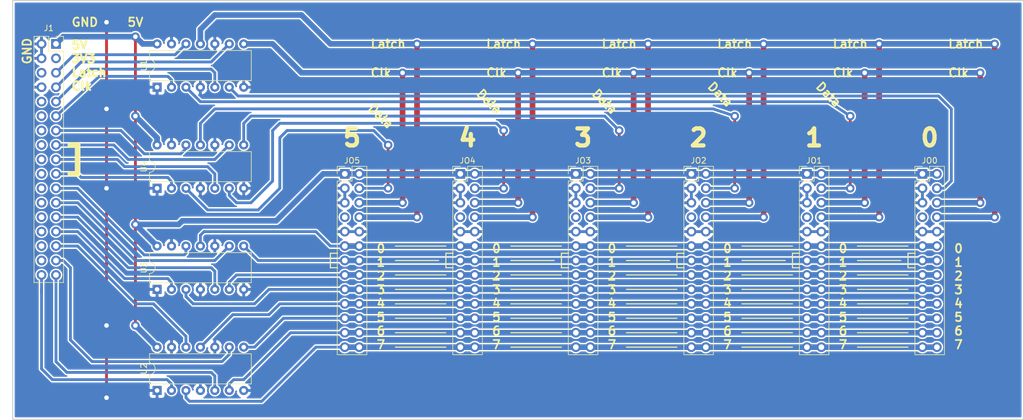
<source format=kicad_pcb>
(kicad_pcb (version 20171130) (host pcbnew 5.0.2-bee76a0~70~ubuntu16.04.1)

  (general
    (thickness 1.6)
    (drawings 98)
    (tracks 284)
    (zones 0)
    (modules 11)
    (nets 35)
  )

  (page A4)
  (layers
    (0 F.Cu signal)
    (31 B.Cu signal)
    (32 B.Adhes user)
    (33 F.Adhes user)
    (34 B.Paste user)
    (35 F.Paste user)
    (36 B.SilkS user)
    (37 F.SilkS user)
    (38 B.Mask user)
    (39 F.Mask user)
    (40 Dwgs.User user)
    (41 Cmts.User user)
    (42 Eco1.User user)
    (43 Eco2.User user)
    (44 Edge.Cuts user)
    (45 Margin user)
    (46 B.CrtYd user)
    (47 F.CrtYd user)
    (48 B.Fab user)
    (49 F.Fab user)
  )

  (setup
    (last_trace_width 0.5)
    (trace_clearance 0.25)
    (zone_clearance 0.254)
    (zone_45_only no)
    (trace_min 0.2)
    (segment_width 0.2)
    (edge_width 0.15)
    (via_size 1.5)
    (via_drill 0.8)
    (via_min_size 0.4)
    (via_min_drill 0.3)
    (uvia_size 0.3)
    (uvia_drill 0.1)
    (uvias_allowed no)
    (uvia_min_size 0.2)
    (uvia_min_drill 0.1)
    (pcb_text_width 0.3)
    (pcb_text_size 1.5 1.5)
    (mod_edge_width 0.15)
    (mod_text_size 1 1)
    (mod_text_width 0.15)
    (pad_size 1.524 1.524)
    (pad_drill 0.762)
    (pad_to_mask_clearance 0.051)
    (solder_mask_min_width 0.25)
    (aux_axis_origin 0 0)
    (visible_elements FFFFFF7F)
    (pcbplotparams
      (layerselection 0x010fc_ffffffff)
      (usegerberextensions false)
      (usegerberattributes false)
      (usegerberadvancedattributes false)
      (creategerberjobfile false)
      (excludeedgelayer true)
      (linewidth 0.100000)
      (plotframeref false)
      (viasonmask false)
      (mode 1)
      (useauxorigin false)
      (hpglpennumber 1)
      (hpglpenspeed 20)
      (hpglpendiameter 15.000000)
      (psnegative false)
      (psa4output false)
      (plotreference true)
      (plotvalue true)
      (plotinvisibletext false)
      (padsonsilk false)
      (subtractmaskfromsilk false)
      (outputformat 1)
      (mirror false)
      (drillshape 1)
      (scaleselection 1)
      (outputdirectory ""))
  )

  (net 0 "")
  (net 1 GND)
  (net 2 +5V)
  (net 3 "Net-(J1-Pad17)")
  (net 4 "Net-(J1-Pad19)")
  (net 5 "Net-(J1-Pad21)")
  (net 6 "Net-(J1-Pad23)")
  (net 7 "Net-(J1-Pad25)")
  (net 8 "Net-(J1-Pad27)")
  (net 9 "Net-(J1-Pad29)")
  (net 10 "Net-(J1-Pad31)")
  (net 11 "Net-(J1-Pad33)")
  (net 12 "Net-(J1-Pad34)")
  (net 13 data0)
  (net 14 clk)
  (net 15 latch)
  (net 16 fet1)
  (net 17 fet2)
  (net 18 fet3)
  (net 19 fet4)
  (net 20 fet5)
  (net 21 fet6)
  (net 22 fet7)
  (net 23 fet8)
  (net 24 data1)
  (net 25 "Net-(J1-Pad5)")
  (net 26 "Net-(J1-Pad7)")
  (net 27 "Net-(J1-Pad9)")
  (net 28 "Net-(J1-Pad11)")
  (net 29 "Net-(J1-Pad13)")
  (net 30 "Net-(J1-Pad15)")
  (net 31 data3)
  (net 32 data5)
  (net 33 data2)
  (net 34 data4)

  (net_class Default "This is the default net class."
    (clearance 0.25)
    (trace_width 0.5)
    (via_dia 1.5)
    (via_drill 0.8)
    (uvia_dia 0.3)
    (uvia_drill 0.1)
    (add_net +5V)
    (add_net GND)
    (add_net "Net-(J1-Pad11)")
    (add_net "Net-(J1-Pad13)")
    (add_net "Net-(J1-Pad15)")
    (add_net "Net-(J1-Pad17)")
    (add_net "Net-(J1-Pad19)")
    (add_net "Net-(J1-Pad21)")
    (add_net "Net-(J1-Pad23)")
    (add_net "Net-(J1-Pad25)")
    (add_net "Net-(J1-Pad27)")
    (add_net "Net-(J1-Pad29)")
    (add_net "Net-(J1-Pad31)")
    (add_net "Net-(J1-Pad33)")
    (add_net "Net-(J1-Pad34)")
    (add_net "Net-(J1-Pad5)")
    (add_net "Net-(J1-Pad7)")
    (add_net "Net-(J1-Pad9)")
    (add_net clk)
    (add_net data0)
    (add_net data1)
    (add_net data2)
    (add_net data3)
    (add_net data4)
    (add_net data5)
    (add_net fet1)
    (add_net fet2)
    (add_net fet3)
    (add_net fet4)
    (add_net fet5)
    (add_net fet6)
    (add_net fet7)
    (add_net fet8)
    (add_net latch)
  )

  (module Connector_PinSocket_2.54mm:PinSocket_2x17_P2.54mm_Vertical (layer F.Cu) (tedit 5A19A431) (tstamp 5D87201E)
    (at 93.98 40.64)
    (descr "Through hole straight socket strip, 2x17, 2.54mm pitch, double cols (from Kicad 4.0.7), script generated")
    (tags "Through hole socket strip THT 2x17 2.54mm double row")
    (path /5D7A7AE2)
    (fp_text reference J1 (at -1.27 -2.77) (layer F.SilkS)
      (effects (font (size 1 1) (thickness 0.15)))
    )
    (fp_text value Conn_02x17_Odd_Even (at -1.27 43.41) (layer F.Fab)
      (effects (font (size 1 1) (thickness 0.15)))
    )
    (fp_line (start -3.81 -1.27) (end 0.27 -1.27) (layer F.Fab) (width 0.1))
    (fp_line (start 0.27 -1.27) (end 1.27 -0.27) (layer F.Fab) (width 0.1))
    (fp_line (start 1.27 -0.27) (end 1.27 41.91) (layer F.Fab) (width 0.1))
    (fp_line (start 1.27 41.91) (end -3.81 41.91) (layer F.Fab) (width 0.1))
    (fp_line (start -3.81 41.91) (end -3.81 -1.27) (layer F.Fab) (width 0.1))
    (fp_line (start -3.87 -1.33) (end -1.27 -1.33) (layer F.SilkS) (width 0.12))
    (fp_line (start -3.87 -1.33) (end -3.87 41.97) (layer F.SilkS) (width 0.12))
    (fp_line (start -3.87 41.97) (end 1.33 41.97) (layer F.SilkS) (width 0.12))
    (fp_line (start 1.33 1.27) (end 1.33 41.97) (layer F.SilkS) (width 0.12))
    (fp_line (start -1.27 1.27) (end 1.33 1.27) (layer F.SilkS) (width 0.12))
    (fp_line (start -1.27 -1.33) (end -1.27 1.27) (layer F.SilkS) (width 0.12))
    (fp_line (start 1.33 -1.33) (end 1.33 0) (layer F.SilkS) (width 0.12))
    (fp_line (start 0 -1.33) (end 1.33 -1.33) (layer F.SilkS) (width 0.12))
    (fp_line (start -4.34 -1.8) (end 1.76 -1.8) (layer F.CrtYd) (width 0.05))
    (fp_line (start 1.76 -1.8) (end 1.76 42.4) (layer F.CrtYd) (width 0.05))
    (fp_line (start 1.76 42.4) (end -4.34 42.4) (layer F.CrtYd) (width 0.05))
    (fp_line (start -4.34 42.4) (end -4.34 -1.8) (layer F.CrtYd) (width 0.05))
    (fp_text user %R (at -1.27 20.32 90) (layer F.Fab)
      (effects (font (size 1 1) (thickness 0.15)))
    )
    (pad 1 thru_hole rect (at 0 0) (size 1.7 1.7) (drill 1) (layers *.Cu *.Mask)
      (net 2 +5V))
    (pad 2 thru_hole oval (at -2.54 0) (size 1.7 1.7) (drill 1) (layers *.Cu *.Mask)
      (net 1 GND))
    (pad 3 thru_hole oval (at 0 2.54) (size 1.7 1.7) (drill 1) (layers *.Cu *.Mask))
    (pad 4 thru_hole oval (at -2.54 2.54) (size 1.7 1.7) (drill 1) (layers *.Cu *.Mask)
      (net 1 GND))
    (pad 5 thru_hole oval (at 0 5.08) (size 1.7 1.7) (drill 1) (layers *.Cu *.Mask)
      (net 25 "Net-(J1-Pad5)"))
    (pad 6 thru_hole oval (at -2.54 5.08) (size 1.7 1.7) (drill 1) (layers *.Cu *.Mask))
    (pad 7 thru_hole oval (at 0 7.62) (size 1.7 1.7) (drill 1) (layers *.Cu *.Mask)
      (net 26 "Net-(J1-Pad7)"))
    (pad 8 thru_hole oval (at -2.54 7.62) (size 1.7 1.7) (drill 1) (layers *.Cu *.Mask)
      (net 1 GND))
    (pad 9 thru_hole oval (at 0 10.16) (size 1.7 1.7) (drill 1) (layers *.Cu *.Mask)
      (net 27 "Net-(J1-Pad9)"))
    (pad 10 thru_hole oval (at -2.54 10.16) (size 1.7 1.7) (drill 1) (layers *.Cu *.Mask))
    (pad 11 thru_hole oval (at 0 12.7) (size 1.7 1.7) (drill 1) (layers *.Cu *.Mask)
      (net 28 "Net-(J1-Pad11)"))
    (pad 12 thru_hole oval (at -2.54 12.7) (size 1.7 1.7) (drill 1) (layers *.Cu *.Mask))
    (pad 13 thru_hole oval (at 0 15.24) (size 1.7 1.7) (drill 1) (layers *.Cu *.Mask)
      (net 29 "Net-(J1-Pad13)"))
    (pad 14 thru_hole oval (at -2.54 15.24) (size 1.7 1.7) (drill 1) (layers *.Cu *.Mask))
    (pad 15 thru_hole oval (at 0 17.78) (size 1.7 1.7) (drill 1) (layers *.Cu *.Mask)
      (net 30 "Net-(J1-Pad15)"))
    (pad 16 thru_hole oval (at -2.54 17.78) (size 1.7 1.7) (drill 1) (layers *.Cu *.Mask))
    (pad 17 thru_hole oval (at 0 20.32) (size 1.7 1.7) (drill 1) (layers *.Cu *.Mask)
      (net 3 "Net-(J1-Pad17)"))
    (pad 18 thru_hole oval (at -2.54 20.32) (size 1.7 1.7) (drill 1) (layers *.Cu *.Mask))
    (pad 19 thru_hole oval (at 0 22.86) (size 1.7 1.7) (drill 1) (layers *.Cu *.Mask)
      (net 4 "Net-(J1-Pad19)"))
    (pad 20 thru_hole oval (at -2.54 22.86) (size 1.7 1.7) (drill 1) (layers *.Cu *.Mask))
    (pad 21 thru_hole oval (at 0 25.4) (size 1.7 1.7) (drill 1) (layers *.Cu *.Mask)
      (net 5 "Net-(J1-Pad21)"))
    (pad 22 thru_hole oval (at -2.54 25.4) (size 1.7 1.7) (drill 1) (layers *.Cu *.Mask))
    (pad 23 thru_hole oval (at 0 27.94) (size 1.7 1.7) (drill 1) (layers *.Cu *.Mask)
      (net 6 "Net-(J1-Pad23)"))
    (pad 24 thru_hole oval (at -2.54 27.94) (size 1.7 1.7) (drill 1) (layers *.Cu *.Mask))
    (pad 25 thru_hole oval (at 0 30.48) (size 1.7 1.7) (drill 1) (layers *.Cu *.Mask)
      (net 7 "Net-(J1-Pad25)"))
    (pad 26 thru_hole oval (at -2.54 30.48) (size 1.7 1.7) (drill 1) (layers *.Cu *.Mask))
    (pad 27 thru_hole oval (at 0 33.02) (size 1.7 1.7) (drill 1) (layers *.Cu *.Mask)
      (net 8 "Net-(J1-Pad27)"))
    (pad 28 thru_hole oval (at -2.54 33.02) (size 1.7 1.7) (drill 1) (layers *.Cu *.Mask))
    (pad 29 thru_hole oval (at 0 35.56) (size 1.7 1.7) (drill 1) (layers *.Cu *.Mask)
      (net 9 "Net-(J1-Pad29)"))
    (pad 30 thru_hole oval (at -2.54 35.56) (size 1.7 1.7) (drill 1) (layers *.Cu *.Mask))
    (pad 31 thru_hole oval (at 0 38.1) (size 1.7 1.7) (drill 1) (layers *.Cu *.Mask)
      (net 10 "Net-(J1-Pad31)"))
    (pad 32 thru_hole oval (at -2.54 38.1) (size 1.7 1.7) (drill 1) (layers *.Cu *.Mask))
    (pad 33 thru_hole oval (at 0 40.64) (size 1.7 1.7) (drill 1) (layers *.Cu *.Mask)
      (net 11 "Net-(J1-Pad33)"))
    (pad 34 thru_hole oval (at -2.54 40.64) (size 1.7 1.7) (drill 1) (layers *.Cu *.Mask)
      (net 12 "Net-(J1-Pad34)"))
    (model ${KISYS3DMOD}/Connector_PinSocket_2.54mm.3dshapes/PinSocket_2x17_P2.54mm_Vertical.wrl
      (at (xyz 0 0 0))
      (scale (xyz 1 1 1))
      (rotate (xyz 0 0 0))
    )
  )

  (module Package_DIP:DIP-14_W7.62mm (layer F.Cu) (tedit 5A02E8C5) (tstamp 5D871F39)
    (at 111.76 48.26 90)
    (descr "14-lead though-hole mounted DIP package, row spacing 7.62 mm (300 mils)")
    (tags "THT DIP DIL PDIP 2.54mm 7.62mm 300mil")
    (path /5D7A6FFF)
    (fp_text reference U1 (at 3.81 -2.33 90) (layer F.SilkS)
      (effects (font (size 1 1) (thickness 0.15)))
    )
    (fp_text value 74LS125 (at 3.81 17.57 90) (layer F.Fab)
      (effects (font (size 1 1) (thickness 0.15)))
    )
    (fp_arc (start 3.81 -1.33) (end 2.81 -1.33) (angle -180) (layer F.SilkS) (width 0.12))
    (fp_line (start 1.635 -1.27) (end 6.985 -1.27) (layer F.Fab) (width 0.1))
    (fp_line (start 6.985 -1.27) (end 6.985 16.51) (layer F.Fab) (width 0.1))
    (fp_line (start 6.985 16.51) (end 0.635 16.51) (layer F.Fab) (width 0.1))
    (fp_line (start 0.635 16.51) (end 0.635 -0.27) (layer F.Fab) (width 0.1))
    (fp_line (start 0.635 -0.27) (end 1.635 -1.27) (layer F.Fab) (width 0.1))
    (fp_line (start 2.81 -1.33) (end 1.16 -1.33) (layer F.SilkS) (width 0.12))
    (fp_line (start 1.16 -1.33) (end 1.16 16.57) (layer F.SilkS) (width 0.12))
    (fp_line (start 1.16 16.57) (end 6.46 16.57) (layer F.SilkS) (width 0.12))
    (fp_line (start 6.46 16.57) (end 6.46 -1.33) (layer F.SilkS) (width 0.12))
    (fp_line (start 6.46 -1.33) (end 4.81 -1.33) (layer F.SilkS) (width 0.12))
    (fp_line (start -1.1 -1.55) (end -1.1 16.8) (layer F.CrtYd) (width 0.05))
    (fp_line (start -1.1 16.8) (end 8.7 16.8) (layer F.CrtYd) (width 0.05))
    (fp_line (start 8.7 16.8) (end 8.7 -1.55) (layer F.CrtYd) (width 0.05))
    (fp_line (start 8.7 -1.55) (end -1.1 -1.55) (layer F.CrtYd) (width 0.05))
    (fp_text user %R (at 3.81 7.62 270) (layer F.Fab)
      (effects (font (size 1 1) (thickness 0.15)))
    )
    (pad 1 thru_hole rect (at 0 0 90) (size 1.6 1.6) (drill 0.8) (layers *.Cu *.Mask)
      (net 1 GND))
    (pad 8 thru_hole oval (at 7.62 15.24 90) (size 1.6 1.6) (drill 0.8) (layers *.Cu *.Mask)
      (net 14 clk))
    (pad 2 thru_hole oval (at 0 2.54 90) (size 1.6 1.6) (drill 0.8) (layers *.Cu *.Mask)
      (net 28 "Net-(J1-Pad11)"))
    (pad 9 thru_hole oval (at 7.62 12.7 90) (size 1.6 1.6) (drill 0.8) (layers *.Cu *.Mask)
      (net 26 "Net-(J1-Pad7)"))
    (pad 3 thru_hole oval (at 0 5.08 90) (size 1.6 1.6) (drill 0.8) (layers *.Cu *.Mask)
      (net 24 data1))
    (pad 10 thru_hole oval (at 7.62 10.16 90) (size 1.6 1.6) (drill 0.8) (layers *.Cu *.Mask)
      (net 1 GND))
    (pad 4 thru_hole oval (at 0 7.62 90) (size 1.6 1.6) (drill 0.8) (layers *.Cu *.Mask)
      (net 1 GND))
    (pad 11 thru_hole oval (at 7.62 7.62 90) (size 1.6 1.6) (drill 0.8) (layers *.Cu *.Mask)
      (net 15 latch))
    (pad 5 thru_hole oval (at 0 10.16 90) (size 1.6 1.6) (drill 0.8) (layers *.Cu *.Mask)
      (net 27 "Net-(J1-Pad9)"))
    (pad 12 thru_hole oval (at 7.62 5.08 90) (size 1.6 1.6) (drill 0.8) (layers *.Cu *.Mask)
      (net 25 "Net-(J1-Pad5)"))
    (pad 6 thru_hole oval (at 0 12.7 90) (size 1.6 1.6) (drill 0.8) (layers *.Cu *.Mask)
      (net 13 data0))
    (pad 13 thru_hole oval (at 7.62 2.54 90) (size 1.6 1.6) (drill 0.8) (layers *.Cu *.Mask)
      (net 1 GND))
    (pad 7 thru_hole oval (at 0 15.24 90) (size 1.6 1.6) (drill 0.8) (layers *.Cu *.Mask)
      (net 1 GND))
    (pad 14 thru_hole oval (at 7.62 0 90) (size 1.6 1.6) (drill 0.8) (layers *.Cu *.Mask)
      (net 2 +5V))
    (model ${KISYS3DMOD}/Package_DIP.3dshapes/DIP-14_W7.62mm.wrl
      (at (xyz 0 0 0))
      (scale (xyz 1 1 1))
      (rotate (xyz 0 0 0))
    )
  )

  (module Package_DIP:DIP-14_W7.62mm (layer F.Cu) (tedit 5A02E8C5) (tstamp 5D872996)
    (at 111.76 101.6 90)
    (descr "14-lead though-hole mounted DIP package, row spacing 7.62 mm (300 mils)")
    (tags "THT DIP DIL PDIP 2.54mm 7.62mm 300mil")
    (path /5D7C42A6)
    (fp_text reference U2 (at 3.81 -2.33 90) (layer F.SilkS)
      (effects (font (size 1 1) (thickness 0.15)))
    )
    (fp_text value 74LS125 (at 3.81 17.57 90) (layer F.Fab)
      (effects (font (size 1 1) (thickness 0.15)))
    )
    (fp_text user %R (at 3.81 7.62 90) (layer F.Fab)
      (effects (font (size 1 1) (thickness 0.15)))
    )
    (fp_line (start 8.7 -1.55) (end -1.1 -1.55) (layer F.CrtYd) (width 0.05))
    (fp_line (start 8.7 16.8) (end 8.7 -1.55) (layer F.CrtYd) (width 0.05))
    (fp_line (start -1.1 16.8) (end 8.7 16.8) (layer F.CrtYd) (width 0.05))
    (fp_line (start -1.1 -1.55) (end -1.1 16.8) (layer F.CrtYd) (width 0.05))
    (fp_line (start 6.46 -1.33) (end 4.81 -1.33) (layer F.SilkS) (width 0.12))
    (fp_line (start 6.46 16.57) (end 6.46 -1.33) (layer F.SilkS) (width 0.12))
    (fp_line (start 1.16 16.57) (end 6.46 16.57) (layer F.SilkS) (width 0.12))
    (fp_line (start 1.16 -1.33) (end 1.16 16.57) (layer F.SilkS) (width 0.12))
    (fp_line (start 2.81 -1.33) (end 1.16 -1.33) (layer F.SilkS) (width 0.12))
    (fp_line (start 0.635 -0.27) (end 1.635 -1.27) (layer F.Fab) (width 0.1))
    (fp_line (start 0.635 16.51) (end 0.635 -0.27) (layer F.Fab) (width 0.1))
    (fp_line (start 6.985 16.51) (end 0.635 16.51) (layer F.Fab) (width 0.1))
    (fp_line (start 6.985 -1.27) (end 6.985 16.51) (layer F.Fab) (width 0.1))
    (fp_line (start 1.635 -1.27) (end 6.985 -1.27) (layer F.Fab) (width 0.1))
    (fp_arc (start 3.81 -1.33) (end 2.81 -1.33) (angle -180) (layer F.SilkS) (width 0.12))
    (pad 14 thru_hole oval (at 7.62 0 90) (size 1.6 1.6) (drill 0.8) (layers *.Cu *.Mask)
      (net 2 +5V))
    (pad 7 thru_hole oval (at 0 15.24 90) (size 1.6 1.6) (drill 0.8) (layers *.Cu *.Mask)
      (net 1 GND))
    (pad 13 thru_hole oval (at 7.62 2.54 90) (size 1.6 1.6) (drill 0.8) (layers *.Cu *.Mask)
      (net 1 GND))
    (pad 6 thru_hole oval (at 0 12.7 90) (size 1.6 1.6) (drill 0.8) (layers *.Cu *.Mask)
      (net 22 fet7))
    (pad 12 thru_hole oval (at 7.62 5.08 90) (size 1.6 1.6) (drill 0.8) (layers *.Cu *.Mask)
      (net 9 "Net-(J1-Pad29)"))
    (pad 5 thru_hole oval (at 0 10.16 90) (size 1.6 1.6) (drill 0.8) (layers *.Cu *.Mask)
      (net 11 "Net-(J1-Pad33)"))
    (pad 11 thru_hole oval (at 7.62 7.62 90) (size 1.6 1.6) (drill 0.8) (layers *.Cu *.Mask)
      (net 20 fet5))
    (pad 4 thru_hole oval (at 0 7.62 90) (size 1.6 1.6) (drill 0.8) (layers *.Cu *.Mask)
      (net 1 GND))
    (pad 10 thru_hole oval (at 7.62 10.16 90) (size 1.6 1.6) (drill 0.8) (layers *.Cu *.Mask)
      (net 1 GND))
    (pad 3 thru_hole oval (at 0 5.08 90) (size 1.6 1.6) (drill 0.8) (layers *.Cu *.Mask)
      (net 23 fet8))
    (pad 9 thru_hole oval (at 7.62 12.7 90) (size 1.6 1.6) (drill 0.8) (layers *.Cu *.Mask)
      (net 10 "Net-(J1-Pad31)"))
    (pad 2 thru_hole oval (at 0 2.54 90) (size 1.6 1.6) (drill 0.8) (layers *.Cu *.Mask)
      (net 12 "Net-(J1-Pad34)"))
    (pad 8 thru_hole oval (at 7.62 15.24 90) (size 1.6 1.6) (drill 0.8) (layers *.Cu *.Mask)
      (net 21 fet6))
    (pad 1 thru_hole rect (at 0 0 90) (size 1.6 1.6) (drill 0.8) (layers *.Cu *.Mask)
      (net 1 GND))
    (model ${KISYS3DMOD}/Package_DIP.3dshapes/DIP-14_W7.62mm.wrl
      (at (xyz 0 0 0))
      (scale (xyz 1 1 1))
      (rotate (xyz 0 0 0))
    )
  )

  (module Package_DIP:DIP-14_W7.62mm (layer F.Cu) (tedit 5A02E8C5) (tstamp 5D871C2A)
    (at 111.76 83.82 90)
    (descr "14-lead though-hole mounted DIP package, row spacing 7.62 mm (300 mils)")
    (tags "THT DIP DIL PDIP 2.54mm 7.62mm 300mil")
    (path /5D7D1B3E)
    (fp_text reference U3 (at 3.81 -2.33 90) (layer F.SilkS)
      (effects (font (size 1 1) (thickness 0.15)))
    )
    (fp_text value 74LS125 (at 3.81 17.57 90) (layer F.Fab)
      (effects (font (size 1 1) (thickness 0.15)))
    )
    (fp_arc (start 3.81 -1.33) (end 2.81 -1.33) (angle -180) (layer F.SilkS) (width 0.12))
    (fp_line (start 1.635 -1.27) (end 6.985 -1.27) (layer F.Fab) (width 0.1))
    (fp_line (start 6.985 -1.27) (end 6.985 16.51) (layer F.Fab) (width 0.1))
    (fp_line (start 6.985 16.51) (end 0.635 16.51) (layer F.Fab) (width 0.1))
    (fp_line (start 0.635 16.51) (end 0.635 -0.27) (layer F.Fab) (width 0.1))
    (fp_line (start 0.635 -0.27) (end 1.635 -1.27) (layer F.Fab) (width 0.1))
    (fp_line (start 2.81 -1.33) (end 1.16 -1.33) (layer F.SilkS) (width 0.12))
    (fp_line (start 1.16 -1.33) (end 1.16 16.57) (layer F.SilkS) (width 0.12))
    (fp_line (start 1.16 16.57) (end 6.46 16.57) (layer F.SilkS) (width 0.12))
    (fp_line (start 6.46 16.57) (end 6.46 -1.33) (layer F.SilkS) (width 0.12))
    (fp_line (start 6.46 -1.33) (end 4.81 -1.33) (layer F.SilkS) (width 0.12))
    (fp_line (start -1.1 -1.55) (end -1.1 16.8) (layer F.CrtYd) (width 0.05))
    (fp_line (start -1.1 16.8) (end 8.7 16.8) (layer F.CrtYd) (width 0.05))
    (fp_line (start 8.7 16.8) (end 8.7 -1.55) (layer F.CrtYd) (width 0.05))
    (fp_line (start 8.7 -1.55) (end -1.1 -1.55) (layer F.CrtYd) (width 0.05))
    (fp_text user %R (at 3.81 7.62 90) (layer F.Fab)
      (effects (font (size 1 1) (thickness 0.15)))
    )
    (pad 1 thru_hole rect (at 0 0 90) (size 1.6 1.6) (drill 0.8) (layers *.Cu *.Mask)
      (net 1 GND))
    (pad 8 thru_hole oval (at 7.62 15.24 90) (size 1.6 1.6) (drill 0.8) (layers *.Cu *.Mask)
      (net 17 fet2))
    (pad 2 thru_hole oval (at 0 2.54 90) (size 1.6 1.6) (drill 0.8) (layers *.Cu *.Mask)
      (net 8 "Net-(J1-Pad27)"))
    (pad 9 thru_hole oval (at 7.62 12.7 90) (size 1.6 1.6) (drill 0.8) (layers *.Cu *.Mask)
      (net 6 "Net-(J1-Pad23)"))
    (pad 3 thru_hole oval (at 0 5.08 90) (size 1.6 1.6) (drill 0.8) (layers *.Cu *.Mask)
      (net 19 fet4))
    (pad 10 thru_hole oval (at 7.62 10.16 90) (size 1.6 1.6) (drill 0.8) (layers *.Cu *.Mask)
      (net 1 GND))
    (pad 4 thru_hole oval (at 0 7.62 90) (size 1.6 1.6) (drill 0.8) (layers *.Cu *.Mask)
      (net 1 GND))
    (pad 11 thru_hole oval (at 7.62 7.62 90) (size 1.6 1.6) (drill 0.8) (layers *.Cu *.Mask)
      (net 16 fet1))
    (pad 5 thru_hole oval (at 0 10.16 90) (size 1.6 1.6) (drill 0.8) (layers *.Cu *.Mask)
      (net 7 "Net-(J1-Pad25)"))
    (pad 12 thru_hole oval (at 7.62 5.08 90) (size 1.6 1.6) (drill 0.8) (layers *.Cu *.Mask)
      (net 5 "Net-(J1-Pad21)"))
    (pad 6 thru_hole oval (at 0 12.7 90) (size 1.6 1.6) (drill 0.8) (layers *.Cu *.Mask)
      (net 18 fet3))
    (pad 13 thru_hole oval (at 7.62 2.54 90) (size 1.6 1.6) (drill 0.8) (layers *.Cu *.Mask)
      (net 1 GND))
    (pad 7 thru_hole oval (at 0 15.24 90) (size 1.6 1.6) (drill 0.8) (layers *.Cu *.Mask)
      (net 1 GND))
    (pad 14 thru_hole oval (at 7.62 0 90) (size 1.6 1.6) (drill 0.8) (layers *.Cu *.Mask)
      (net 2 +5V))
    (model ${KISYS3DMOD}/Package_DIP.3dshapes/DIP-14_W7.62mm.wrl
      (at (xyz 0 0 0))
      (scale (xyz 1 1 1))
      (rotate (xyz 0 0 0))
    )
  )

  (module Package_DIP:DIP-14_W7.62mm (layer F.Cu) (tedit 5A02E8C5) (tstamp 5D871F9C)
    (at 111.76 66.04 90)
    (descr "14-lead though-hole mounted DIP package, row spacing 7.62 mm (300 mils)")
    (tags "THT DIP DIL PDIP 2.54mm 7.62mm 300mil")
    (path /5D7C400E)
    (fp_text reference U4 (at 3.81 -2.33 90) (layer F.SilkS)
      (effects (font (size 1 1) (thickness 0.15)))
    )
    (fp_text value 74LS125 (at 3.81 17.57 90) (layer F.Fab)
      (effects (font (size 1 1) (thickness 0.15)))
    )
    (fp_arc (start 3.81 -1.33) (end 2.81 -1.33) (angle -180) (layer F.SilkS) (width 0.12))
    (fp_line (start 1.635 -1.27) (end 6.985 -1.27) (layer F.Fab) (width 0.1))
    (fp_line (start 6.985 -1.27) (end 6.985 16.51) (layer F.Fab) (width 0.1))
    (fp_line (start 6.985 16.51) (end 0.635 16.51) (layer F.Fab) (width 0.1))
    (fp_line (start 0.635 16.51) (end 0.635 -0.27) (layer F.Fab) (width 0.1))
    (fp_line (start 0.635 -0.27) (end 1.635 -1.27) (layer F.Fab) (width 0.1))
    (fp_line (start 2.81 -1.33) (end 1.16 -1.33) (layer F.SilkS) (width 0.12))
    (fp_line (start 1.16 -1.33) (end 1.16 16.57) (layer F.SilkS) (width 0.12))
    (fp_line (start 1.16 16.57) (end 6.46 16.57) (layer F.SilkS) (width 0.12))
    (fp_line (start 6.46 16.57) (end 6.46 -1.33) (layer F.SilkS) (width 0.12))
    (fp_line (start 6.46 -1.33) (end 4.81 -1.33) (layer F.SilkS) (width 0.12))
    (fp_line (start -1.1 -1.55) (end -1.1 16.8) (layer F.CrtYd) (width 0.05))
    (fp_line (start -1.1 16.8) (end 8.7 16.8) (layer F.CrtYd) (width 0.05))
    (fp_line (start 8.7 16.8) (end 8.7 -1.55) (layer F.CrtYd) (width 0.05))
    (fp_line (start 8.7 -1.55) (end -1.1 -1.55) (layer F.CrtYd) (width 0.05))
    (fp_text user %R (at 3.81 7.62 90) (layer F.Fab)
      (effects (font (size 1 1) (thickness 0.15)))
    )
    (pad 1 thru_hole rect (at 0 0 90) (size 1.6 1.6) (drill 0.8) (layers *.Cu *.Mask)
      (net 1 GND))
    (pad 8 thru_hole oval (at 7.62 15.24 90) (size 1.6 1.6) (drill 0.8) (layers *.Cu *.Mask)
      (net 31 data3))
    (pad 2 thru_hole oval (at 0 2.54 90) (size 1.6 1.6) (drill 0.8) (layers *.Cu *.Mask)
      (net 4 "Net-(J1-Pad19)"))
    (pad 9 thru_hole oval (at 7.62 12.7 90) (size 1.6 1.6) (drill 0.8) (layers *.Cu *.Mask)
      (net 30 "Net-(J1-Pad15)"))
    (pad 3 thru_hole oval (at 0 5.08 90) (size 1.6 1.6) (drill 0.8) (layers *.Cu *.Mask)
      (net 32 data5))
    (pad 10 thru_hole oval (at 7.62 10.16 90) (size 1.6 1.6) (drill 0.8) (layers *.Cu *.Mask)
      (net 1 GND))
    (pad 4 thru_hole oval (at 0 7.62 90) (size 1.6 1.6) (drill 0.8) (layers *.Cu *.Mask)
      (net 1 GND))
    (pad 11 thru_hole oval (at 7.62 7.62 90) (size 1.6 1.6) (drill 0.8) (layers *.Cu *.Mask)
      (net 33 data2))
    (pad 5 thru_hole oval (at 0 10.16 90) (size 1.6 1.6) (drill 0.8) (layers *.Cu *.Mask)
      (net 3 "Net-(J1-Pad17)"))
    (pad 12 thru_hole oval (at 7.62 5.08 90) (size 1.6 1.6) (drill 0.8) (layers *.Cu *.Mask)
      (net 29 "Net-(J1-Pad13)"))
    (pad 6 thru_hole oval (at 0 12.7 90) (size 1.6 1.6) (drill 0.8) (layers *.Cu *.Mask)
      (net 34 data4))
    (pad 13 thru_hole oval (at 7.62 2.54 90) (size 1.6 1.6) (drill 0.8) (layers *.Cu *.Mask)
      (net 1 GND))
    (pad 7 thru_hole oval (at 0 15.24 90) (size 1.6 1.6) (drill 0.8) (layers *.Cu *.Mask)
      (net 1 GND))
    (pad 14 thru_hole oval (at 7.62 0 90) (size 1.6 1.6) (drill 0.8) (layers *.Cu *.Mask)
      (net 2 +5V))
    (model ${KISYS3DMOD}/Package_DIP.3dshapes/DIP-14_W7.62mm.wrl
      (at (xyz 0 0 0))
      (scale (xyz 1 1 1))
      (rotate (xyz 0 0 0))
    )
  )

  (module Connector_PinHeader_2.54mm:PinHeader_2x13_P2.54mm_Vertical (layer F.Cu) (tedit 59FED5CC) (tstamp 5D8718A1)
    (at 246.38 63.5)
    (descr "Through hole straight pin header, 2x13, 2.54mm pitch, double rows")
    (tags "Through hole pin header THT 2x13 2.54mm double row")
    (path /5D82039E)
    (fp_text reference JO0 (at 1.27 -2.33) (layer F.SilkS)
      (effects (font (size 1 1) (thickness 0.15)))
    )
    (fp_text value Conn_02x13_Odd_Even (at 1.27 32.81) (layer F.Fab)
      (effects (font (size 1 1) (thickness 0.15)))
    )
    (fp_text user %R (at 1.27 15.24 90) (layer F.Fab)
      (effects (font (size 1 1) (thickness 0.15)))
    )
    (fp_line (start 4.35 -1.8) (end -1.8 -1.8) (layer F.CrtYd) (width 0.05))
    (fp_line (start 4.35 32.25) (end 4.35 -1.8) (layer F.CrtYd) (width 0.05))
    (fp_line (start -1.8 32.25) (end 4.35 32.25) (layer F.CrtYd) (width 0.05))
    (fp_line (start -1.8 -1.8) (end -1.8 32.25) (layer F.CrtYd) (width 0.05))
    (fp_line (start -1.33 -1.33) (end 0 -1.33) (layer F.SilkS) (width 0.12))
    (fp_line (start -1.33 0) (end -1.33 -1.33) (layer F.SilkS) (width 0.12))
    (fp_line (start 1.27 -1.33) (end 3.87 -1.33) (layer F.SilkS) (width 0.12))
    (fp_line (start 1.27 1.27) (end 1.27 -1.33) (layer F.SilkS) (width 0.12))
    (fp_line (start -1.33 1.27) (end 1.27 1.27) (layer F.SilkS) (width 0.12))
    (fp_line (start 3.87 -1.33) (end 3.87 31.81) (layer F.SilkS) (width 0.12))
    (fp_line (start -1.33 1.27) (end -1.33 31.81) (layer F.SilkS) (width 0.12))
    (fp_line (start -1.33 31.81) (end 3.87 31.81) (layer F.SilkS) (width 0.12))
    (fp_line (start -1.27 0) (end 0 -1.27) (layer F.Fab) (width 0.1))
    (fp_line (start -1.27 31.75) (end -1.27 0) (layer F.Fab) (width 0.1))
    (fp_line (start 3.81 31.75) (end -1.27 31.75) (layer F.Fab) (width 0.1))
    (fp_line (start 3.81 -1.27) (end 3.81 31.75) (layer F.Fab) (width 0.1))
    (fp_line (start 0 -1.27) (end 3.81 -1.27) (layer F.Fab) (width 0.1))
    (pad 26 thru_hole oval (at 2.54 30.48) (size 1.7 1.7) (drill 1) (layers *.Cu *.Mask)
      (net 23 fet8))
    (pad 25 thru_hole oval (at 0 30.48) (size 1.7 1.7) (drill 1) (layers *.Cu *.Mask)
      (net 23 fet8))
    (pad 24 thru_hole oval (at 2.54 27.94) (size 1.7 1.7) (drill 1) (layers *.Cu *.Mask)
      (net 22 fet7))
    (pad 23 thru_hole oval (at 0 27.94) (size 1.7 1.7) (drill 1) (layers *.Cu *.Mask)
      (net 22 fet7))
    (pad 22 thru_hole oval (at 2.54 25.4) (size 1.7 1.7) (drill 1) (layers *.Cu *.Mask)
      (net 21 fet6))
    (pad 21 thru_hole oval (at 0 25.4) (size 1.7 1.7) (drill 1) (layers *.Cu *.Mask)
      (net 21 fet6))
    (pad 20 thru_hole oval (at 2.54 22.86) (size 1.7 1.7) (drill 1) (layers *.Cu *.Mask)
      (net 20 fet5))
    (pad 19 thru_hole oval (at 0 22.86) (size 1.7 1.7) (drill 1) (layers *.Cu *.Mask)
      (net 20 fet5))
    (pad 18 thru_hole oval (at 2.54 20.32) (size 1.7 1.7) (drill 1) (layers *.Cu *.Mask)
      (net 19 fet4))
    (pad 17 thru_hole oval (at 0 20.32) (size 1.7 1.7) (drill 1) (layers *.Cu *.Mask)
      (net 19 fet4))
    (pad 16 thru_hole oval (at 2.54 17.78) (size 1.7 1.7) (drill 1) (layers *.Cu *.Mask)
      (net 18 fet3))
    (pad 15 thru_hole oval (at 0 17.78) (size 1.7 1.7) (drill 1) (layers *.Cu *.Mask)
      (net 18 fet3))
    (pad 14 thru_hole oval (at 2.54 15.24) (size 1.7 1.7) (drill 1) (layers *.Cu *.Mask)
      (net 17 fet2))
    (pad 13 thru_hole oval (at 0 15.24) (size 1.7 1.7) (drill 1) (layers *.Cu *.Mask)
      (net 17 fet2))
    (pad 12 thru_hole oval (at 2.54 12.7) (size 1.7 1.7) (drill 1) (layers *.Cu *.Mask)
      (net 16 fet1))
    (pad 11 thru_hole oval (at 0 12.7) (size 1.7 1.7) (drill 1) (layers *.Cu *.Mask)
      (net 16 fet1))
    (pad 10 thru_hole oval (at 2.54 10.16) (size 1.7 1.7) (drill 1) (layers *.Cu *.Mask)
      (net 1 GND))
    (pad 9 thru_hole oval (at 0 10.16) (size 1.7 1.7) (drill 1) (layers *.Cu *.Mask)
      (net 1 GND))
    (pad 8 thru_hole oval (at 2.54 7.62) (size 1.7 1.7) (drill 1) (layers *.Cu *.Mask)
      (net 15 latch))
    (pad 7 thru_hole oval (at 0 7.62) (size 1.7 1.7) (drill 1) (layers *.Cu *.Mask))
    (pad 6 thru_hole oval (at 2.54 5.08) (size 1.7 1.7) (drill 1) (layers *.Cu *.Mask)
      (net 14 clk))
    (pad 5 thru_hole oval (at 0 5.08) (size 1.7 1.7) (drill 1) (layers *.Cu *.Mask)
      (net 1 GND))
    (pad 4 thru_hole oval (at 2.54 2.54) (size 1.7 1.7) (drill 1) (layers *.Cu *.Mask)
      (net 13 data0))
    (pad 3 thru_hole oval (at 0 2.54) (size 1.7 1.7) (drill 1) (layers *.Cu *.Mask)
      (net 1 GND))
    (pad 2 thru_hole oval (at 2.54 0) (size 1.7 1.7) (drill 1) (layers *.Cu *.Mask)
      (net 2 +5V))
    (pad 1 thru_hole rect (at 0 0) (size 1.7 1.7) (drill 1) (layers *.Cu *.Mask)
      (net 2 +5V))
    (model ${KISYS3DMOD}/Connector_PinHeader_2.54mm.3dshapes/PinHeader_2x13_P2.54mm_Vertical.wrl
      (at (xyz 0 0 0))
      (scale (xyz 1 1 1))
      (rotate (xyz 0 0 0))
    )
  )

  (module Connector_PinHeader_2.54mm:PinHeader_2x13_P2.54mm_Vertical (layer F.Cu) (tedit 59FED5CC) (tstamp 5D872125)
    (at 226.06 63.5)
    (descr "Through hole straight pin header, 2x13, 2.54mm pitch, double rows")
    (tags "Through hole pin header THT 2x13 2.54mm double row")
    (path /5D811766)
    (fp_text reference JO1 (at 1.27 -2.33) (layer F.SilkS)
      (effects (font (size 1 1) (thickness 0.15)))
    )
    (fp_text value Conn_02x13_Odd_Even (at 1.27 32.81) (layer F.Fab)
      (effects (font (size 1 1) (thickness 0.15)))
    )
    (fp_line (start 0 -1.27) (end 3.81 -1.27) (layer F.Fab) (width 0.1))
    (fp_line (start 3.81 -1.27) (end 3.81 31.75) (layer F.Fab) (width 0.1))
    (fp_line (start 3.81 31.75) (end -1.27 31.75) (layer F.Fab) (width 0.1))
    (fp_line (start -1.27 31.75) (end -1.27 0) (layer F.Fab) (width 0.1))
    (fp_line (start -1.27 0) (end 0 -1.27) (layer F.Fab) (width 0.1))
    (fp_line (start -1.33 31.81) (end 3.87 31.81) (layer F.SilkS) (width 0.12))
    (fp_line (start -1.33 1.27) (end -1.33 31.81) (layer F.SilkS) (width 0.12))
    (fp_line (start 3.87 -1.33) (end 3.87 31.81) (layer F.SilkS) (width 0.12))
    (fp_line (start -1.33 1.27) (end 1.27 1.27) (layer F.SilkS) (width 0.12))
    (fp_line (start 1.27 1.27) (end 1.27 -1.33) (layer F.SilkS) (width 0.12))
    (fp_line (start 1.27 -1.33) (end 3.87 -1.33) (layer F.SilkS) (width 0.12))
    (fp_line (start -1.33 0) (end -1.33 -1.33) (layer F.SilkS) (width 0.12))
    (fp_line (start -1.33 -1.33) (end 0 -1.33) (layer F.SilkS) (width 0.12))
    (fp_line (start -1.8 -1.8) (end -1.8 32.25) (layer F.CrtYd) (width 0.05))
    (fp_line (start -1.8 32.25) (end 4.35 32.25) (layer F.CrtYd) (width 0.05))
    (fp_line (start 4.35 32.25) (end 4.35 -1.8) (layer F.CrtYd) (width 0.05))
    (fp_line (start 4.35 -1.8) (end -1.8 -1.8) (layer F.CrtYd) (width 0.05))
    (fp_text user %R (at 1.27 15.24 90) (layer F.Fab)
      (effects (font (size 1 1) (thickness 0.15)))
    )
    (pad 1 thru_hole rect (at 0 0) (size 1.7 1.7) (drill 1) (layers *.Cu *.Mask)
      (net 2 +5V))
    (pad 2 thru_hole oval (at 2.54 0) (size 1.7 1.7) (drill 1) (layers *.Cu *.Mask)
      (net 2 +5V))
    (pad 3 thru_hole oval (at 0 2.54) (size 1.7 1.7) (drill 1) (layers *.Cu *.Mask)
      (net 1 GND))
    (pad 4 thru_hole oval (at 2.54 2.54) (size 1.7 1.7) (drill 1) (layers *.Cu *.Mask)
      (net 24 data1))
    (pad 5 thru_hole oval (at 0 5.08) (size 1.7 1.7) (drill 1) (layers *.Cu *.Mask)
      (net 1 GND))
    (pad 6 thru_hole oval (at 2.54 5.08) (size 1.7 1.7) (drill 1) (layers *.Cu *.Mask)
      (net 14 clk))
    (pad 7 thru_hole oval (at 0 7.62) (size 1.7 1.7) (drill 1) (layers *.Cu *.Mask))
    (pad 8 thru_hole oval (at 2.54 7.62) (size 1.7 1.7) (drill 1) (layers *.Cu *.Mask)
      (net 15 latch))
    (pad 9 thru_hole oval (at 0 10.16) (size 1.7 1.7) (drill 1) (layers *.Cu *.Mask)
      (net 1 GND))
    (pad 10 thru_hole oval (at 2.54 10.16) (size 1.7 1.7) (drill 1) (layers *.Cu *.Mask)
      (net 1 GND))
    (pad 11 thru_hole oval (at 0 12.7) (size 1.7 1.7) (drill 1) (layers *.Cu *.Mask)
      (net 16 fet1))
    (pad 12 thru_hole oval (at 2.54 12.7) (size 1.7 1.7) (drill 1) (layers *.Cu *.Mask)
      (net 16 fet1))
    (pad 13 thru_hole oval (at 0 15.24) (size 1.7 1.7) (drill 1) (layers *.Cu *.Mask)
      (net 17 fet2))
    (pad 14 thru_hole oval (at 2.54 15.24) (size 1.7 1.7) (drill 1) (layers *.Cu *.Mask)
      (net 17 fet2))
    (pad 15 thru_hole oval (at 0 17.78) (size 1.7 1.7) (drill 1) (layers *.Cu *.Mask)
      (net 18 fet3))
    (pad 16 thru_hole oval (at 2.54 17.78) (size 1.7 1.7) (drill 1) (layers *.Cu *.Mask)
      (net 18 fet3))
    (pad 17 thru_hole oval (at 0 20.32) (size 1.7 1.7) (drill 1) (layers *.Cu *.Mask)
      (net 19 fet4))
    (pad 18 thru_hole oval (at 2.54 20.32) (size 1.7 1.7) (drill 1) (layers *.Cu *.Mask)
      (net 19 fet4))
    (pad 19 thru_hole oval (at 0 22.86) (size 1.7 1.7) (drill 1) (layers *.Cu *.Mask)
      (net 20 fet5))
    (pad 20 thru_hole oval (at 2.54 22.86) (size 1.7 1.7) (drill 1) (layers *.Cu *.Mask)
      (net 20 fet5))
    (pad 21 thru_hole oval (at 0 25.4) (size 1.7 1.7) (drill 1) (layers *.Cu *.Mask)
      (net 21 fet6))
    (pad 22 thru_hole oval (at 2.54 25.4) (size 1.7 1.7) (drill 1) (layers *.Cu *.Mask)
      (net 21 fet6))
    (pad 23 thru_hole oval (at 0 27.94) (size 1.7 1.7) (drill 1) (layers *.Cu *.Mask)
      (net 22 fet7))
    (pad 24 thru_hole oval (at 2.54 27.94) (size 1.7 1.7) (drill 1) (layers *.Cu *.Mask)
      (net 22 fet7))
    (pad 25 thru_hole oval (at 0 30.48) (size 1.7 1.7) (drill 1) (layers *.Cu *.Mask)
      (net 23 fet8))
    (pad 26 thru_hole oval (at 2.54 30.48) (size 1.7 1.7) (drill 1) (layers *.Cu *.Mask)
      (net 23 fet8))
    (model ${KISYS3DMOD}/Connector_PinHeader_2.54mm.3dshapes/PinHeader_2x13_P2.54mm_Vertical.wrl
      (at (xyz 0 0 0))
      (scale (xyz 1 1 1))
      (rotate (xyz 0 0 0))
    )
  )

  (module Connector_PinHeader_2.54mm:PinHeader_2x13_P2.54mm_Vertical (layer F.Cu) (tedit 59FED5CC) (tstamp 5D871DB8)
    (at 205.74 63.5)
    (descr "Through hole straight pin header, 2x13, 2.54mm pitch, double rows")
    (tags "Through hole pin header THT 2x13 2.54mm double row")
    (path /5D8064A8)
    (fp_text reference JO2 (at 1.27 -2.33) (layer F.SilkS)
      (effects (font (size 1 1) (thickness 0.15)))
    )
    (fp_text value Conn_02x13_Odd_Even (at 1.27 32.81) (layer F.Fab)
      (effects (font (size 1 1) (thickness 0.15)))
    )
    (fp_text user %R (at 1.27 15.24 90) (layer F.Fab)
      (effects (font (size 1 1) (thickness 0.15)))
    )
    (fp_line (start 4.35 -1.8) (end -1.8 -1.8) (layer F.CrtYd) (width 0.05))
    (fp_line (start 4.35 32.25) (end 4.35 -1.8) (layer F.CrtYd) (width 0.05))
    (fp_line (start -1.8 32.25) (end 4.35 32.25) (layer F.CrtYd) (width 0.05))
    (fp_line (start -1.8 -1.8) (end -1.8 32.25) (layer F.CrtYd) (width 0.05))
    (fp_line (start -1.33 -1.33) (end 0 -1.33) (layer F.SilkS) (width 0.12))
    (fp_line (start -1.33 0) (end -1.33 -1.33) (layer F.SilkS) (width 0.12))
    (fp_line (start 1.27 -1.33) (end 3.87 -1.33) (layer F.SilkS) (width 0.12))
    (fp_line (start 1.27 1.27) (end 1.27 -1.33) (layer F.SilkS) (width 0.12))
    (fp_line (start -1.33 1.27) (end 1.27 1.27) (layer F.SilkS) (width 0.12))
    (fp_line (start 3.87 -1.33) (end 3.87 31.81) (layer F.SilkS) (width 0.12))
    (fp_line (start -1.33 1.27) (end -1.33 31.81) (layer F.SilkS) (width 0.12))
    (fp_line (start -1.33 31.81) (end 3.87 31.81) (layer F.SilkS) (width 0.12))
    (fp_line (start -1.27 0) (end 0 -1.27) (layer F.Fab) (width 0.1))
    (fp_line (start -1.27 31.75) (end -1.27 0) (layer F.Fab) (width 0.1))
    (fp_line (start 3.81 31.75) (end -1.27 31.75) (layer F.Fab) (width 0.1))
    (fp_line (start 3.81 -1.27) (end 3.81 31.75) (layer F.Fab) (width 0.1))
    (fp_line (start 0 -1.27) (end 3.81 -1.27) (layer F.Fab) (width 0.1))
    (pad 26 thru_hole oval (at 2.54 30.48) (size 1.7 1.7) (drill 1) (layers *.Cu *.Mask)
      (net 23 fet8))
    (pad 25 thru_hole oval (at 0 30.48) (size 1.7 1.7) (drill 1) (layers *.Cu *.Mask)
      (net 23 fet8))
    (pad 24 thru_hole oval (at 2.54 27.94) (size 1.7 1.7) (drill 1) (layers *.Cu *.Mask)
      (net 22 fet7))
    (pad 23 thru_hole oval (at 0 27.94) (size 1.7 1.7) (drill 1) (layers *.Cu *.Mask)
      (net 22 fet7))
    (pad 22 thru_hole oval (at 2.54 25.4) (size 1.7 1.7) (drill 1) (layers *.Cu *.Mask)
      (net 21 fet6))
    (pad 21 thru_hole oval (at 0 25.4) (size 1.7 1.7) (drill 1) (layers *.Cu *.Mask)
      (net 21 fet6))
    (pad 20 thru_hole oval (at 2.54 22.86) (size 1.7 1.7) (drill 1) (layers *.Cu *.Mask)
      (net 20 fet5))
    (pad 19 thru_hole oval (at 0 22.86) (size 1.7 1.7) (drill 1) (layers *.Cu *.Mask)
      (net 20 fet5))
    (pad 18 thru_hole oval (at 2.54 20.32) (size 1.7 1.7) (drill 1) (layers *.Cu *.Mask)
      (net 19 fet4))
    (pad 17 thru_hole oval (at 0 20.32) (size 1.7 1.7) (drill 1) (layers *.Cu *.Mask)
      (net 19 fet4))
    (pad 16 thru_hole oval (at 2.54 17.78) (size 1.7 1.7) (drill 1) (layers *.Cu *.Mask)
      (net 18 fet3))
    (pad 15 thru_hole oval (at 0 17.78) (size 1.7 1.7) (drill 1) (layers *.Cu *.Mask)
      (net 18 fet3))
    (pad 14 thru_hole oval (at 2.54 15.24) (size 1.7 1.7) (drill 1) (layers *.Cu *.Mask)
      (net 17 fet2))
    (pad 13 thru_hole oval (at 0 15.24) (size 1.7 1.7) (drill 1) (layers *.Cu *.Mask)
      (net 17 fet2))
    (pad 12 thru_hole oval (at 2.54 12.7) (size 1.7 1.7) (drill 1) (layers *.Cu *.Mask)
      (net 16 fet1))
    (pad 11 thru_hole oval (at 0 12.7) (size 1.7 1.7) (drill 1) (layers *.Cu *.Mask)
      (net 16 fet1))
    (pad 10 thru_hole oval (at 2.54 10.16) (size 1.7 1.7) (drill 1) (layers *.Cu *.Mask)
      (net 1 GND))
    (pad 9 thru_hole oval (at 0 10.16) (size 1.7 1.7) (drill 1) (layers *.Cu *.Mask)
      (net 1 GND))
    (pad 8 thru_hole oval (at 2.54 7.62) (size 1.7 1.7) (drill 1) (layers *.Cu *.Mask)
      (net 15 latch))
    (pad 7 thru_hole oval (at 0 7.62) (size 1.7 1.7) (drill 1) (layers *.Cu *.Mask))
    (pad 6 thru_hole oval (at 2.54 5.08) (size 1.7 1.7) (drill 1) (layers *.Cu *.Mask)
      (net 14 clk))
    (pad 5 thru_hole oval (at 0 5.08) (size 1.7 1.7) (drill 1) (layers *.Cu *.Mask)
      (net 1 GND))
    (pad 4 thru_hole oval (at 2.54 2.54) (size 1.7 1.7) (drill 1) (layers *.Cu *.Mask)
      (net 33 data2))
    (pad 3 thru_hole oval (at 0 2.54) (size 1.7 1.7) (drill 1) (layers *.Cu *.Mask)
      (net 1 GND))
    (pad 2 thru_hole oval (at 2.54 0) (size 1.7 1.7) (drill 1) (layers *.Cu *.Mask)
      (net 2 +5V))
    (pad 1 thru_hole rect (at 0 0) (size 1.7 1.7) (drill 1) (layers *.Cu *.Mask)
      (net 2 +5V))
    (model ${KISYS3DMOD}/Connector_PinHeader_2.54mm.3dshapes/PinHeader_2x13_P2.54mm_Vertical.wrl
      (at (xyz 0 0 0))
      (scale (xyz 1 1 1))
      (rotate (xyz 0 0 0))
    )
  )

  (module Connector_PinHeader_2.54mm:PinHeader_2x13_P2.54mm_Vertical (layer F.Cu) (tedit 59FED5CC) (tstamp 5D871EB4)
    (at 185.42 63.5)
    (descr "Through hole straight pin header, 2x13, 2.54mm pitch, double rows")
    (tags "Through hole pin header THT 2x13 2.54mm double row")
    (path /5D7FDD13)
    (fp_text reference JO3 (at 1.27 -2.33) (layer F.SilkS)
      (effects (font (size 1 1) (thickness 0.15)))
    )
    (fp_text value Conn_02x13_Odd_Even (at 1.27 32.81) (layer F.Fab)
      (effects (font (size 1 1) (thickness 0.15)))
    )
    (fp_line (start 0 -1.27) (end 3.81 -1.27) (layer F.Fab) (width 0.1))
    (fp_line (start 3.81 -1.27) (end 3.81 31.75) (layer F.Fab) (width 0.1))
    (fp_line (start 3.81 31.75) (end -1.27 31.75) (layer F.Fab) (width 0.1))
    (fp_line (start -1.27 31.75) (end -1.27 0) (layer F.Fab) (width 0.1))
    (fp_line (start -1.27 0) (end 0 -1.27) (layer F.Fab) (width 0.1))
    (fp_line (start -1.33 31.81) (end 3.87 31.81) (layer F.SilkS) (width 0.12))
    (fp_line (start -1.33 1.27) (end -1.33 31.81) (layer F.SilkS) (width 0.12))
    (fp_line (start 3.87 -1.33) (end 3.87 31.81) (layer F.SilkS) (width 0.12))
    (fp_line (start -1.33 1.27) (end 1.27 1.27) (layer F.SilkS) (width 0.12))
    (fp_line (start 1.27 1.27) (end 1.27 -1.33) (layer F.SilkS) (width 0.12))
    (fp_line (start 1.27 -1.33) (end 3.87 -1.33) (layer F.SilkS) (width 0.12))
    (fp_line (start -1.33 0) (end -1.33 -1.33) (layer F.SilkS) (width 0.12))
    (fp_line (start -1.33 -1.33) (end 0 -1.33) (layer F.SilkS) (width 0.12))
    (fp_line (start -1.8 -1.8) (end -1.8 32.25) (layer F.CrtYd) (width 0.05))
    (fp_line (start -1.8 32.25) (end 4.35 32.25) (layer F.CrtYd) (width 0.05))
    (fp_line (start 4.35 32.25) (end 4.35 -1.8) (layer F.CrtYd) (width 0.05))
    (fp_line (start 4.35 -1.8) (end -1.8 -1.8) (layer F.CrtYd) (width 0.05))
    (fp_text user %R (at 1.27 15.24 90) (layer F.Fab)
      (effects (font (size 1 1) (thickness 0.15)))
    )
    (pad 1 thru_hole rect (at 0 0) (size 1.7 1.7) (drill 1) (layers *.Cu *.Mask)
      (net 2 +5V))
    (pad 2 thru_hole oval (at 2.54 0) (size 1.7 1.7) (drill 1) (layers *.Cu *.Mask)
      (net 2 +5V))
    (pad 3 thru_hole oval (at 0 2.54) (size 1.7 1.7) (drill 1) (layers *.Cu *.Mask)
      (net 1 GND))
    (pad 4 thru_hole oval (at 2.54 2.54) (size 1.7 1.7) (drill 1) (layers *.Cu *.Mask)
      (net 31 data3))
    (pad 5 thru_hole oval (at 0 5.08) (size 1.7 1.7) (drill 1) (layers *.Cu *.Mask)
      (net 1 GND))
    (pad 6 thru_hole oval (at 2.54 5.08) (size 1.7 1.7) (drill 1) (layers *.Cu *.Mask)
      (net 14 clk))
    (pad 7 thru_hole oval (at 0 7.62) (size 1.7 1.7) (drill 1) (layers *.Cu *.Mask))
    (pad 8 thru_hole oval (at 2.54 7.62) (size 1.7 1.7) (drill 1) (layers *.Cu *.Mask)
      (net 15 latch))
    (pad 9 thru_hole oval (at 0 10.16) (size 1.7 1.7) (drill 1) (layers *.Cu *.Mask)
      (net 1 GND))
    (pad 10 thru_hole oval (at 2.54 10.16) (size 1.7 1.7) (drill 1) (layers *.Cu *.Mask)
      (net 1 GND))
    (pad 11 thru_hole oval (at 0 12.7) (size 1.7 1.7) (drill 1) (layers *.Cu *.Mask)
      (net 16 fet1))
    (pad 12 thru_hole oval (at 2.54 12.7) (size 1.7 1.7) (drill 1) (layers *.Cu *.Mask)
      (net 16 fet1))
    (pad 13 thru_hole oval (at 0 15.24) (size 1.7 1.7) (drill 1) (layers *.Cu *.Mask)
      (net 17 fet2))
    (pad 14 thru_hole oval (at 2.54 15.24) (size 1.7 1.7) (drill 1) (layers *.Cu *.Mask)
      (net 17 fet2))
    (pad 15 thru_hole oval (at 0 17.78) (size 1.7 1.7) (drill 1) (layers *.Cu *.Mask)
      (net 18 fet3))
    (pad 16 thru_hole oval (at 2.54 17.78) (size 1.7 1.7) (drill 1) (layers *.Cu *.Mask)
      (net 18 fet3))
    (pad 17 thru_hole oval (at 0 20.32) (size 1.7 1.7) (drill 1) (layers *.Cu *.Mask)
      (net 19 fet4))
    (pad 18 thru_hole oval (at 2.54 20.32) (size 1.7 1.7) (drill 1) (layers *.Cu *.Mask)
      (net 19 fet4))
    (pad 19 thru_hole oval (at 0 22.86) (size 1.7 1.7) (drill 1) (layers *.Cu *.Mask)
      (net 20 fet5))
    (pad 20 thru_hole oval (at 2.54 22.86) (size 1.7 1.7) (drill 1) (layers *.Cu *.Mask)
      (net 20 fet5))
    (pad 21 thru_hole oval (at 0 25.4) (size 1.7 1.7) (drill 1) (layers *.Cu *.Mask)
      (net 21 fet6))
    (pad 22 thru_hole oval (at 2.54 25.4) (size 1.7 1.7) (drill 1) (layers *.Cu *.Mask)
      (net 21 fet6))
    (pad 23 thru_hole oval (at 0 27.94) (size 1.7 1.7) (drill 1) (layers *.Cu *.Mask)
      (net 22 fet7))
    (pad 24 thru_hole oval (at 2.54 27.94) (size 1.7 1.7) (drill 1) (layers *.Cu *.Mask)
      (net 22 fet7))
    (pad 25 thru_hole oval (at 0 30.48) (size 1.7 1.7) (drill 1) (layers *.Cu *.Mask)
      (net 23 fet8))
    (pad 26 thru_hole oval (at 2.54 30.48) (size 1.7 1.7) (drill 1) (layers *.Cu *.Mask)
      (net 23 fet8))
    (model ${KISYS3DMOD}/Connector_PinHeader_2.54mm.3dshapes/PinHeader_2x13_P2.54mm_Vertical.wrl
      (at (xyz 0 0 0))
      (scale (xyz 1 1 1))
      (rotate (xyz 0 0 0))
    )
  )

  (module Connector_PinHeader_2.54mm:PinHeader_2x13_P2.54mm_Vertical (layer F.Cu) (tedit 59FED5CC) (tstamp 5D871C9B)
    (at 165.1 63.5)
    (descr "Through hole straight pin header, 2x13, 2.54mm pitch, double rows")
    (tags "Through hole pin header THT 2x13 2.54mm double row")
    (path /5D7F8181)
    (fp_text reference JO4 (at 1.27 -2.33) (layer F.SilkS)
      (effects (font (size 1 1) (thickness 0.15)))
    )
    (fp_text value Conn_02x13_Odd_Even (at 1.27 32.81) (layer F.Fab)
      (effects (font (size 1 1) (thickness 0.15)))
    )
    (fp_text user %R (at 1.27 15.24 90) (layer F.Fab)
      (effects (font (size 1 1) (thickness 0.15)))
    )
    (fp_line (start 4.35 -1.8) (end -1.8 -1.8) (layer F.CrtYd) (width 0.05))
    (fp_line (start 4.35 32.25) (end 4.35 -1.8) (layer F.CrtYd) (width 0.05))
    (fp_line (start -1.8 32.25) (end 4.35 32.25) (layer F.CrtYd) (width 0.05))
    (fp_line (start -1.8 -1.8) (end -1.8 32.25) (layer F.CrtYd) (width 0.05))
    (fp_line (start -1.33 -1.33) (end 0 -1.33) (layer F.SilkS) (width 0.12))
    (fp_line (start -1.33 0) (end -1.33 -1.33) (layer F.SilkS) (width 0.12))
    (fp_line (start 1.27 -1.33) (end 3.87 -1.33) (layer F.SilkS) (width 0.12))
    (fp_line (start 1.27 1.27) (end 1.27 -1.33) (layer F.SilkS) (width 0.12))
    (fp_line (start -1.33 1.27) (end 1.27 1.27) (layer F.SilkS) (width 0.12))
    (fp_line (start 3.87 -1.33) (end 3.87 31.81) (layer F.SilkS) (width 0.12))
    (fp_line (start -1.33 1.27) (end -1.33 31.81) (layer F.SilkS) (width 0.12))
    (fp_line (start -1.33 31.81) (end 3.87 31.81) (layer F.SilkS) (width 0.12))
    (fp_line (start -1.27 0) (end 0 -1.27) (layer F.Fab) (width 0.1))
    (fp_line (start -1.27 31.75) (end -1.27 0) (layer F.Fab) (width 0.1))
    (fp_line (start 3.81 31.75) (end -1.27 31.75) (layer F.Fab) (width 0.1))
    (fp_line (start 3.81 -1.27) (end 3.81 31.75) (layer F.Fab) (width 0.1))
    (fp_line (start 0 -1.27) (end 3.81 -1.27) (layer F.Fab) (width 0.1))
    (pad 26 thru_hole oval (at 2.54 30.48) (size 1.7 1.7) (drill 1) (layers *.Cu *.Mask)
      (net 23 fet8))
    (pad 25 thru_hole oval (at 0 30.48) (size 1.7 1.7) (drill 1) (layers *.Cu *.Mask)
      (net 23 fet8))
    (pad 24 thru_hole oval (at 2.54 27.94) (size 1.7 1.7) (drill 1) (layers *.Cu *.Mask)
      (net 22 fet7))
    (pad 23 thru_hole oval (at 0 27.94) (size 1.7 1.7) (drill 1) (layers *.Cu *.Mask)
      (net 22 fet7))
    (pad 22 thru_hole oval (at 2.54 25.4) (size 1.7 1.7) (drill 1) (layers *.Cu *.Mask)
      (net 21 fet6))
    (pad 21 thru_hole oval (at 0 25.4) (size 1.7 1.7) (drill 1) (layers *.Cu *.Mask)
      (net 21 fet6))
    (pad 20 thru_hole oval (at 2.54 22.86) (size 1.7 1.7) (drill 1) (layers *.Cu *.Mask)
      (net 20 fet5))
    (pad 19 thru_hole oval (at 0 22.86) (size 1.7 1.7) (drill 1) (layers *.Cu *.Mask)
      (net 20 fet5))
    (pad 18 thru_hole oval (at 2.54 20.32) (size 1.7 1.7) (drill 1) (layers *.Cu *.Mask)
      (net 19 fet4))
    (pad 17 thru_hole oval (at 0 20.32) (size 1.7 1.7) (drill 1) (layers *.Cu *.Mask)
      (net 19 fet4))
    (pad 16 thru_hole oval (at 2.54 17.78) (size 1.7 1.7) (drill 1) (layers *.Cu *.Mask)
      (net 18 fet3))
    (pad 15 thru_hole oval (at 0 17.78) (size 1.7 1.7) (drill 1) (layers *.Cu *.Mask)
      (net 18 fet3))
    (pad 14 thru_hole oval (at 2.54 15.24) (size 1.7 1.7) (drill 1) (layers *.Cu *.Mask)
      (net 17 fet2))
    (pad 13 thru_hole oval (at 0 15.24) (size 1.7 1.7) (drill 1) (layers *.Cu *.Mask)
      (net 17 fet2))
    (pad 12 thru_hole oval (at 2.54 12.7) (size 1.7 1.7) (drill 1) (layers *.Cu *.Mask)
      (net 16 fet1))
    (pad 11 thru_hole oval (at 0 12.7) (size 1.7 1.7) (drill 1) (layers *.Cu *.Mask)
      (net 16 fet1))
    (pad 10 thru_hole oval (at 2.54 10.16) (size 1.7 1.7) (drill 1) (layers *.Cu *.Mask)
      (net 1 GND))
    (pad 9 thru_hole oval (at 0 10.16) (size 1.7 1.7) (drill 1) (layers *.Cu *.Mask)
      (net 1 GND))
    (pad 8 thru_hole oval (at 2.54 7.62) (size 1.7 1.7) (drill 1) (layers *.Cu *.Mask)
      (net 15 latch))
    (pad 7 thru_hole oval (at 0 7.62) (size 1.7 1.7) (drill 1) (layers *.Cu *.Mask))
    (pad 6 thru_hole oval (at 2.54 5.08) (size 1.7 1.7) (drill 1) (layers *.Cu *.Mask)
      (net 14 clk))
    (pad 5 thru_hole oval (at 0 5.08) (size 1.7 1.7) (drill 1) (layers *.Cu *.Mask)
      (net 1 GND))
    (pad 4 thru_hole oval (at 2.54 2.54) (size 1.7 1.7) (drill 1) (layers *.Cu *.Mask)
      (net 34 data4))
    (pad 3 thru_hole oval (at 0 2.54) (size 1.7 1.7) (drill 1) (layers *.Cu *.Mask)
      (net 1 GND))
    (pad 2 thru_hole oval (at 2.54 0) (size 1.7 1.7) (drill 1) (layers *.Cu *.Mask)
      (net 2 +5V))
    (pad 1 thru_hole rect (at 0 0) (size 1.7 1.7) (drill 1) (layers *.Cu *.Mask)
      (net 2 +5V))
    (model ${KISYS3DMOD}/Connector_PinHeader_2.54mm.3dshapes/PinHeader_2x13_P2.54mm_Vertical.wrl
      (at (xyz 0 0 0))
      (scale (xyz 1 1 1))
      (rotate (xyz 0 0 0))
    )
  )

  (module Connector_PinHeader_2.54mm:PinHeader_2x13_P2.54mm_Vertical (layer F.Cu) (tedit 59FED5CC) (tstamp 5D871D28)
    (at 144.78 63.5)
    (descr "Through hole straight pin header, 2x13, 2.54mm pitch, double rows")
    (tags "Through hole pin header THT 2x13 2.54mm double row")
    (path /5D7A845F)
    (fp_text reference JO5 (at 1.27 -2.33) (layer F.SilkS)
      (effects (font (size 1 1) (thickness 0.15)))
    )
    (fp_text value Conn_02x13_Odd_Even (at 1.27 32.81) (layer F.Fab)
      (effects (font (size 1 1) (thickness 0.15)))
    )
    (fp_line (start 0 -1.27) (end 3.81 -1.27) (layer F.Fab) (width 0.1))
    (fp_line (start 3.81 -1.27) (end 3.81 31.75) (layer F.Fab) (width 0.1))
    (fp_line (start 3.81 31.75) (end -1.27 31.75) (layer F.Fab) (width 0.1))
    (fp_line (start -1.27 31.75) (end -1.27 0) (layer F.Fab) (width 0.1))
    (fp_line (start -1.27 0) (end 0 -1.27) (layer F.Fab) (width 0.1))
    (fp_line (start -1.33 31.81) (end 3.87 31.81) (layer F.SilkS) (width 0.12))
    (fp_line (start -1.33 1.27) (end -1.33 31.81) (layer F.SilkS) (width 0.12))
    (fp_line (start 3.87 -1.33) (end 3.87 31.81) (layer F.SilkS) (width 0.12))
    (fp_line (start -1.33 1.27) (end 1.27 1.27) (layer F.SilkS) (width 0.12))
    (fp_line (start 1.27 1.27) (end 1.27 -1.33) (layer F.SilkS) (width 0.12))
    (fp_line (start 1.27 -1.33) (end 3.87 -1.33) (layer F.SilkS) (width 0.12))
    (fp_line (start -1.33 0) (end -1.33 -1.33) (layer F.SilkS) (width 0.12))
    (fp_line (start -1.33 -1.33) (end 0 -1.33) (layer F.SilkS) (width 0.12))
    (fp_line (start -1.8 -1.8) (end -1.8 32.25) (layer F.CrtYd) (width 0.05))
    (fp_line (start -1.8 32.25) (end 4.35 32.25) (layer F.CrtYd) (width 0.05))
    (fp_line (start 4.35 32.25) (end 4.35 -1.8) (layer F.CrtYd) (width 0.05))
    (fp_line (start 4.35 -1.8) (end -1.8 -1.8) (layer F.CrtYd) (width 0.05))
    (fp_text user %R (at 1.27 15.24 90) (layer F.Fab)
      (effects (font (size 1 1) (thickness 0.15)))
    )
    (pad 1 thru_hole rect (at 0 0) (size 1.7 1.7) (drill 1) (layers *.Cu *.Mask)
      (net 2 +5V))
    (pad 2 thru_hole oval (at 2.54 0) (size 1.7 1.7) (drill 1) (layers *.Cu *.Mask)
      (net 2 +5V))
    (pad 3 thru_hole oval (at 0 2.54) (size 1.7 1.7) (drill 1) (layers *.Cu *.Mask)
      (net 1 GND))
    (pad 4 thru_hole oval (at 2.54 2.54) (size 1.7 1.7) (drill 1) (layers *.Cu *.Mask)
      (net 32 data5))
    (pad 5 thru_hole oval (at 0 5.08) (size 1.7 1.7) (drill 1) (layers *.Cu *.Mask)
      (net 1 GND))
    (pad 6 thru_hole oval (at 2.54 5.08) (size 1.7 1.7) (drill 1) (layers *.Cu *.Mask)
      (net 14 clk))
    (pad 7 thru_hole oval (at 0 7.62) (size 1.7 1.7) (drill 1) (layers *.Cu *.Mask))
    (pad 8 thru_hole oval (at 2.54 7.62) (size 1.7 1.7) (drill 1) (layers *.Cu *.Mask)
      (net 15 latch))
    (pad 9 thru_hole oval (at 0 10.16) (size 1.7 1.7) (drill 1) (layers *.Cu *.Mask)
      (net 1 GND))
    (pad 10 thru_hole oval (at 2.54 10.16) (size 1.7 1.7) (drill 1) (layers *.Cu *.Mask)
      (net 1 GND))
    (pad 11 thru_hole oval (at 0 12.7) (size 1.7 1.7) (drill 1) (layers *.Cu *.Mask)
      (net 16 fet1))
    (pad 12 thru_hole oval (at 2.54 12.7) (size 1.7 1.7) (drill 1) (layers *.Cu *.Mask)
      (net 16 fet1))
    (pad 13 thru_hole oval (at 0 15.24) (size 1.7 1.7) (drill 1) (layers *.Cu *.Mask)
      (net 17 fet2))
    (pad 14 thru_hole oval (at 2.54 15.24) (size 1.7 1.7) (drill 1) (layers *.Cu *.Mask)
      (net 17 fet2))
    (pad 15 thru_hole oval (at 0 17.78) (size 1.7 1.7) (drill 1) (layers *.Cu *.Mask)
      (net 18 fet3))
    (pad 16 thru_hole oval (at 2.54 17.78) (size 1.7 1.7) (drill 1) (layers *.Cu *.Mask)
      (net 18 fet3))
    (pad 17 thru_hole oval (at 0 20.32) (size 1.7 1.7) (drill 1) (layers *.Cu *.Mask)
      (net 19 fet4))
    (pad 18 thru_hole oval (at 2.54 20.32) (size 1.7 1.7) (drill 1) (layers *.Cu *.Mask)
      (net 19 fet4))
    (pad 19 thru_hole oval (at 0 22.86) (size 1.7 1.7) (drill 1) (layers *.Cu *.Mask)
      (net 20 fet5))
    (pad 20 thru_hole oval (at 2.54 22.86) (size 1.7 1.7) (drill 1) (layers *.Cu *.Mask)
      (net 20 fet5))
    (pad 21 thru_hole oval (at 0 25.4) (size 1.7 1.7) (drill 1) (layers *.Cu *.Mask)
      (net 21 fet6))
    (pad 22 thru_hole oval (at 2.54 25.4) (size 1.7 1.7) (drill 1) (layers *.Cu *.Mask)
      (net 21 fet6))
    (pad 23 thru_hole oval (at 0 27.94) (size 1.7 1.7) (drill 1) (layers *.Cu *.Mask)
      (net 22 fet7))
    (pad 24 thru_hole oval (at 2.54 27.94) (size 1.7 1.7) (drill 1) (layers *.Cu *.Mask)
      (net 22 fet7))
    (pad 25 thru_hole oval (at 0 30.48) (size 1.7 1.7) (drill 1) (layers *.Cu *.Mask)
      (net 23 fet8))
    (pad 26 thru_hole oval (at 2.54 30.48) (size 1.7 1.7) (drill 1) (layers *.Cu *.Mask)
      (net 23 fet8))
    (model ${KISYS3DMOD}/Connector_PinHeader_2.54mm.3dshapes/PinHeader_2x13_P2.54mm_Vertical.wrl
      (at (xyz 0 0 0))
      (scale (xyz 1 1 1))
      (rotate (xyz 0 0 0))
    )
  )

  (gr_text "5V\n3V3\nLatch\nClk\n" (at 96.52 44.45) (layer F.SilkS)
    (effects (font (size 1.5 1.5) (thickness 0.375)) (justify left))
  )
  (gr_text GND (at 88.9 41.91 90) (layer F.SilkS)
    (effects (font (size 1.5 1.5) (thickness 0.3)))
  )
  (gr_line (start 234.95 91.44) (end 243.84 91.44) (layer F.SilkS) (width 0.2) (tstamp 5D8743A0))
  (gr_line (start 234.95 81.28) (end 243.84 81.28) (layer F.SilkS) (width 0.2) (tstamp 5D87439F))
  (gr_line (start 234.95 78.74) (end 242.57 78.74) (layer F.SilkS) (width 0.2) (tstamp 5D87439E))
  (gr_line (start 234.95 76.2) (end 243.84 76.2) (layer F.SilkS) (width 0.2) (tstamp 5D87439D))
  (gr_line (start 234.95 88.9) (end 243.84 88.9) (layer F.SilkS) (width 0.2) (tstamp 5D87439C))
  (gr_line (start 234.95 83.82) (end 243.84 83.82) (layer F.SilkS) (width 0.2) (tstamp 5D87439B))
  (gr_line (start 234.95 93.98) (end 243.84 93.98) (layer F.SilkS) (width 0.2) (tstamp 5D87439A))
  (gr_line (start 234.95 86.36) (end 243.84 86.36) (layer F.SilkS) (width 0.2) (tstamp 5D874399))
  (gr_line (start 214.63 78.74) (end 222.25 78.74) (layer F.SilkS) (width 0.2) (tstamp 5D874390))
  (gr_line (start 214.63 81.28) (end 223.52 81.28) (layer F.SilkS) (width 0.2) (tstamp 5D87438F))
  (gr_line (start 214.63 86.36) (end 223.52 86.36) (layer F.SilkS) (width 0.2) (tstamp 5D87438E))
  (gr_line (start 214.63 93.98) (end 223.52 93.98) (layer F.SilkS) (width 0.2) (tstamp 5D87438D))
  (gr_line (start 214.63 83.82) (end 223.52 83.82) (layer F.SilkS) (width 0.2) (tstamp 5D87438C))
  (gr_line (start 214.63 91.44) (end 223.52 91.44) (layer F.SilkS) (width 0.2) (tstamp 5D87438B))
  (gr_line (start 214.63 88.9) (end 223.52 88.9) (layer F.SilkS) (width 0.2) (tstamp 5D87438A))
  (gr_line (start 214.63 76.2) (end 223.52 76.2) (layer F.SilkS) (width 0.2) (tstamp 5D874389))
  (gr_line (start 194.31 88.9) (end 203.2 88.9) (layer F.SilkS) (width 0.2) (tstamp 5D874380))
  (gr_line (start 194.31 81.28) (end 203.2 81.28) (layer F.SilkS) (width 0.2) (tstamp 5D87437F))
  (gr_line (start 194.31 83.82) (end 203.2 83.82) (layer F.SilkS) (width 0.2) (tstamp 5D87437E))
  (gr_line (start 194.31 76.2) (end 203.2 76.2) (layer F.SilkS) (width 0.2) (tstamp 5D87437D))
  (gr_line (start 194.31 78.74) (end 201.93 78.74) (layer F.SilkS) (width 0.2) (tstamp 5D87437C))
  (gr_line (start 194.31 93.98) (end 203.2 93.98) (layer F.SilkS) (width 0.2) (tstamp 5D87437B))
  (gr_line (start 194.31 91.44) (end 203.2 91.44) (layer F.SilkS) (width 0.2) (tstamp 5D87437A))
  (gr_line (start 194.31 86.36) (end 203.2 86.36) (layer F.SilkS) (width 0.2) (tstamp 5D874379))
  (gr_line (start 173.99 88.9) (end 182.88 88.9) (layer F.SilkS) (width 0.2) (tstamp 5D874360))
  (gr_line (start 173.99 91.44) (end 182.88 91.44) (layer F.SilkS) (width 0.2) (tstamp 5D87435F))
  (gr_line (start 173.99 81.28) (end 182.88 81.28) (layer F.SilkS) (width 0.2) (tstamp 5D87435E))
  (gr_line (start 173.99 78.74) (end 181.61 78.74) (layer F.SilkS) (width 0.2) (tstamp 5D87435D))
  (gr_line (start 173.99 83.82) (end 182.88 83.82) (layer F.SilkS) (width 0.2) (tstamp 5D87435C))
  (gr_line (start 173.99 86.36) (end 182.88 86.36) (layer F.SilkS) (width 0.2) (tstamp 5D87435B))
  (gr_line (start 173.99 93.98) (end 182.88 93.98) (layer F.SilkS) (width 0.2) (tstamp 5D87435A))
  (gr_line (start 173.99 76.2) (end 182.88 76.2) (layer F.SilkS) (width 0.2) (tstamp 5D874359))
  (gr_line (start 153.67 93.98) (end 162.56 93.98) (layer F.SilkS) (width 0.2))
  (gr_line (start 153.67 91.44) (end 162.56 91.44) (layer F.SilkS) (width 0.2))
  (gr_line (start 153.67 88.9) (end 162.56 88.9) (layer F.SilkS) (width 0.2))
  (gr_line (start 153.67 86.36) (end 162.56 86.36) (layer F.SilkS) (width 0.2))
  (gr_line (start 153.67 83.82) (end 162.56 83.82) (layer F.SilkS) (width 0.2))
  (gr_line (start 153.67 81.28) (end 162.56 81.28) (layer F.SilkS) (width 0.2))
  (gr_line (start 153.67 78.74) (end 161.29 78.74) (layer F.SilkS) (width 0.2))
  (gr_line (start 153.67 76.2) (end 162.56 76.2) (layer F.SilkS) (width 0.2))
  (gr_text Latch (at 254 40.64) (layer F.SilkS) (tstamp 5D873F85)
    (effects (font (size 1.5 1.5) (thickness 0.3)))
  )
  (gr_text Clk (at 252.73 45.72) (layer F.SilkS) (tstamp 5D873BD6)
    (effects (font (size 1.5 1.5) (thickness 0.3)))
  )
  (gr_line (start 245.11 77.47) (end 243.84 77.47) (layer F.SilkS) (width 0.2) (tstamp 5D873BBB))
  (gr_line (start 224.79 77.47) (end 223.52 77.47) (layer F.SilkS) (width 0.2) (tstamp 5D873BBA))
  (gr_line (start 223.52 80.01) (end 224.79 80.01) (layer F.SilkS) (width 0.2) (tstamp 5D873BB9))
  (gr_line (start 223.52 77.47) (end 223.52 80.01) (layer F.SilkS) (width 0.2) (tstamp 5D873BB8))
  (gr_line (start 243.84 77.47) (end 243.84 80.01) (layer F.SilkS) (width 0.2) (tstamp 5D873BB7))
  (gr_line (start 243.84 80.01) (end 245.11 80.01) (layer F.SilkS) (width 0.2) (tstamp 5D873BB6))
  (gr_line (start 184.15 77.47) (end 182.88 77.47) (layer F.SilkS) (width 0.2) (tstamp 5D873BAF))
  (gr_line (start 182.88 80.01) (end 184.15 80.01) (layer F.SilkS) (width 0.2) (tstamp 5D873BAE))
  (gr_line (start 203.2 77.47) (end 203.2 80.01) (layer F.SilkS) (width 0.2) (tstamp 5D873BAD))
  (gr_line (start 203.2 80.01) (end 204.47 80.01) (layer F.SilkS) (width 0.2) (tstamp 5D873BAC))
  (gr_line (start 182.88 77.47) (end 182.88 80.01) (layer F.SilkS) (width 0.2) (tstamp 5D873BAB))
  (gr_line (start 204.47 77.47) (end 203.2 77.47) (layer F.SilkS) (width 0.2) (tstamp 5D873BAA))
  (gr_line (start 163.83 77.47) (end 162.56 77.47) (layer F.SilkS) (width 0.2) (tstamp 5D873B9B))
  (gr_line (start 162.56 80.01) (end 163.83 80.01) (layer F.SilkS) (width 0.2) (tstamp 5D873B9A))
  (gr_line (start 162.56 77.47) (end 162.56 80.01) (layer F.SilkS) (width 0.2) (tstamp 5D873B99))
  (gr_line (start 142.24 80.01) (end 143.51 80.01) (layer F.SilkS) (width 0.2))
  (gr_line (start 142.24 77.47) (end 142.24 80.01) (layer F.SilkS) (width 0.2))
  (gr_line (start 143.51 77.47) (end 142.24 77.47) (layer F.SilkS) (width 0.2))
  (gr_line (start 97.79 63.5) (end 96.52 63.5) (layer F.SilkS) (width 1))
  (gr_line (start 97.79 58.42) (end 97.79 63.5) (layer F.SilkS) (width 1))
  (gr_line (start 96.52 58.42) (end 97.79 58.42) (layer F.SilkS) (width 1))
  (gr_text Data (at 229.87 49.53 -45) (layer F.SilkS) (tstamp 5D873790)
    (effects (font (size 1.5 1.5) (thickness 0.3)))
  )
  (gr_text Data (at 210.82 49.53 -45) (layer F.SilkS) (tstamp 5D87378E)
    (effects (font (size 1.5 1.5) (thickness 0.3)))
  )
  (gr_text Data (at 190.5 50.8 -45) (layer F.SilkS) (tstamp 5D87378C)
    (effects (font (size 1.5 1.5) (thickness 0.3)))
  )
  (gr_text Data (at 170.18 50.8 -45) (layer F.SilkS) (tstamp 5D87378A)
    (effects (font (size 1.5 1.5) (thickness 0.3)))
  )
  (gr_text Data (at 151.13 53.34 -45) (layer F.SilkS)
    (effects (font (size 1.5 1.5) (thickness 0.3)))
  )
  (gr_text "0\n1\n2\n3\n4\n5\n6\n7" (at 232.41 85.09) (layer F.SilkS) (tstamp 5D8733CA)
    (effects (font (size 1.5 1.5) (thickness 0.3)))
  )
  (gr_text "0\n1\n2\n3\n4\n5\n6\n7" (at 252.73 85.09) (layer F.SilkS) (tstamp 5D8733C9)
    (effects (font (size 1.5 1.5) (thickness 0.3)))
  )
  (gr_text "0\n1\n2\n3\n4\n5\n6\n7" (at 212.09 85.09) (layer F.SilkS) (tstamp 5D8733C6)
    (effects (font (size 1.5 1.5) (thickness 0.3)))
  )
  (gr_text "0\n1\n2\n3\n4\n5\n6\n7" (at 191.77 85.09) (layer F.SilkS) (tstamp 5D8733C5)
    (effects (font (size 1.5 1.5) (thickness 0.3)))
  )
  (gr_text "0\n1\n2\n3\n4\n5\n6\n7" (at 171.45 85.09) (layer F.SilkS) (tstamp 5D8733C2)
    (effects (font (size 1.5 1.5) (thickness 0.3)))
  )
  (gr_text "0\n1\n2\n3\n4\n5\n6\n7" (at 151.13 85.09) (layer F.SilkS)
    (effects (font (size 1.5 1.5) (thickness 0.3)))
  )
  (gr_text 1 (at 227.33 57.15) (layer F.SilkS) (tstamp 5D873395)
    (effects (font (size 3 3) (thickness 0.75)))
  )
  (gr_text 0 (at 247.65 57.15) (layer F.SilkS) (tstamp 5D873394)
    (effects (font (size 3 3) (thickness 0.75)))
  )
  (gr_text 3 (at 186.69 57.15) (layer F.SilkS) (tstamp 5D873391)
    (effects (font (size 3 3) (thickness 0.75)))
  )
  (gr_text 2 (at 207.01 57.15) (layer F.SilkS) (tstamp 5D873390)
    (effects (font (size 3 3) (thickness 0.75)))
  )
  (gr_text 4 (at 166.37 57.15) (layer F.SilkS) (tstamp 5D87338D)
    (effects (font (size 3 3) (thickness 0.75)))
  )
  (gr_text 5 (at 146.05 57.15) (layer F.SilkS)
    (effects (font (size 3 3) (thickness 0.75)))
  )
  (gr_text Clk (at 232.41 45.72) (layer F.SilkS) (tstamp 5D8732C4)
    (effects (font (size 1.5 1.5) (thickness 0.3)))
  )
  (gr_text Latch (at 233.68 40.64) (layer F.SilkS) (tstamp 5D8732C3)
    (effects (font (size 1.5 1.5) (thickness 0.3)))
  )
  (gr_text Clk (at 212.09 45.72) (layer F.SilkS) (tstamp 5D8732BD)
    (effects (font (size 1.5 1.5) (thickness 0.3)))
  )
  (gr_text Clk (at 191.77 45.72) (layer F.SilkS) (tstamp 5D8732BC)
    (effects (font (size 1.5 1.5) (thickness 0.3)))
  )
  (gr_text Latch (at 193.04 40.64) (layer F.SilkS) (tstamp 5D8732BB)
    (effects (font (size 1.5 1.5) (thickness 0.3)))
  )
  (gr_text Latch (at 213.36 40.64) (layer F.SilkS) (tstamp 5D8732BA)
    (effects (font (size 1.5 1.5) (thickness 0.3)))
  )
  (gr_text Clk (at 171.45 45.72) (layer F.SilkS) (tstamp 5D8732B7)
    (effects (font (size 1.5 1.5) (thickness 0.3)))
  )
  (gr_text Latch (at 172.72 40.64) (layer F.SilkS) (tstamp 5D8732B6)
    (effects (font (size 1.5 1.5) (thickness 0.3)))
  )
  (gr_text Clk (at 151.13 45.72) (layer F.SilkS)
    (effects (font (size 1.5 1.5) (thickness 0.3)))
  )
  (gr_text Latch (at 152.4 40.64) (layer F.SilkS)
    (effects (font (size 1.5 1.5) (thickness 0.3)))
  )
  (gr_text 5V (at 107.95 36.83) (layer F.SilkS)
    (effects (font (size 1.5 1.5) (thickness 0.3)))
  )
  (gr_text GND (at 99.06 36.83) (layer F.SilkS)
    (effects (font (size 1.5 1.5) (thickness 0.3)))
  )
  (gr_line (start 86.36 106.68) (end 86.36 33.02) (layer Edge.Cuts) (width 0.2))
  (gr_line (start 264.16 106.68) (end 86.36 106.68) (layer Edge.Cuts) (width 0.2))
  (gr_line (start 264.16 33.02) (end 264.16 106.68) (layer Edge.Cuts) (width 0.2))
  (gr_line (start 86.36 33.02) (end 264.16 33.02) (layer Edge.Cuts) (width 0.2))

  (segment (start 91.44 40.64) (end 91.44 38.1) (width 0.5) (layer B.Cu) (net 1))
  (segment (start 91.44 38.1) (end 92.71 36.83) (width 0.5) (layer B.Cu) (net 1))
  (via (at 102.87 36.83) (size 1.5) (drill 0.8) (layers F.Cu B.Cu) (net 1))
  (segment (start 92.71 36.83) (end 102.87 36.83) (width 0.5) (layer B.Cu) (net 1))
  (segment (start 102.87 36.83) (end 102.87 52.07) (width 0.5) (layer F.Cu) (net 1))
  (via (at 102.87 52.07) (size 1.5) (drill 0.8) (layers F.Cu B.Cu) (net 1))
  (segment (start 102.87 52.07) (end 102.87 66.04) (width 0.5) (layer F.Cu) (net 1))
  (via (at 102.87 66.04) (size 1.5) (drill 0.8) (layers F.Cu B.Cu) (net 1))
  (segment (start 102.87 66.04) (end 102.87 90.17) (width 0.5) (layer F.Cu) (net 1))
  (via (at 102.87 90.17) (size 1.5) (drill 0.8) (layers F.Cu B.Cu) (net 1))
  (segment (start 102.87 90.17) (end 102.87 102.87) (width 0.5) (layer F.Cu) (net 1))
  (via (at 102.87 102.87) (size 1.5) (drill 0.8) (layers F.Cu B.Cu) (net 1))
  (segment (start 170.230002 63.5) (end 248.92 63.5) (width 1) (layer B.Cu) (net 2))
  (segment (start 144.78 63.5) (end 170.230002 63.5) (width 1) (layer B.Cu) (net 2))
  (segment (start 111.76 93.98) (end 107.95 90.17) (width 1) (layer B.Cu) (net 2))
  (via (at 107.95 90.17) (size 1.5) (drill 0.8) (layers F.Cu B.Cu) (net 2))
  (segment (start 111.76 76.2) (end 107.95 72.39) (width 1) (layer B.Cu) (net 2))
  (via (at 107.95 72.39) (size 1.5) (drill 0.8) (layers F.Cu B.Cu) (net 2))
  (segment (start 111.76 58.42) (end 111.76 57.15) (width 1) (layer B.Cu) (net 2))
  (via (at 107.95 53.34) (size 1.5) (drill 0.8) (layers F.Cu B.Cu) (net 2))
  (segment (start 111.76 57.15) (end 107.95 53.34) (width 1) (layer B.Cu) (net 2))
  (segment (start 111.76 40.64) (end 109.22 40.64) (width 1) (layer B.Cu) (net 2))
  (via (at 107.95 39.37) (size 1.5) (drill 0.8) (layers F.Cu B.Cu) (net 2))
  (segment (start 109.22 40.64) (end 107.95 39.37) (width 1) (layer B.Cu) (net 2))
  (segment (start 93.98 40.64) (end 95.25 39.37) (width 1) (layer B.Cu) (net 2))
  (segment (start 95.25 39.37) (end 107.95 39.37) (width 1) (layer B.Cu) (net 2))
  (segment (start 107.95 39.37) (end 107.95 53.34) (width 0.5) (layer F.Cu) (net 2))
  (segment (start 107.95 53.34) (end 107.95 72.39) (width 0.5) (layer F.Cu) (net 2))
  (segment (start 107.95 72.39) (end 107.95 90.17) (width 0.5) (layer F.Cu) (net 2))
  (segment (start 107.95 72.39) (end 115.57 72.39) (width 1) (layer B.Cu) (net 2))
  (segment (start 115.57 72.39) (end 116.205 71.755) (width 1) (layer B.Cu) (net 2))
  (segment (start 116.205 71.755) (end 132.715 71.755) (width 1) (layer B.Cu) (net 2))
  (segment (start 140.97 63.5) (end 144.78 63.5) (width 1) (layer B.Cu) (net 2))
  (segment (start 132.715 71.755) (end 140.97 63.5) (width 1) (layer B.Cu) (net 2))
  (segment (start 121.92 63.5) (end 121.92 66.04) (width 0.5) (layer B.Cu) (net 3))
  (segment (start 93.98 60.96) (end 104.775 60.96) (width 0.5) (layer B.Cu) (net 3))
  (segment (start 104.775 60.96) (end 106.045 62.23) (width 0.5) (layer B.Cu) (net 3))
  (segment (start 106.045 62.23) (end 120.65 62.23) (width 0.5) (layer B.Cu) (net 3))
  (segment (start 120.65 62.23) (end 121.92 63.5) (width 0.5) (layer B.Cu) (net 3))
  (segment (start 97.79 63.5) (end 93.98 63.5) (width 0.5) (layer B.Cu) (net 4))
  (segment (start 114.3 66.04) (end 114.3 64.90863) (width 0.5) (layer B.Cu) (net 4))
  (segment (start 113.665 64.135) (end 98.425 64.135) (width 0.5) (layer B.Cu) (net 4))
  (segment (start 114.3 64.90863) (end 113.665 64.135) (width 0.5) (layer B.Cu) (net 4))
  (segment (start 98.425 64.135) (end 97.79 63.5) (width 0.5) (layer B.Cu) (net 4))
  (segment (start 116.84 76.2) (end 116.84 77.47) (width 0.5) (layer B.Cu) (net 5))
  (segment (start 97.79 66.04) (end 93.98 66.04) (width 0.5) (layer B.Cu) (net 5))
  (segment (start 116.559999 77.750001) (end 109.500001 77.750001) (width 0.5) (layer B.Cu) (net 5))
  (segment (start 116.84 77.47) (end 116.559999 77.750001) (width 0.5) (layer B.Cu) (net 5))
  (segment (start 109.500001 77.750001) (end 97.79 66.04) (width 0.5) (layer B.Cu) (net 5))
  (segment (start 124.46 76.2) (end 121.909989 78.750011) (width 0.5) (layer B.Cu) (net 6))
  (segment (start 121.909989 78.750011) (end 110.49 78.750011) (width 0.5) (layer B.Cu) (net 6))
  (segment (start 110.49 78.750011) (end 109.720784 78.750011) (width 0.5) (layer B.Cu) (net 6))
  (segment (start 97.79 68.58) (end 93.98 68.58) (width 0.5) (layer B.Cu) (net 6))
  (segment (start 107.960011 78.750011) (end 97.79 68.58) (width 0.5) (layer B.Cu) (net 6))
  (segment (start 110.49 78.750011) (end 107.960011 78.750011) (width 0.5) (layer B.Cu) (net 6))
  (segment (start 121.92 80.645) (end 121.92 83.82) (width 0.5) (layer B.Cu) (net 7))
  (segment (start 97.79 71.12) (end 106.68 80.01) (width 0.5) (layer B.Cu) (net 7))
  (segment (start 106.68 80.01) (end 121.285 80.01) (width 0.5) (layer B.Cu) (net 7))
  (segment (start 93.98 71.12) (end 97.79 71.12) (width 0.5) (layer B.Cu) (net 7))
  (segment (start 121.285 80.01) (end 121.92 80.645) (width 0.5) (layer B.Cu) (net 7))
  (segment (start 97.79 73.66) (end 93.98 73.66) (width 0.5) (layer B.Cu) (net 8))
  (segment (start 114.3 83.82) (end 114.3 82.68863) (width 0.5) (layer B.Cu) (net 8))
  (segment (start 114.3 82.68863) (end 113.665 81.915) (width 0.5) (layer B.Cu) (net 8))
  (segment (start 106.045 81.915) (end 97.79 73.66) (width 0.5) (layer B.Cu) (net 8))
  (segment (start 113.665 81.915) (end 106.045 81.915) (width 0.5) (layer B.Cu) (net 8))
  (segment (start 116.84 92.075) (end 116.84 93.98) (width 0.5) (layer B.Cu) (net 9))
  (segment (start 93.98 76.2) (end 97.79 76.2) (width 0.5) (layer B.Cu) (net 9))
  (segment (start 107.95 86.36) (end 111.125 86.36) (width 0.5) (layer B.Cu) (net 9))
  (segment (start 97.79 76.2) (end 107.95 86.36) (width 0.5) (layer B.Cu) (net 9))
  (segment (start 111.125 86.36) (end 116.84 92.075) (width 0.5) (layer B.Cu) (net 9))
  (segment (start 96.52 80.01) (end 95.25 78.74) (width 0.5) (layer B.Cu) (net 10))
  (segment (start 124.46 93.98) (end 124.46 95.25) (width 0.5) (layer B.Cu) (net 10))
  (segment (start 95.25 78.74) (end 93.98 78.74) (width 0.5) (layer B.Cu) (net 10))
  (segment (start 124.46 95.25) (end 123.19 96.52) (width 0.5) (layer B.Cu) (net 10))
  (segment (start 96.52 92.71) (end 96.52 80.01) (width 0.5) (layer B.Cu) (net 10))
  (segment (start 123.19 96.52) (end 100.33 96.52) (width 0.5) (layer B.Cu) (net 10))
  (segment (start 100.33 96.52) (end 96.52 92.71) (width 0.5) (layer B.Cu) (net 10))
  (segment (start 93.98 81.28) (end 93.98 82.482081) (width 0.5) (layer B.Cu) (net 11))
  (segment (start 93.98 96.52) (end 93.98 81.28) (width 0.5) (layer B.Cu) (net 11))
  (segment (start 121.92 101.6) (end 121.92 99.06) (width 0.5) (layer B.Cu) (net 11))
  (segment (start 121.92 99.06) (end 121.285 98.425) (width 0.5) (layer B.Cu) (net 11))
  (segment (start 121.285 98.425) (end 95.885 98.425) (width 0.5) (layer B.Cu) (net 11))
  (segment (start 95.885 98.425) (end 93.98 96.52) (width 0.5) (layer B.Cu) (net 11))
  (segment (start 91.44 97.79) (end 91.44 83.82) (width 0.5) (layer B.Cu) (net 12))
  (segment (start 93.345 99.695) (end 91.44 97.79) (width 0.5) (layer B.Cu) (net 12))
  (segment (start 113.52637 99.695) (end 93.345 99.695) (width 0.5) (layer B.Cu) (net 12))
  (segment (start 91.44 84.455) (end 91.44 83.82) (width 0.5) (layer B.Cu) (net 12))
  (segment (start 114.3 101.6) (end 114.3 100.46863) (width 0.5) (layer B.Cu) (net 12))
  (segment (start 91.44 83.82) (end 91.44 81.28) (width 0.5) (layer B.Cu) (net 12))
  (segment (start 114.3 100.46863) (end 113.52637 99.695) (width 0.5) (layer B.Cu) (net 12))
  (segment (start 250.19 66.04) (end 248.92 66.04) (width 0.5) (layer B.Cu) (net 13))
  (segment (start 124.46 48.26) (end 126.010001 49.810001) (width 0.5) (layer B.Cu) (net 13))
  (segment (start 126.010001 49.810001) (end 249.200001 49.810001) (width 0.5) (layer B.Cu) (net 13))
  (segment (start 249.200001 49.810001) (end 251.46 52.07) (width 0.5) (layer B.Cu) (net 13))
  (segment (start 251.46 64.77) (end 250.19 66.04) (width 0.5) (layer B.Cu) (net 13))
  (segment (start 251.46 52.07) (end 251.46 64.77) (width 0.5) (layer B.Cu) (net 13))
  (segment (start 254 45.72) (end 254 45.72) (width 1) (layer B.Cu) (net 14) (tstamp 5D872A06))
  (segment (start 147.32 68.58) (end 154.94 68.58) (width 1) (layer B.Cu) (net 14))
  (via (at 154.94 68.58) (size 1.5) (drill 0.8) (layers F.Cu B.Cu) (net 14))
  (segment (start 154.94 45.72) (end 154.94 68.58) (width 1) (layer F.Cu) (net 14))
  (via (at 154.94 45.72) (size 1.5) (drill 0.8) (layers F.Cu B.Cu) (net 14))
  (segment (start 132.08 40.64) (end 127 40.64) (width 1) (layer B.Cu) (net 14))
  (segment (start 154.94 45.72) (end 137.16 45.72) (width 1) (layer B.Cu) (net 14))
  (segment (start 137.16 45.72) (end 132.08 40.64) (width 1) (layer B.Cu) (net 14))
  (segment (start 167.64 68.58) (end 175.26 68.58) (width 1) (layer B.Cu) (net 14))
  (via (at 175.26 68.58) (size 1.5) (drill 0.8) (layers F.Cu B.Cu) (net 14))
  (segment (start 154.94 45.72) (end 175.26 45.72) (width 1) (layer B.Cu) (net 14))
  (segment (start 175.26 68.58) (end 175.26 45.72) (width 1) (layer F.Cu) (net 14))
  (via (at 175.26 45.72) (size 1.5) (drill 0.8) (layers F.Cu B.Cu) (net 14))
  (segment (start 187.96 68.58) (end 195.58 68.58) (width 1) (layer B.Cu) (net 14))
  (via (at 195.58 68.58) (size 1.5) (drill 0.8) (layers F.Cu B.Cu) (net 14))
  (segment (start 208.28 68.58) (end 215.9 68.58) (width 1) (layer B.Cu) (net 14))
  (via (at 215.9 68.58) (size 1.5) (drill 0.8) (layers F.Cu B.Cu) (net 14))
  (segment (start 215.9 68.58) (end 215.9 45.72) (width 1) (layer F.Cu) (net 14))
  (via (at 215.9 45.72) (size 1.5) (drill 0.8) (layers F.Cu B.Cu) (net 14))
  (segment (start 195.58 68.58) (end 195.58 45.72) (width 1) (layer F.Cu) (net 14))
  (segment (start 175.26 45.72) (end 195.58 45.72) (width 1) (layer B.Cu) (net 14))
  (segment (start 195.58 45.72) (end 215.9 45.72) (width 1) (layer B.Cu) (net 14))
  (via (at 195.58 45.72) (size 1.5) (drill 0.8) (layers F.Cu B.Cu) (net 14))
  (segment (start 228.6 68.58) (end 236.22 68.58) (width 1) (layer B.Cu) (net 14))
  (via (at 236.22 68.58) (size 1.5) (drill 0.8) (layers F.Cu B.Cu) (net 14))
  (segment (start 248.92 68.58) (end 256.54 68.58) (width 1) (layer B.Cu) (net 14))
  (via (at 256.54 68.58) (size 1.5) (drill 0.8) (layers F.Cu B.Cu) (net 14))
  (segment (start 256.54 68.58) (end 256.54 45.72) (width 1) (layer F.Cu) (net 14))
  (via (at 256.54 45.72) (size 1.5) (drill 0.8) (layers F.Cu B.Cu) (net 14))
  (segment (start 236.22 45.72) (end 256.54 45.72) (width 1) (layer B.Cu) (net 14))
  (segment (start 236.22 68.58) (end 236.22 45.72) (width 1) (layer F.Cu) (net 14))
  (segment (start 215.9 45.72) (end 236.22 45.72) (width 1) (layer B.Cu) (net 14))
  (via (at 236.22 45.72) (size 1.5) (drill 0.8) (layers F.Cu B.Cu) (net 14))
  (segment (start 167.64 71.12) (end 177.8 71.12) (width 1) (layer B.Cu) (net 15))
  (via (at 177.8 71.12) (size 1.5) (drill 0.8) (layers F.Cu B.Cu) (net 15))
  (segment (start 187.96 71.12) (end 198.12 71.12) (width 1) (layer B.Cu) (net 15))
  (via (at 198.12 71.12) (size 1.5) (drill 0.8) (layers F.Cu B.Cu) (net 15))
  (segment (start 208.28 71.12) (end 218.44 71.12) (width 1) (layer B.Cu) (net 15))
  (via (at 218.44 71.12) (size 1.5) (drill 0.8) (layers F.Cu B.Cu) (net 15))
  (segment (start 228.6 71.12) (end 238.76 71.12) (width 1) (layer B.Cu) (net 15))
  (via (at 238.76 71.12) (size 1.5) (drill 0.8) (layers F.Cu B.Cu) (net 15))
  (segment (start 248.92 71.12) (end 259.08 71.12) (width 1) (layer B.Cu) (net 15))
  (via (at 259.08 71.12) (size 1.5) (drill 0.8) (layers F.Cu B.Cu) (net 15))
  (segment (start 259.08 40.64) (end 259.08 40.64) (width 1) (layer B.Cu) (net 15) (tstamp 5D872A04))
  (via (at 259.08 40.64) (size 1.5) (drill 0.8) (layers F.Cu B.Cu) (net 15))
  (segment (start 238.76 40.64) (end 259.08 40.64) (width 1) (layer B.Cu) (net 15) (tstamp 5D872A0A))
  (via (at 238.76 40.64) (size 1.5) (drill 0.8) (layers F.Cu B.Cu) (net 15))
  (segment (start 198.12 40.64) (end 218.44 40.64) (width 1) (layer B.Cu) (net 15) (tstamp 5D872A0E))
  (via (at 198.12 40.64) (size 1.5) (drill 0.8) (layers F.Cu B.Cu) (net 15))
  (segment (start 177.8 40.64) (end 198.12 40.64) (width 1) (layer B.Cu) (net 15) (tstamp 5D872A12))
  (via (at 177.8 40.64) (size 1.5) (drill 0.8) (layers F.Cu B.Cu) (net 15))
  (segment (start 157.48 40.64) (end 177.8 40.64) (width 1) (layer B.Cu) (net 15) (tstamp 5D872A16))
  (via (at 157.48 40.64) (size 1.5) (drill 0.8) (layers F.Cu B.Cu) (net 15))
  (segment (start 177.8 40.64) (end 177.8 71.12) (width 1) (layer F.Cu) (net 15))
  (segment (start 198.12 40.64) (end 198.12 71.12) (width 1) (layer F.Cu) (net 15))
  (segment (start 218.44 40.64) (end 238.76 40.64) (width 1) (layer B.Cu) (net 15) (tstamp 5D872A1A))
  (via (at 218.44 40.64) (size 1.5) (drill 0.8) (layers F.Cu B.Cu) (net 15))
  (segment (start 218.44 40.64) (end 218.44 71.12) (width 1) (layer F.Cu) (net 15))
  (segment (start 238.76 40.64) (end 238.76 71.12) (width 1) (layer F.Cu) (net 15))
  (segment (start 259.08 40.64) (end 259.08 71.12) (width 1) (layer F.Cu) (net 15))
  (segment (start 157.48 71.12) (end 157.48 40.64) (width 1) (layer F.Cu) (net 15))
  (segment (start 147.32 71.12) (end 157.48 71.12) (width 1) (layer B.Cu) (net 15))
  (via (at 157.48 71.12) (size 1.5) (drill 0.8) (layers F.Cu B.Cu) (net 15))
  (segment (start 142.24 40.64) (end 157.48 40.64) (width 1) (layer B.Cu) (net 15))
  (segment (start 119.38 40.64) (end 119.38 38.1) (width 1) (layer B.Cu) (net 15))
  (segment (start 119.38 38.1) (end 121.92 35.56) (width 1) (layer B.Cu) (net 15))
  (segment (start 121.92 35.56) (end 137.16 35.56) (width 1) (layer B.Cu) (net 15))
  (segment (start 137.16 35.56) (end 142.24 40.64) (width 1) (layer B.Cu) (net 15))
  (segment (start 142.24 76.2) (end 144.78 76.2) (width 0.5) (layer B.Cu) (net 16))
  (segment (start 119.38 76.2) (end 119.38 74.295) (width 0.5) (layer B.Cu) (net 16))
  (segment (start 120.015 73.66) (end 139.7 73.66) (width 0.5) (layer B.Cu) (net 16))
  (segment (start 119.38 74.295) (end 120.015 73.66) (width 0.5) (layer B.Cu) (net 16))
  (segment (start 139.7 73.66) (end 142.24 76.2) (width 0.5) (layer B.Cu) (net 16))
  (segment (start 144.78 76.2) (end 147.32 76.2) (width 1) (layer B.Cu) (net 16))
  (segment (start 165.298002 76.2) (end 165.1 76.2) (width 1) (layer B.Cu) (net 16))
  (segment (start 147.32 76.2) (end 165.298002 76.2) (width 1) (layer B.Cu) (net 16))
  (segment (start 167.64 76.2) (end 185.42 76.2) (width 1) (layer B.Cu) (net 16))
  (segment (start 167.64 76.2) (end 165.1 76.2) (width 1) (layer B.Cu) (net 16))
  (segment (start 185.42 76.2) (end 187.96 76.2) (width 1) (layer B.Cu) (net 16))
  (segment (start 187.96 76.2) (end 248.92 76.2) (width 1) (layer B.Cu) (net 16))
  (segment (start 129.54 78.74) (end 144.78 78.74) (width 0.5) (layer B.Cu) (net 17))
  (segment (start 127 76.2) (end 129.54 78.74) (width 0.5) (layer B.Cu) (net 17))
  (segment (start 249.118002 78.74) (end 248.92 78.74) (width 1) (layer B.Cu) (net 17))
  (segment (start 144.78 78.74) (end 249.118002 78.74) (width 1) (layer B.Cu) (net 17))
  (segment (start 124.46 83.82) (end 124.46 82.55) (width 0.5) (layer B.Cu) (net 18))
  (segment (start 125.73 81.28) (end 144.78 81.28) (width 0.5) (layer B.Cu) (net 18))
  (segment (start 124.46 82.55) (end 125.73 81.28) (width 0.5) (layer B.Cu) (net 18))
  (segment (start 246.578002 81.28) (end 248.92 81.28) (width 1) (layer B.Cu) (net 18))
  (segment (start 144.78 81.28) (end 246.578002 81.28) (width 1) (layer B.Cu) (net 18))
  (segment (start 144.78 83.82) (end 131.445 83.82) (width 0.5) (layer B.Cu) (net 19))
  (segment (start 131.445 83.82) (end 128.905 86.36) (width 0.5) (layer B.Cu) (net 19))
  (segment (start 128.905 86.36) (end 118.11 86.36) (width 0.5) (layer B.Cu) (net 19))
  (segment (start 118.11 86.36) (end 116.84 85.09) (width 0.5) (layer B.Cu) (net 19))
  (segment (start 116.84 85.09) (end 116.84 83.82) (width 0.5) (layer B.Cu) (net 19))
  (segment (start 144.78 83.82) (end 248.92 83.82) (width 1) (layer B.Cu) (net 19))
  (segment (start 119.38 93.98) (end 125.095 88.265) (width 0.5) (layer B.Cu) (net 20))
  (segment (start 125.095 88.265) (end 131.445 88.265) (width 0.5) (layer B.Cu) (net 20))
  (segment (start 133.35 86.36) (end 144.78 86.36) (width 0.5) (layer B.Cu) (net 20))
  (segment (start 131.445 88.265) (end 133.35 86.36) (width 0.5) (layer B.Cu) (net 20))
  (segment (start 144.78 86.36) (end 248.92 86.36) (width 1) (layer B.Cu) (net 20))
  (segment (start 144.78 88.9) (end 133.985 88.9) (width 0.5) (layer B.Cu) (net 21))
  (segment (start 133.985 88.9) (end 128.905 93.98) (width 0.5) (layer B.Cu) (net 21))
  (segment (start 128.905 93.98) (end 127 93.98) (width 0.5) (layer B.Cu) (net 21))
  (segment (start 144.78 88.9) (end 248.92 88.9) (width 1) (layer B.Cu) (net 21))
  (segment (start 124.46 100.46863) (end 125.23363 99.695) (width 0.5) (layer B.Cu) (net 22))
  (segment (start 124.46 101.6) (end 124.46 100.46863) (width 0.5) (layer B.Cu) (net 22))
  (segment (start 125.23363 99.695) (end 127 99.695) (width 0.5) (layer B.Cu) (net 22))
  (segment (start 135.255 91.44) (end 144.78 91.44) (width 0.5) (layer B.Cu) (net 22))
  (segment (start 127 99.695) (end 135.255 91.44) (width 0.5) (layer B.Cu) (net 22))
  (segment (start 144.78 91.44) (end 248.92 91.44) (width 1) (layer B.Cu) (net 22))
  (segment (start 139.7 93.98) (end 144.78 93.98) (width 0.5) (layer B.Cu) (net 23))
  (segment (start 116.84 101.6) (end 116.84 102.87) (width 0.5) (layer B.Cu) (net 23))
  (segment (start 116.84 102.87) (end 117.475 103.505) (width 0.5) (layer B.Cu) (net 23))
  (segment (start 130.175 103.505) (end 139.7 93.98) (width 0.5) (layer B.Cu) (net 23))
  (segment (start 117.475 103.505) (end 130.175 103.505) (width 0.5) (layer B.Cu) (net 23))
  (segment (start 144.78 93.98) (end 248.92 93.98) (width 1) (layer B.Cu) (net 23))
  (segment (start 228.6 66.04) (end 233.68 66.04) (width 0.5) (layer B.Cu) (net 24))
  (via (at 233.68 66.04) (size 1.5) (drill 0.8) (layers F.Cu B.Cu) (net 24))
  (segment (start 233.68 53.34) (end 233.68 66.04) (width 0.5) (layer F.Cu) (net 24))
  (segment (start 233.68 53.34) (end 229.880011 50.810011) (width 0.5) (layer B.Cu) (net 24))
  (via (at 233.68 53.34) (size 1.5) (drill 0.8) (layers F.Cu B.Cu) (net 24))
  (segment (start 229.880011 50.810011) (end 119.390011 50.810011) (width 0.5) (layer B.Cu) (net 24))
  (segment (start 119.390011 50.810011) (end 116.84 48.26) (width 0.5) (layer B.Cu) (net 24))
  (segment (start 97.155 42.545) (end 93.98 45.72) (width 0.5) (layer B.Cu) (net 25) (tstamp 5D871E83) (status 20))
  (segment (start 114.935 42.545) (end 97.155 42.545) (width 0.5) (layer B.Cu) (net 25) (tstamp 5D871E80))
  (segment (start 116.84 40.64) (end 114.935 42.545) (width 0.5) (layer B.Cu) (net 25) (tstamp 5D871E7D) (status 10))
  (segment (start 98.425 43.815) (end 93.98 48.26) (width 0.5) (layer B.Cu) (net 26) (tstamp 5D872096) (status 20))
  (segment (start 121.285 43.815) (end 98.425 43.815) (width 0.5) (layer B.Cu) (net 26) (tstamp 5D872093))
  (segment (start 124.46 40.64) (end 121.285 43.815) (width 0.5) (layer B.Cu) (net 26) (tstamp 5D871F16) (status 10))
  (segment (start 121.92 45.72) (end 121.92 48.26) (width 0.5) (layer B.Cu) (net 27) (tstamp 5D87208D) (status 20))
  (segment (start 121.285 45.085) (end 121.92 45.72) (width 0.5) (layer B.Cu) (net 27) (tstamp 5D871F13))
  (segment (start 99.695 45.085) (end 121.285 45.085) (width 0.5) (layer B.Cu) (net 27) (tstamp 5D871E7A))
  (segment (start 93.98 50.8) (end 99.695 45.085) (width 0.5) (layer B.Cu) (net 27) (tstamp 5D871D87) (status 10))
  (segment (start 113.665 46.355) (end 101.6 46.355) (width 0.5) (layer B.Cu) (net 28))
  (segment (start 101.6 46.355) (end 93.98 53.34) (width 0.5) (layer B.Cu) (net 28))
  (segment (start 114.3 46.99) (end 113.665 46.355) (width 0.5) (layer B.Cu) (net 28))
  (segment (start 114.3 48.26) (end 114.3 46.99) (width 0.5) (layer B.Cu) (net 28))
  (segment (start 93.98 55.88) (end 105.41 55.88) (width 0.5) (layer B.Cu) (net 29))
  (segment (start 109.500001 59.970001) (end 115.924999 59.970001) (width 0.5) (layer B.Cu) (net 29))
  (segment (start 105.41 55.88) (end 109.500001 59.970001) (width 0.5) (layer B.Cu) (net 29))
  (segment (start 115.924999 59.970001) (end 116.84 59.055) (width 0.5) (layer B.Cu) (net 29))
  (segment (start 116.84 59.055) (end 116.84 58.42) (width 0.5) (layer B.Cu) (net 29))
  (segment (start 121.909989 60.970011) (end 108.595011 60.970011) (width 0.5) (layer B.Cu) (net 30))
  (segment (start 124.46 58.42) (end 121.909989 60.970011) (width 0.5) (layer B.Cu) (net 30))
  (segment (start 108.595011 60.970011) (end 108.585 60.96) (width 0.5) (layer B.Cu) (net 30))
  (segment (start 108.585 60.96) (end 106.68 60.96) (width 0.5) (layer B.Cu) (net 30))
  (segment (start 104.14 58.42) (end 93.98 58.42) (width 0.5) (layer B.Cu) (net 30))
  (segment (start 106.68 60.96) (end 104.14 58.42) (width 0.5) (layer B.Cu) (net 30))
  (segment (start 187.96 66.04) (end 193.04 66.04) (width 0.5) (layer B.Cu) (net 31))
  (via (at 193.04 66.04) (size 1.5) (drill 0.8) (layers F.Cu B.Cu) (net 31))
  (via (at 193.04 55.88) (size 1.5) (drill 0.8) (layers F.Cu B.Cu) (net 31))
  (segment (start 193.04 55.88) (end 193.04 66.04) (width 0.5) (layer F.Cu) (net 31))
  (segment (start 127 54.61) (end 127 58.42) (width 0.5) (layer B.Cu) (net 31))
  (segment (start 128.27 53.34) (end 127 54.61) (width 0.5) (layer B.Cu) (net 31))
  (segment (start 190.5 53.34) (end 128.27 53.34) (width 0.5) (layer B.Cu) (net 31))
  (segment (start 193.04 55.88) (end 190.5 53.34) (width 0.5) (layer B.Cu) (net 31))
  (segment (start 152.4 66.04) (end 147.32 66.04) (width 0.5) (layer B.Cu) (net 32))
  (via (at 152.4 66.04) (size 1.5) (drill 0.8) (layers F.Cu B.Cu) (net 32))
  (segment (start 152.4 58.42) (end 152.4 66.04) (width 0.5) (layer F.Cu) (net 32))
  (via (at 152.4 58.42) (size 1.5) (drill 0.8) (layers F.Cu B.Cu) (net 32))
  (segment (start 120.65 69.85) (end 116.84 66.04) (width 0.5) (layer B.Cu) (net 32))
  (segment (start 129.54 69.85) (end 120.65 69.85) (width 0.5) (layer B.Cu) (net 32))
  (segment (start 152.4 58.42) (end 149.86 55.88) (width 0.5) (layer B.Cu) (net 32))
  (segment (start 133.35 66.04) (end 129.54 69.85) (width 0.5) (layer B.Cu) (net 32))
  (segment (start 149.86 55.88) (end 134.62 55.88) (width 0.5) (layer B.Cu) (net 32))
  (segment (start 134.62 55.88) (end 133.35 57.15) (width 0.5) (layer B.Cu) (net 32))
  (segment (start 133.35 57.15) (end 133.35 66.04) (width 0.5) (layer B.Cu) (net 32))
  (segment (start 208.28 66.04) (end 213.36 66.04) (width 0.5) (layer B.Cu) (net 33))
  (via (at 213.36 66.04) (size 1.5) (drill 0.8) (layers F.Cu B.Cu) (net 33))
  (segment (start 119.38 54.61) (end 119.38 58.42) (width 0.5) (layer B.Cu) (net 33))
  (segment (start 121.92 52.07) (end 119.38 54.61) (width 0.5) (layer B.Cu) (net 33))
  (via (at 213.36 53.34) (size 1.5) (drill 0.8) (layers F.Cu B.Cu) (net 33))
  (segment (start 209.55 52.07) (end 121.92 52.07) (width 0.5) (layer B.Cu) (net 33))
  (segment (start 213.36 53.34) (end 213.36 66.04) (width 0.5) (layer F.Cu) (net 33))
  (segment (start 213.36 53.34) (end 209.55 52.07) (width 0.5) (layer B.Cu) (net 33))
  (segment (start 172.72 66.04) (end 168.91 66.04) (width 0.5) (layer B.Cu) (net 34))
  (segment (start 168.91 66.04) (end 167.64 66.04) (width 0.5) (layer B.Cu) (net 34))
  (via (at 172.72 66.04) (size 1.5) (drill 0.8) (layers F.Cu B.Cu) (net 34))
  (segment (start 172.72 55.88) (end 172.72 66.04) (width 0.5) (layer F.Cu) (net 34))
  (via (at 172.72 55.88) (size 1.5) (drill 0.8) (layers F.Cu B.Cu) (net 34))
  (segment (start 124.46 67.31) (end 124.46 66.04) (width 0.5) (layer B.Cu) (net 34))
  (segment (start 125.73 68.58) (end 124.46 67.31) (width 0.5) (layer B.Cu) (net 34))
  (segment (start 128.27 68.58) (end 125.73 68.58) (width 0.5) (layer B.Cu) (net 34))
  (segment (start 172.72 55.88) (end 171.45 54.61) (width 0.5) (layer B.Cu) (net 34))
  (segment (start 132.08 64.77) (end 128.27 68.58) (width 0.5) (layer B.Cu) (net 34))
  (segment (start 171.45 54.61) (end 133.35 54.61) (width 0.5) (layer B.Cu) (net 34))
  (segment (start 133.35 54.61) (end 132.08 55.88) (width 0.5) (layer B.Cu) (net 34))
  (segment (start 132.08 55.88) (end 132.08 64.77) (width 0.5) (layer B.Cu) (net 34))

  (zone (net 1) (net_name GND) (layer B.Cu) (tstamp 0) (hatch edge 0.508)
    (connect_pads (clearance 0.254))
    (min_thickness 0.254)
    (fill yes (arc_segments 16) (thermal_gap 0.508) (thermal_bridge_width 0.508))
    (polygon
      (pts
        (xy 86.36 33.02) (xy 264.16 33.02) (xy 264.16 106.68) (xy 86.36 106.68)
      )
    )
    (filled_polygon
      (pts
        (xy 263.679001 106.199) (xy 86.841 106.199) (xy 86.841 101.88575) (xy 110.325 101.88575) (xy 110.325 102.526309)
        (xy 110.421673 102.759698) (xy 110.600301 102.938327) (xy 110.83369 103.035) (xy 111.47425 103.035) (xy 111.633 102.87625)
        (xy 111.633 101.727) (xy 110.48375 101.727) (xy 110.325 101.88575) (xy 86.841 101.88575) (xy 86.841 81.28)
        (xy 90.184884 81.28) (xy 90.280424 81.760312) (xy 90.552499 82.167501) (xy 90.809001 82.33889) (xy 90.809 83.757852)
        (xy 90.809 84.517147) (xy 90.809001 84.517152) (xy 90.809 97.727852) (xy 90.796638 97.79) (xy 90.809 97.852147)
        (xy 90.845611 98.036203) (xy 90.985074 98.244926) (xy 91.037765 98.280133) (xy 92.854867 100.097235) (xy 92.890074 100.149926)
        (xy 93.057316 100.261673) (xy 93.098796 100.289389) (xy 93.345 100.338362) (xy 93.407148 100.326) (xy 110.535974 100.326)
        (xy 110.421673 100.440302) (xy 110.325 100.673691) (xy 110.325 101.31425) (xy 110.48375 101.473) (xy 111.633 101.473)
        (xy 111.633 101.453) (xy 111.887 101.453) (xy 111.887 101.473) (xy 111.907 101.473) (xy 111.907 101.727)
        (xy 111.887 101.727) (xy 111.887 102.87625) (xy 112.04575 103.035) (xy 112.68631 103.035) (xy 112.919699 102.938327)
        (xy 113.098327 102.759698) (xy 113.195 102.526309) (xy 113.195 102.071995) (xy 113.448547 102.451453) (xy 113.839197 102.712478)
        (xy 114.183682 102.781) (xy 114.416318 102.781) (xy 114.760803 102.712478) (xy 115.151453 102.451453) (xy 115.412478 102.060803)
        (xy 115.504137 101.6) (xy 115.412478 101.139197) (xy 115.151453 100.748547) (xy 114.931 100.601244) (xy 114.931 100.530776)
        (xy 114.943362 100.468629) (xy 114.91745 100.338362) (xy 114.894389 100.222426) (xy 114.754926 100.013704) (xy 114.702238 99.978499)
        (xy 114.016502 99.292764) (xy 113.981296 99.240074) (xy 113.772574 99.100611) (xy 113.588518 99.064) (xy 113.548299 99.056)
        (xy 121.023632 99.056) (xy 121.289001 99.321369) (xy 121.289 100.601244) (xy 121.068547 100.748547) (xy 120.807522 101.139197)
        (xy 120.741125 101.472998) (xy 120.65063 101.472998) (xy 120.771914 101.250959) (xy 120.532389 100.744866) (xy 120.117423 100.368959)
        (xy 119.729039 100.208096) (xy 119.507 100.330085) (xy 119.507 101.473) (xy 119.527 101.473) (xy 119.527 101.727)
        (xy 119.507 101.727) (xy 119.507 101.747) (xy 119.253 101.747) (xy 119.253 101.727) (xy 119.233 101.727)
        (xy 119.233 101.473) (xy 119.253 101.473) (xy 119.253 100.330085) (xy 119.030961 100.208096) (xy 118.642577 100.368959)
        (xy 118.227611 100.744866) (xy 117.988086 101.250959) (xy 118.10937 101.472998) (xy 118.018875 101.472998) (xy 117.952478 101.139197)
        (xy 117.691453 100.748547) (xy 117.300803 100.487522) (xy 116.956318 100.419) (xy 116.723682 100.419) (xy 116.379197 100.487522)
        (xy 115.988547 100.748547) (xy 115.727522 101.139197) (xy 115.635863 101.6) (xy 115.727522 102.060803) (xy 115.988547 102.451453)
        (xy 116.209001 102.598756) (xy 116.209001 102.807848) (xy 116.196638 102.87) (xy 116.245611 103.116203) (xy 116.245612 103.116204)
        (xy 116.385075 103.324926) (xy 116.437763 103.360131) (xy 116.984867 103.907235) (xy 117.020074 103.959926) (xy 117.228796 104.099389)
        (xy 117.475 104.148362) (xy 117.537148 104.136) (xy 130.112852 104.136) (xy 130.175 104.148362) (xy 130.237148 104.136)
        (xy 130.421204 104.099389) (xy 130.629926 103.959926) (xy 130.665133 103.907235) (xy 139.961369 94.611) (xy 143.721111 94.611)
        (xy 143.892499 94.867501) (xy 144.299688 95.139576) (xy 144.658761 95.211) (xy 144.901239 95.211) (xy 145.260312 95.139576)
        (xy 145.667501 94.867501) (xy 145.671845 94.861) (xy 146.428155 94.861) (xy 146.432499 94.867501) (xy 146.839688 95.139576)
        (xy 147.198761 95.211) (xy 147.441239 95.211) (xy 147.800312 95.139576) (xy 148.207501 94.867501) (xy 148.211845 94.861)
        (xy 164.208155 94.861) (xy 164.212499 94.867501) (xy 164.619688 95.139576) (xy 164.978761 95.211) (xy 165.221239 95.211)
        (xy 165.580312 95.139576) (xy 165.987501 94.867501) (xy 165.991845 94.861) (xy 166.748155 94.861) (xy 166.752499 94.867501)
        (xy 167.159688 95.139576) (xy 167.518761 95.211) (xy 167.761239 95.211) (xy 168.120312 95.139576) (xy 168.527501 94.867501)
        (xy 168.531845 94.861) (xy 184.528155 94.861) (xy 184.532499 94.867501) (xy 184.939688 95.139576) (xy 185.298761 95.211)
        (xy 185.541239 95.211) (xy 185.900312 95.139576) (xy 186.307501 94.867501) (xy 186.311845 94.861) (xy 187.068155 94.861)
        (xy 187.072499 94.867501) (xy 187.479688 95.139576) (xy 187.838761 95.211) (xy 188.081239 95.211) (xy 188.440312 95.139576)
        (xy 188.847501 94.867501) (xy 188.851845 94.861) (xy 204.848155 94.861) (xy 204.852499 94.867501) (xy 205.259688 95.139576)
        (xy 205.618761 95.211) (xy 205.861239 95.211) (xy 206.220312 95.139576) (xy 206.627501 94.867501) (xy 206.631845 94.861)
        (xy 207.388155 94.861) (xy 207.392499 94.867501) (xy 207.799688 95.139576) (xy 208.158761 95.211) (xy 208.401239 95.211)
        (xy 208.760312 95.139576) (xy 209.167501 94.867501) (xy 209.171845 94.861) (xy 225.168155 94.861) (xy 225.172499 94.867501)
        (xy 225.579688 95.139576) (xy 225.938761 95.211) (xy 226.181239 95.211) (xy 226.540312 95.139576) (xy 226.947501 94.867501)
        (xy 226.951845 94.861) (xy 227.708155 94.861) (xy 227.712499 94.867501) (xy 228.119688 95.139576) (xy 228.478761 95.211)
        (xy 228.721239 95.211) (xy 229.080312 95.139576) (xy 229.487501 94.867501) (xy 229.491845 94.861) (xy 245.488155 94.861)
        (xy 245.492499 94.867501) (xy 245.899688 95.139576) (xy 246.258761 95.211) (xy 246.501239 95.211) (xy 246.860312 95.139576)
        (xy 247.267501 94.867501) (xy 247.271845 94.861) (xy 248.028155 94.861) (xy 248.032499 94.867501) (xy 248.439688 95.139576)
        (xy 248.798761 95.211) (xy 249.041239 95.211) (xy 249.400312 95.139576) (xy 249.807501 94.867501) (xy 250.079576 94.460312)
        (xy 250.175116 93.98) (xy 250.079576 93.499688) (xy 249.807501 93.092499) (xy 249.400312 92.820424) (xy 249.041239 92.749)
        (xy 248.798761 92.749) (xy 248.439688 92.820424) (xy 248.032499 93.092499) (xy 248.028155 93.099) (xy 247.271845 93.099)
        (xy 247.267501 93.092499) (xy 246.860312 92.820424) (xy 246.501239 92.749) (xy 246.258761 92.749) (xy 245.899688 92.820424)
        (xy 245.492499 93.092499) (xy 245.488155 93.099) (xy 229.491845 93.099) (xy 229.487501 93.092499) (xy 229.080312 92.820424)
        (xy 228.721239 92.749) (xy 228.478761 92.749) (xy 228.119688 92.820424) (xy 227.712499 93.092499) (xy 227.708155 93.099)
        (xy 226.951845 93.099) (xy 226.947501 93.092499) (xy 226.540312 92.820424) (xy 226.181239 92.749) (xy 225.938761 92.749)
        (xy 225.579688 92.820424) (xy 225.172499 93.092499) (xy 225.168155 93.099) (xy 209.171845 93.099) (xy 209.167501 93.092499)
        (xy 208.760312 92.820424) (xy 208.401239 92.749) (xy 208.158761 92.749) (xy 207.799688 92.820424) (xy 207.392499 93.092499)
        (xy 207.388155 93.099) (xy 206.631845 93.099) (xy 206.627501 93.092499) (xy 206.220312 92.820424) (xy 205.861239 92.749)
        (xy 205.618761 92.749) (xy 205.259688 92.820424) (xy 204.852499 93.092499) (xy 204.848155 93.099) (xy 188.851845 93.099)
        (xy 188.847501 93.092499) (xy 188.440312 92.820424) (xy 188.081239 92.749) (xy 187.838761 92.749) (xy 187.479688 92.820424)
        (xy 187.072499 93.092499) (xy 187.068155 93.099) (xy 186.311845 93.099) (xy 186.307501 93.092499) (xy 185.900312 92.820424)
        (xy 185.541239 92.749) (xy 185.298761 92.749) (xy 184.939688 92.820424) (xy 184.532499 93.092499) (xy 184.528155 93.099)
        (xy 168.531845 93.099) (xy 168.527501 93.092499) (xy 168.120312 92.820424) (xy 167.761239 92.749) (xy 167.518761 92.749)
        (xy 167.159688 92.820424) (xy 166.752499 93.092499) (xy 166.748155 93.099) (xy 165.991845 93.099) (xy 165.987501 93.092499)
        (xy 165.580312 92.820424) (xy 165.221239 92.749) (xy 164.978761 92.749) (xy 164.619688 92.820424) (xy 164.212499 93.092499)
        (xy 164.208155 93.099) (xy 148.211845 93.099) (xy 148.207501 93.092499) (xy 147.800312 92.820424) (xy 147.441239 92.749)
        (xy 147.198761 92.749) (xy 146.839688 92.820424) (xy 146.432499 93.092499) (xy 146.428155 93.099) (xy 145.671845 93.099)
        (xy 145.667501 93.092499) (xy 145.260312 92.820424) (xy 144.901239 92.749) (xy 144.658761 92.749) (xy 144.299688 92.820424)
        (xy 143.892499 93.092499) (xy 143.721111 93.349) (xy 139.762146 93.349) (xy 139.699999 93.336638) (xy 139.637852 93.349)
        (xy 139.453796 93.385611) (xy 139.245074 93.525074) (xy 139.20987 93.577761) (xy 129.913632 102.874) (xy 127.633704 102.874)
        (xy 127.737423 102.831041) (xy 128.152389 102.455134) (xy 128.391914 101.949041) (xy 128.270629 101.727) (xy 127.127 101.727)
        (xy 127.127 101.747) (xy 126.873 101.747) (xy 126.873 101.727) (xy 126.853 101.727) (xy 126.853 101.473)
        (xy 126.873 101.473) (xy 126.873 101.453) (xy 127.127 101.453) (xy 127.127 101.473) (xy 128.270629 101.473)
        (xy 128.391914 101.250959) (xy 128.152389 100.744866) (xy 127.737423 100.368959) (xy 127.360663 100.21291) (xy 127.454926 100.149926)
        (xy 127.490133 100.097235) (xy 135.516369 92.071) (xy 143.721111 92.071) (xy 143.892499 92.327501) (xy 144.299688 92.599576)
        (xy 144.658761 92.671) (xy 144.901239 92.671) (xy 145.260312 92.599576) (xy 145.667501 92.327501) (xy 145.671845 92.321)
        (xy 146.428155 92.321) (xy 146.432499 92.327501) (xy 146.839688 92.599576) (xy 147.198761 92.671) (xy 147.441239 92.671)
        (xy 147.800312 92.599576) (xy 148.207501 92.327501) (xy 148.211845 92.321) (xy 164.208155 92.321) (xy 164.212499 92.327501)
        (xy 164.619688 92.599576) (xy 164.978761 92.671) (xy 165.221239 92.671) (xy 165.580312 92.599576) (xy 165.987501 92.327501)
        (xy 165.991845 92.321) (xy 166.748155 92.321) (xy 166.752499 92.327501) (xy 167.159688 92.599576) (xy 167.518761 92.671)
        (xy 167.761239 92.671) (xy 168.120312 92.599576) (xy 168.527501 92.327501) (xy 168.531845 92.321) (xy 184.528155 92.321)
        (xy 184.532499 92.327501) (xy 184.939688 92.599576) (xy 185.298761 92.671) (xy 185.541239 92.671) (xy 185.900312 92.599576)
        (xy 186.307501 92.327501) (xy 186.311845 92.321) (xy 187.068155 92.321) (xy 187.072499 92.327501) (xy 187.479688 92.599576)
        (xy 187.838761 92.671) (xy 188.081239 92.671) (xy 188.440312 92.599576) (xy 188.847501 92.327501) (xy 188.851845 92.321)
        (xy 204.848155 92.321) (xy 204.852499 92.327501) (xy 205.259688 92.599576) (xy 205.618761 92.671) (xy 205.861239 92.671)
        (xy 206.220312 92.599576) (xy 206.627501 92.327501) (xy 206.631845 92.321) (xy 207.388155 92.321) (xy 207.392499 92.327501)
        (xy 207.799688 92.599576) (xy 208.158761 92.671) (xy 208.401239 92.671) (xy 208.760312 92.599576) (xy 209.167501 92.327501)
        (xy 209.171845 92.321) (xy 225.168155 92.321) (xy 225.172499 92.327501) (xy 225.579688 92.599576) (xy 225.938761 92.671)
        (xy 226.181239 92.671) (xy 226.540312 92.599576) (xy 226.947501 92.327501) (xy 226.951845 92.321) (xy 227.708155 92.321)
        (xy 227.712499 92.327501) (xy 228.119688 92.599576) (xy 228.478761 92.671) (xy 228.721239 92.671) (xy 229.080312 92.599576)
        (xy 229.487501 92.327501) (xy 229.491845 92.321) (xy 245.488155 92.321) (xy 245.492499 92.327501) (xy 245.899688 92.599576)
        (xy 246.258761 92.671) (xy 246.501239 92.671) (xy 246.860312 92.599576) (xy 247.267501 92.327501) (xy 247.271845 92.321)
        (xy 248.028155 92.321) (xy 248.032499 92.327501) (xy 248.439688 92.599576) (xy 248.798761 92.671) (xy 249.041239 92.671)
        (xy 249.400312 92.599576) (xy 249.807501 92.327501) (xy 250.079576 91.920312) (xy 250.175116 91.44) (xy 250.079576 90.959688)
        (xy 249.807501 90.552499) (xy 249.400312 90.280424) (xy 249.041239 90.209) (xy 248.798761 90.209) (xy 248.439688 90.280424)
        (xy 248.032499 90.552499) (xy 248.028155 90.559) (xy 247.271845 90.559) (xy 247.267501 90.552499) (xy 246.860312 90.280424)
        (xy 246.501239 90.209) (xy 246.258761 90.209) (xy 245.899688 90.280424) (xy 245.492499 90.552499) (xy 245.488155 90.559)
        (xy 229.491845 90.559) (xy 229.487501 90.552499) (xy 229.080312 90.280424) (xy 228.721239 90.209) (xy 228.478761 90.209)
        (xy 228.119688 90.280424) (xy 227.712499 90.552499) (xy 227.708155 90.559) (xy 226.951845 90.559) (xy 226.947501 90.552499)
        (xy 226.540312 90.280424) (xy 226.181239 90.209) (xy 225.938761 90.209) (xy 225.579688 90.280424) (xy 225.172499 90.552499)
        (xy 225.168155 90.559) (xy 209.171845 90.559) (xy 209.167501 90.552499) (xy 208.760312 90.280424) (xy 208.401239 90.209)
        (xy 208.158761 90.209) (xy 207.799688 90.280424) (xy 207.392499 90.552499) (xy 207.388155 90.559) (xy 206.631845 90.559)
        (xy 206.627501 90.552499) (xy 206.220312 90.280424) (xy 205.861239 90.209) (xy 205.618761 90.209) (xy 205.259688 90.280424)
        (xy 204.852499 90.552499) (xy 204.848155 90.559) (xy 188.851845 90.559) (xy 188.847501 90.552499) (xy 188.440312 90.280424)
        (xy 188.081239 90.209) (xy 187.838761 90.209) (xy 187.479688 90.280424) (xy 187.072499 90.552499) (xy 187.068155 90.559)
        (xy 186.311845 90.559) (xy 186.307501 90.552499) (xy 185.900312 90.280424) (xy 185.541239 90.209) (xy 185.298761 90.209)
        (xy 184.939688 90.280424) (xy 184.532499 90.552499) (xy 184.528155 90.559) (xy 168.531845 90.559) (xy 168.527501 90.552499)
        (xy 168.120312 90.280424) (xy 167.761239 90.209) (xy 167.518761 90.209) (xy 167.159688 90.280424) (xy 166.752499 90.552499)
        (xy 166.748155 90.559) (xy 165.991845 90.559) (xy 165.987501 90.552499) (xy 165.580312 90.280424) (xy 165.221239 90.209)
        (xy 164.978761 90.209) (xy 164.619688 90.280424) (xy 164.212499 90.552499) (xy 164.208155 90.559) (xy 148.211845 90.559)
        (xy 148.207501 90.552499) (xy 147.800312 90.280424) (xy 147.441239 90.209) (xy 147.198761 90.209) (xy 146.839688 90.280424)
        (xy 146.432499 90.552499) (xy 146.428155 90.559) (xy 145.671845 90.559) (xy 145.667501 90.552499) (xy 145.260312 90.280424)
        (xy 144.901239 90.209) (xy 144.658761 90.209) (xy 144.299688 90.280424) (xy 143.892499 90.552499) (xy 143.721111 90.809)
        (xy 135.317148 90.809) (xy 135.255 90.796638) (xy 135.192852 90.809) (xy 135.008796 90.845611) (xy 134.800074 90.985074)
        (xy 134.764869 91.037762) (xy 126.738632 99.064) (xy 125.295776 99.064) (xy 125.233629 99.051638) (xy 125.171482 99.064)
        (xy 124.987426 99.100611) (xy 124.778704 99.240074) (xy 124.7435 99.292761) (xy 124.057762 99.9785) (xy 124.005075 100.013704)
        (xy 123.969871 100.066391) (xy 123.865611 100.222427) (xy 123.816638 100.46863) (xy 123.829001 100.530782) (xy 123.829001 100.601244)
        (xy 123.608547 100.748547) (xy 123.347522 101.139197) (xy 123.255863 101.6) (xy 123.347522 102.060803) (xy 123.608547 102.451453)
        (xy 123.999197 102.712478) (xy 124.343682 102.781) (xy 124.576318 102.781) (xy 124.920803 102.712478) (xy 125.311453 102.451453)
        (xy 125.572478 102.060803) (xy 125.638875 101.727002) (xy 125.72937 101.727002) (xy 125.608086 101.949041) (xy 125.847611 102.455134)
        (xy 126.262577 102.831041) (xy 126.366296 102.874) (xy 120.013704 102.874) (xy 120.117423 102.831041) (xy 120.532389 102.455134)
        (xy 120.771914 101.949041) (xy 120.65063 101.727002) (xy 120.741125 101.727002) (xy 120.807522 102.060803) (xy 121.068547 102.451453)
        (xy 121.459197 102.712478) (xy 121.803682 102.781) (xy 122.036318 102.781) (xy 122.380803 102.712478) (xy 122.771453 102.451453)
        (xy 123.032478 102.060803) (xy 123.124137 101.6) (xy 123.032478 101.139197) (xy 122.771453 100.748547) (xy 122.551 100.601244)
        (xy 122.551 99.122148) (xy 122.563362 99.06) (xy 122.514389 98.813796) (xy 122.374926 98.605074) (xy 122.322235 98.569867)
        (xy 121.775133 98.022765) (xy 121.739926 97.970074) (xy 121.531204 97.830611) (xy 121.347148 97.794) (xy 121.285 97.781638)
        (xy 121.222852 97.794) (xy 96.146368 97.794) (xy 94.611 96.258632) (xy 94.611 82.338889) (xy 94.867501 82.167501)
        (xy 95.139576 81.760312) (xy 95.235116 81.28) (xy 95.139576 80.799688) (xy 94.867501 80.392499) (xy 94.460312 80.120424)
        (xy 94.101239 80.049) (xy 93.858761 80.049) (xy 93.499688 80.120424) (xy 93.092499 80.392499) (xy 92.820424 80.799688)
        (xy 92.724884 81.28) (xy 92.820424 81.760312) (xy 93.092499 82.167501) (xy 93.349001 82.33889) (xy 93.349 96.457852)
        (xy 93.336638 96.52) (xy 93.349 96.582147) (xy 93.385611 96.766203) (xy 93.525074 96.974926) (xy 93.577765 97.010133)
        (xy 95.394867 98.827235) (xy 95.430074 98.879926) (xy 95.638796 99.019389) (xy 95.863071 99.064) (xy 93.606368 99.064)
        (xy 92.071 97.528632) (xy 92.071 82.338889) (xy 92.327501 82.167501) (xy 92.599576 81.760312) (xy 92.695116 81.28)
        (xy 92.599576 80.799688) (xy 92.327501 80.392499) (xy 91.920312 80.120424) (xy 91.561239 80.049) (xy 91.318761 80.049)
        (xy 90.959688 80.120424) (xy 90.552499 80.392499) (xy 90.280424 80.799688) (xy 90.184884 81.28) (xy 86.841 81.28)
        (xy 86.841 78.74) (xy 90.184884 78.74) (xy 90.280424 79.220312) (xy 90.552499 79.627501) (xy 90.959688 79.899576)
        (xy 91.318761 79.971) (xy 91.561239 79.971) (xy 91.920312 79.899576) (xy 92.327501 79.627501) (xy 92.599576 79.220312)
        (xy 92.695116 78.74) (xy 92.724884 78.74) (xy 92.820424 79.220312) (xy 93.092499 79.627501) (xy 93.499688 79.899576)
        (xy 93.858761 79.971) (xy 94.101239 79.971) (xy 94.460312 79.899576) (xy 94.867501 79.627501) (xy 95.018759 79.401127)
        (xy 95.889001 80.27137) (xy 95.889 92.647852) (xy 95.876638 92.71) (xy 95.889 92.772147) (xy 95.925611 92.956203)
        (xy 96.065074 93.164926) (xy 96.117765 93.200133) (xy 99.839867 96.922235) (xy 99.875074 96.974926) (xy 100.083796 97.114389)
        (xy 100.33 97.163362) (xy 100.392148 97.151) (xy 123.127852 97.151) (xy 123.19 97.163362) (xy 123.252148 97.151)
        (xy 123.436204 97.114389) (xy 123.644926 96.974926) (xy 123.680132 96.922236) (xy 124.862238 95.740131) (xy 124.914926 95.704926)
        (xy 125.054389 95.496204) (xy 125.091 95.312148) (xy 125.103362 95.250001) (xy 125.091 95.187854) (xy 125.091 94.978756)
        (xy 125.311453 94.831453) (xy 125.572478 94.440803) (xy 125.664137 93.98) (xy 125.795863 93.98) (xy 125.887522 94.440803)
        (xy 126.148547 94.831453) (xy 126.539197 95.092478) (xy 126.883682 95.161) (xy 127.116318 95.161) (xy 127.460803 95.092478)
        (xy 127.851453 94.831453) (xy 127.998756 94.611) (xy 128.842852 94.611) (xy 128.905 94.623362) (xy 128.967148 94.611)
        (xy 129.151204 94.574389) (xy 129.359926 94.434926) (xy 129.395133 94.382235) (xy 134.246369 89.531) (xy 143.721111 89.531)
        (xy 143.892499 89.787501) (xy 144.299688 90.059576) (xy 144.658761 90.131) (xy 144.901239 90.131) (xy 145.260312 90.059576)
        (xy 145.667501 89.787501) (xy 145.671845 89.781) (xy 146.428155 89.781) (xy 146.432499 89.787501) (xy 146.839688 90.059576)
        (xy 147.198761 90.131) (xy 147.441239 90.131) (xy 147.800312 90.059576) (xy 148.207501 89.787501) (xy 148.211845 89.781)
        (xy 164.208155 89.781) (xy 164.212499 89.787501) (xy 164.619688 90.059576) (xy 164.978761 90.131) (xy 165.221239 90.131)
        (xy 165.580312 90.059576) (xy 165.987501 89.787501) (xy 165.991845 89.781) (xy 166.748155 89.781) (xy 166.752499 89.787501)
        (xy 167.159688 90.059576) (xy 167.518761 90.131) (xy 167.761239 90.131) (xy 168.120312 90.059576) (xy 168.527501 89.787501)
        (xy 168.531845 89.781) (xy 184.528155 89.781) (xy 184.532499 89.787501) (xy 184.939688 90.059576) (xy 185.298761 90.131)
        (xy 185.541239 90.131) (xy 185.900312 90.059576) (xy 186.307501 89.787501) (xy 186.311845 89.781) (xy 187.068155 89.781)
        (xy 187.072499 89.787501) (xy 187.479688 90.059576) (xy 187.838761 90.131) (xy 188.081239 90.131) (xy 188.440312 90.059576)
        (xy 188.847501 89.787501) (xy 188.851845 89.781) (xy 204.848155 89.781) (xy 204.852499 89.787501) (xy 205.259688 90.059576)
        (xy 205.618761 90.131) (xy 205.861239 90.131) (xy 206.220312 90.059576) (xy 206.627501 89.787501) (xy 206.631845 89.781)
        (xy 207.388155 89.781) (xy 207.392499 89.787501) (xy 207.799688 90.059576) (xy 208.158761 90.131) (xy 208.401239 90.131)
        (xy 208.760312 90.059576) (xy 209.167501 89.787501) (xy 209.171845 89.781) (xy 225.168155 89.781) (xy 225.172499 89.787501)
        (xy 225.579688 90.059576) (xy 225.938761 90.131) (xy 226.181239 90.131) (xy 226.540312 90.059576) (xy 226.947501 89.787501)
        (xy 226.951845 89.781) (xy 227.708155 89.781) (xy 227.712499 89.787501) (xy 228.119688 90.059576) (xy 228.478761 90.131)
        (xy 228.721239 90.131) (xy 229.080312 90.059576) (xy 229.487501 89.787501) (xy 229.491845 89.781) (xy 245.488155 89.781)
        (xy 245.492499 89.787501) (xy 245.899688 90.059576) (xy 246.258761 90.131) (xy 246.501239 90.131) (xy 246.860312 90.059576)
        (xy 247.267501 89.787501) (xy 247.271845 89.781) (xy 248.028155 89.781) (xy 248.032499 89.787501) (xy 248.439688 90.059576)
        (xy 248.798761 90.131) (xy 249.041239 90.131) (xy 249.400312 90.059576) (xy 249.807501 89.787501) (xy 250.079576 89.380312)
        (xy 250.175116 88.9) (xy 250.079576 88.419688) (xy 249.807501 88.012499) (xy 249.400312 87.740424) (xy 249.041239 87.669)
        (xy 248.798761 87.669) (xy 248.439688 87.740424) (xy 248.032499 88.012499) (xy 248.028155 88.019) (xy 247.271845 88.019)
        (xy 247.267501 88.012499) (xy 246.860312 87.740424) (xy 246.501239 87.669) (xy 246.258761 87.669) (xy 245.899688 87.740424)
        (xy 245.492499 88.012499) (xy 245.488155 88.019) (xy 229.491845 88.019) (xy 229.487501 88.012499) (xy 229.080312 87.740424)
        (xy 228.721239 87.669) (xy 228.478761 87.669) (xy 228.119688 87.740424) (xy 227.712499 88.012499) (xy 227.708155 88.019)
        (xy 226.951845 88.019) (xy 226.947501 88.012499) (xy 226.540312 87.740424) (xy 226.181239 87.669) (xy 225.938761 87.669)
        (xy 225.579688 87.740424) (xy 225.172499 88.012499) (xy 225.168155 88.019) (xy 209.171845 88.019) (xy 209.167501 88.012499)
        (xy 208.760312 87.740424) (xy 208.401239 87.669) (xy 208.158761 87.669) (xy 207.799688 87.740424) (xy 207.392499 88.012499)
        (xy 207.388155 88.019) (xy 206.631845 88.019) (xy 206.627501 88.012499) (xy 206.220312 87.740424) (xy 205.861239 87.669)
        (xy 205.618761 87.669) (xy 205.259688 87.740424) (xy 204.852499 88.012499) (xy 204.848155 88.019) (xy 188.851845 88.019)
        (xy 188.847501 88.012499) (xy 188.440312 87.740424) (xy 188.081239 87.669) (xy 187.838761 87.669) (xy 187.479688 87.740424)
        (xy 187.072499 88.012499) (xy 187.068155 88.019) (xy 186.311845 88.019) (xy 186.307501 88.012499) (xy 185.900312 87.740424)
        (xy 185.541239 87.669) (xy 185.298761 87.669) (xy 184.939688 87.740424) (xy 184.532499 88.012499) (xy 184.528155 88.019)
        (xy 168.531845 88.019) (xy 168.527501 88.012499) (xy 168.120312 87.740424) (xy 167.761239 87.669) (xy 167.518761 87.669)
        (xy 167.159688 87.740424) (xy 166.752499 88.012499) (xy 166.748155 88.019) (xy 165.991845 88.019) (xy 165.987501 88.012499)
        (xy 165.580312 87.740424) (xy 165.221239 87.669) (xy 164.978761 87.669) (xy 164.619688 87.740424) (xy 164.212499 88.012499)
        (xy 164.208155 88.019) (xy 148.211845 88.019) (xy 148.207501 88.012499) (xy 147.800312 87.740424) (xy 147.441239 87.669)
        (xy 147.198761 87.669) (xy 146.839688 87.740424) (xy 146.432499 88.012499) (xy 146.428155 88.019) (xy 145.671845 88.019)
        (xy 145.667501 88.012499) (xy 145.260312 87.740424) (xy 144.901239 87.669) (xy 144.658761 87.669) (xy 144.299688 87.740424)
        (xy 143.892499 88.012499) (xy 143.721111 88.269) (xy 134.047148 88.269) (xy 133.985 88.256638) (xy 133.922852 88.269)
        (xy 133.738796 88.305611) (xy 133.530074 88.445074) (xy 133.494869 88.497762) (xy 128.643632 93.349) (xy 127.998756 93.349)
        (xy 127.851453 93.128547) (xy 127.460803 92.867522) (xy 127.116318 92.799) (xy 126.883682 92.799) (xy 126.539197 92.867522)
        (xy 126.148547 93.128547) (xy 125.887522 93.519197) (xy 125.795863 93.98) (xy 125.664137 93.98) (xy 125.572478 93.519197)
        (xy 125.311453 93.128547) (xy 124.920803 92.867522) (xy 124.576318 92.799) (xy 124.343682 92.799) (xy 123.999197 92.867522)
        (xy 123.608547 93.128547) (xy 123.347522 93.519197) (xy 123.281125 93.852998) (xy 123.19063 93.852998) (xy 123.311914 93.630959)
        (xy 123.072389 93.124866) (xy 122.657423 92.748959) (xy 122.269039 92.588096) (xy 122.047 92.710085) (xy 122.047 93.853)
        (xy 122.067 93.853) (xy 122.067 94.107) (xy 122.047 94.107) (xy 122.047 95.249915) (xy 122.269039 95.371904)
        (xy 122.657423 95.211041) (xy 123.072389 94.835134) (xy 123.311914 94.329041) (xy 123.19063 94.107002) (xy 123.281125 94.107002)
        (xy 123.347522 94.440803) (xy 123.608547 94.831453) (xy 123.829001 94.978756) (xy 123.829001 94.98863) (xy 122.928632 95.889)
        (xy 100.591368 95.889) (xy 97.151 92.448632) (xy 97.151 89.94503) (xy 106.819 89.94503) (xy 106.819 90.39497)
        (xy 106.991184 90.81066) (xy 107.30934 91.128816) (xy 107.72503 91.301) (xy 107.835079 91.301) (xy 110.566238 94.03216)
        (xy 110.647522 94.440803) (xy 110.908547 94.831453) (xy 111.299197 95.092478) (xy 111.643682 95.161) (xy 111.876318 95.161)
        (xy 112.220803 95.092478) (xy 112.611453 94.831453) (xy 112.872478 94.440803) (xy 112.938875 94.107002) (xy 113.02937 94.107002)
        (xy 112.908086 94.329041) (xy 113.147611 94.835134) (xy 113.562577 95.211041) (xy 113.950961 95.371904) (xy 114.173 95.249915)
        (xy 114.173 94.107) (xy 114.153 94.107) (xy 114.153 93.853) (xy 114.173 93.853) (xy 114.173 92.710085)
        (xy 113.950961 92.588096) (xy 113.562577 92.748959) (xy 113.147611 93.124866) (xy 112.908086 93.630959) (xy 113.02937 93.852998)
        (xy 112.938875 93.852998) (xy 112.872478 93.519197) (xy 112.611453 93.128547) (xy 112.220803 92.867522) (xy 111.876318 92.799)
        (xy 111.824922 92.799) (xy 109.081 90.055079) (xy 109.081 89.94503) (xy 108.908816 89.52934) (xy 108.59066 89.211184)
        (xy 108.17497 89.039) (xy 107.72503 89.039) (xy 107.30934 89.211184) (xy 106.991184 89.52934) (xy 106.819 89.94503)
        (xy 97.151 89.94503) (xy 97.151 80.072146) (xy 97.163362 80.009999) (xy 97.141397 79.899576) (xy 97.114389 79.763796)
        (xy 96.974926 79.555074) (xy 96.922238 79.519869) (xy 95.740132 78.337764) (xy 95.704926 78.285074) (xy 95.496204 78.145611)
        (xy 95.312148 78.109) (xy 95.25 78.096638) (xy 95.187852 78.109) (xy 95.038889 78.109) (xy 94.867501 77.852499)
        (xy 94.460312 77.580424) (xy 94.101239 77.509) (xy 93.858761 77.509) (xy 93.499688 77.580424) (xy 93.092499 77.852499)
        (xy 92.820424 78.259688) (xy 92.724884 78.74) (xy 92.695116 78.74) (xy 92.599576 78.259688) (xy 92.327501 77.852499)
        (xy 91.920312 77.580424) (xy 91.561239 77.509) (xy 91.318761 77.509) (xy 90.959688 77.580424) (xy 90.552499 77.852499)
        (xy 90.280424 78.259688) (xy 90.184884 78.74) (xy 86.841 78.74) (xy 86.841 76.2) (xy 90.184884 76.2)
        (xy 90.280424 76.680312) (xy 90.552499 77.087501) (xy 90.959688 77.359576) (xy 91.318761 77.431) (xy 91.561239 77.431)
        (xy 91.920312 77.359576) (xy 92.327501 77.087501) (xy 92.599576 76.680312) (xy 92.695116 76.2) (xy 92.724884 76.2)
        (xy 92.820424 76.680312) (xy 93.092499 77.087501) (xy 93.499688 77.359576) (xy 93.858761 77.431) (xy 94.101239 77.431)
        (xy 94.460312 77.359576) (xy 94.867501 77.087501) (xy 95.038889 76.831) (xy 97.528632 76.831) (xy 107.459867 86.762235)
        (xy 107.495074 86.814926) (xy 107.703795 86.954388) (xy 107.703796 86.954389) (xy 107.95 87.003362) (xy 108.012148 86.991)
        (xy 110.863632 86.991) (xy 116.209 92.336368) (xy 116.209 92.981244) (xy 115.988547 93.128547) (xy 115.727522 93.519197)
        (xy 115.661125 93.852998) (xy 115.57063 93.852998) (xy 115.691914 93.630959) (xy 115.452389 93.124866) (xy 115.037423 92.748959)
        (xy 114.649039 92.588096) (xy 114.427 92.710085) (xy 114.427 93.853) (xy 114.447 93.853) (xy 114.447 94.107)
        (xy 114.427 94.107) (xy 114.427 95.249915) (xy 114.649039 95.371904) (xy 115.037423 95.211041) (xy 115.452389 94.835134)
        (xy 115.691914 94.329041) (xy 115.57063 94.107002) (xy 115.661125 94.107002) (xy 115.727522 94.440803) (xy 115.988547 94.831453)
        (xy 116.379197 95.092478) (xy 116.723682 95.161) (xy 116.956318 95.161) (xy 117.300803 95.092478) (xy 117.691453 94.831453)
        (xy 117.952478 94.440803) (xy 118.044137 93.98) (xy 118.175863 93.98) (xy 118.267522 94.440803) (xy 118.528547 94.831453)
        (xy 118.919197 95.092478) (xy 119.263682 95.161) (xy 119.496318 95.161) (xy 119.840803 95.092478) (xy 120.231453 94.831453)
        (xy 120.492478 94.440803) (xy 120.558875 94.107002) (xy 120.64937 94.107002) (xy 120.528086 94.329041) (xy 120.767611 94.835134)
        (xy 121.182577 95.211041) (xy 121.570961 95.371904) (xy 121.793 95.249915) (xy 121.793 94.107) (xy 121.773 94.107)
        (xy 121.773 93.853) (xy 121.793 93.853) (xy 121.793 92.710085) (xy 121.631185 92.621183) (xy 125.356368 88.896)
        (xy 131.382852 88.896) (xy 131.445 88.908362) (xy 131.507148 88.896) (xy 131.691204 88.859389) (xy 131.899926 88.719926)
        (xy 131.935133 88.667235) (xy 133.611368 86.991) (xy 143.721111 86.991) (xy 143.892499 87.247501) (xy 144.299688 87.519576)
        (xy 144.658761 87.591) (xy 144.901239 87.591) (xy 145.260312 87.519576) (xy 145.667501 87.247501) (xy 145.671845 87.241)
        (xy 146.428155 87.241) (xy 146.432499 87.247501) (xy 146.839688 87.519576) (xy 147.198761 87.591) (xy 147.441239 87.591)
        (xy 147.800312 87.519576) (xy 148.207501 87.247501) (xy 148.211845 87.241) (xy 164.208155 87.241) (xy 164.212499 87.247501)
        (xy 164.619688 87.519576) (xy 164.978761 87.591) (xy 165.221239 87.591) (xy 165.580312 87.519576) (xy 165.987501 87.247501)
        (xy 165.991845 87.241) (xy 166.748155 87.241) (xy 166.752499 87.247501) (xy 167.159688 87.519576) (xy 167.518761 87.591)
        (xy 167.761239 87.591) (xy 168.120312 87.519576) (xy 168.527501 87.247501) (xy 168.531845 87.241) (xy 184.528155 87.241)
        (xy 184.532499 87.247501) (xy 184.939688 87.519576) (xy 185.298761 87.591) (xy 185.541239 87.591) (xy 185.900312 87.519576)
        (xy 186.307501 87.247501) (xy 186.311845 87.241) (xy 187.068155 87.241) (xy 187.072499 87.247501) (xy 187.479688 87.519576)
        (xy 187.838761 87.591) (xy 188.081239 87.591) (xy 188.440312 87.519576) (xy 188.847501 87.247501) (xy 188.851845 87.241)
        (xy 204.848155 87.241) (xy 204.852499 87.247501) (xy 205.259688 87.519576) (xy 205.618761 87.591) (xy 205.861239 87.591)
        (xy 206.220312 87.519576) (xy 206.627501 87.247501) (xy 206.631845 87.241) (xy 207.388155 87.241) (xy 207.392499 87.247501)
        (xy 207.799688 87.519576) (xy 208.158761 87.591) (xy 208.401239 87.591) (xy 208.760312 87.519576) (xy 209.167501 87.247501)
        (xy 209.171845 87.241) (xy 225.168155 87.241) (xy 225.172499 87.247501) (xy 225.579688 87.519576) (xy 225.938761 87.591)
        (xy 226.181239 87.591) (xy 226.540312 87.519576) (xy 226.947501 87.247501) (xy 226.951845 87.241) (xy 227.708155 87.241)
        (xy 227.712499 87.247501) (xy 228.119688 87.519576) (xy 228.478761 87.591) (xy 228.721239 87.591) (xy 229.080312 87.519576)
        (xy 229.487501 87.247501) (xy 229.491845 87.241) (xy 245.488155 87.241) (xy 245.492499 87.247501) (xy 245.899688 87.519576)
        (xy 246.258761 87.591) (xy 246.501239 87.591) (xy 246.860312 87.519576) (xy 247.267501 87.247501) (xy 247.271845 87.241)
        (xy 248.028155 87.241) (xy 248.032499 87.247501) (xy 248.439688 87.519576) (xy 248.798761 87.591) (xy 249.041239 87.591)
        (xy 249.400312 87.519576) (xy 249.807501 87.247501) (xy 250.079576 86.840312) (xy 250.175116 86.36) (xy 250.079576 85.879688)
        (xy 249.807501 85.472499) (xy 249.400312 85.200424) (xy 249.041239 85.129) (xy 248.798761 85.129) (xy 248.439688 85.200424)
        (xy 248.032499 85.472499) (xy 248.028155 85.479) (xy 247.271845 85.479) (xy 247.267501 85.472499) (xy 246.860312 85.200424)
        (xy 246.501239 85.129) (xy 246.258761 85.129) (xy 245.899688 85.200424) (xy 245.492499 85.472499) (xy 245.488155 85.479)
        (xy 229.491845 85.479) (xy 229.487501 85.472499) (xy 229.080312 85.200424) (xy 228.721239 85.129) (xy 228.478761 85.129)
        (xy 228.119688 85.200424) (xy 227.712499 85.472499) (xy 227.708155 85.479) (xy 226.951845 85.479) (xy 226.947501 85.472499)
        (xy 226.540312 85.200424) (xy 226.181239 85.129) (xy 225.938761 85.129) (xy 225.579688 85.200424) (xy 225.172499 85.472499)
        (xy 225.168155 85.479) (xy 209.171845 85.479) (xy 209.167501 85.472499) (xy 208.760312 85.200424) (xy 208.401239 85.129)
        (xy 208.158761 85.129) (xy 207.799688 85.200424) (xy 207.392499 85.472499) (xy 207.388155 85.479) (xy 206.631845 85.479)
        (xy 206.627501 85.472499) (xy 206.220312 85.200424) (xy 205.861239 85.129) (xy 205.618761 85.129) (xy 205.259688 85.200424)
        (xy 204.852499 85.472499) (xy 204.848155 85.479) (xy 188.851845 85.479) (xy 188.847501 85.472499) (xy 188.440312 85.200424)
        (xy 188.081239 85.129) (xy 187.838761 85.129) (xy 187.479688 85.200424) (xy 187.072499 85.472499) (xy 187.068155 85.479)
        (xy 186.311845 85.479) (xy 186.307501 85.472499) (xy 185.900312 85.200424) (xy 185.541239 85.129) (xy 185.298761 85.129)
        (xy 184.939688 85.200424) (xy 184.532499 85.472499) (xy 184.528155 85.479) (xy 168.531845 85.479) (xy 168.527501 85.472499)
        (xy 168.120312 85.200424) (xy 167.761239 85.129) (xy 167.518761 85.129) (xy 167.159688 85.200424) (xy 166.752499 85.472499)
        (xy 166.748155 85.479) (xy 165.991845 85.479) (xy 165.987501 85.472499) (xy 165.580312 85.200424) (xy 165.221239 85.129)
        (xy 164.978761 85.129) (xy 164.619688 85.200424) (xy 164.212499 85.472499) (xy 164.208155 85.479) (xy 148.211845 85.479)
        (xy 148.207501 85.472499) (xy 147.800312 85.200424) (xy 147.441239 85.129) (xy 147.198761 85.129) (xy 146.839688 85.200424)
        (xy 146.432499 85.472499) (xy 146.428155 85.479) (xy 145.671845 85.479) (xy 145.667501 85.472499) (xy 145.260312 85.200424)
        (xy 144.901239 85.129) (xy 144.658761 85.129) (xy 144.299688 85.200424) (xy 143.892499 85.472499) (xy 143.721111 85.729)
        (xy 133.412148 85.729) (xy 133.35 85.716638) (xy 133.287852 85.729) (xy 133.103796 85.765611) (xy 132.895074 85.905074)
        (xy 132.859867 85.957765) (xy 131.183632 87.634) (xy 125.157148 87.634) (xy 125.095 87.621638) (xy 125.032852 87.634)
        (xy 124.848796 87.670611) (xy 124.640074 87.810074) (xy 124.604867 87.862765) (xy 119.640043 92.827589) (xy 119.496318 92.799)
        (xy 119.263682 92.799) (xy 118.919197 92.867522) (xy 118.528547 93.128547) (xy 118.267522 93.519197) (xy 118.175863 93.98)
        (xy 118.044137 93.98) (xy 117.952478 93.519197) (xy 117.691453 93.128547) (xy 117.471 92.981244) (xy 117.471 92.137148)
        (xy 117.483362 92.075) (xy 117.434389 91.828796) (xy 117.294926 91.620074) (xy 117.242236 91.584868) (xy 111.615133 85.957765)
        (xy 111.579926 85.905074) (xy 111.371204 85.765611) (xy 111.187148 85.729) (xy 111.125 85.716638) (xy 111.062852 85.729)
        (xy 108.211368 85.729) (xy 106.588118 84.10575) (xy 110.325 84.10575) (xy 110.325 84.746309) (xy 110.421673 84.979698)
        (xy 110.600301 85.158327) (xy 110.83369 85.255) (xy 111.47425 85.255) (xy 111.633 85.09625) (xy 111.633 83.947)
        (xy 110.48375 83.947) (xy 110.325 84.10575) (xy 106.588118 84.10575) (xy 98.280133 75.797765) (xy 98.244926 75.745074)
        (xy 98.036204 75.605611) (xy 97.852148 75.569) (xy 97.79 75.556638) (xy 97.727852 75.569) (xy 95.038889 75.569)
        (xy 94.867501 75.312499) (xy 94.460312 75.040424) (xy 94.101239 74.969) (xy 93.858761 74.969) (xy 93.499688 75.040424)
        (xy 93.092499 75.312499) (xy 92.820424 75.719688) (xy 92.724884 76.2) (xy 92.695116 76.2) (xy 92.599576 75.719688)
        (xy 92.327501 75.312499) (xy 91.920312 75.040424) (xy 91.561239 74.969) (xy 91.318761 74.969) (xy 90.959688 75.040424)
        (xy 90.552499 75.312499) (xy 90.280424 75.719688) (xy 90.184884 76.2) (xy 86.841 76.2) (xy 86.841 73.66)
        (xy 90.184884 73.66) (xy 90.280424 74.140312) (xy 90.552499 74.547501) (xy 90.959688 74.819576) (xy 91.318761 74.891)
        (xy 91.561239 74.891) (xy 91.920312 74.819576) (xy 92.327501 74.547501) (xy 92.599576 74.140312) (xy 92.695116 73.66)
        (xy 92.724884 73.66) (xy 92.820424 74.140312) (xy 93.092499 74.547501) (xy 93.499688 74.819576) (xy 93.858761 74.891)
        (xy 94.101239 74.891) (xy 94.460312 74.819576) (xy 94.867501 74.547501) (xy 95.038889 74.291) (xy 97.528632 74.291)
        (xy 105.554869 82.317238) (xy 105.590074 82.369926) (xy 105.787476 82.501825) (xy 105.798796 82.509389) (xy 106.045 82.558362)
        (xy 106.107148 82.546) (xy 110.535974 82.546) (xy 110.421673 82.660302) (xy 110.325 82.893691) (xy 110.325 83.53425)
        (xy 110.48375 83.693) (xy 111.633 83.693) (xy 111.633 83.673) (xy 111.887 83.673) (xy 111.887 83.693)
        (xy 111.907 83.693) (xy 111.907 83.947) (xy 111.887 83.947) (xy 111.887 85.09625) (xy 112.04575 85.255)
        (xy 112.68631 85.255) (xy 112.919699 85.158327) (xy 113.098327 84.979698) (xy 113.195 84.746309) (xy 113.195 84.291995)
        (xy 113.448547 84.671453) (xy 113.839197 84.932478) (xy 114.183682 85.001) (xy 114.416318 85.001) (xy 114.760803 84.932478)
        (xy 115.151453 84.671453) (xy 115.412478 84.280803) (xy 115.504137 83.82) (xy 115.635863 83.82) (xy 115.727522 84.280803)
        (xy 115.988547 84.671453) (xy 116.209 84.818756) (xy 116.209 85.027852) (xy 116.196638 85.09) (xy 116.209 85.152147)
        (xy 116.245611 85.336203) (xy 116.385074 85.544926) (xy 116.437764 85.580132) (xy 117.619869 86.762238) (xy 117.655074 86.814926)
        (xy 117.863796 86.954389) (xy 118.047852 86.991) (xy 118.109999 87.003362) (xy 118.172146 86.991) (xy 128.842852 86.991)
        (xy 128.905 87.003362) (xy 128.967148 86.991) (xy 129.151204 86.954389) (xy 129.359926 86.814926) (xy 129.395132 86.762236)
        (xy 131.706369 84.451) (xy 143.721111 84.451) (xy 143.892499 84.707501) (xy 144.299688 84.979576) (xy 144.658761 85.051)
        (xy 144.901239 85.051) (xy 145.260312 84.979576) (xy 145.667501 84.707501) (xy 145.671845 84.701) (xy 146.428155 84.701)
        (xy 146.432499 84.707501) (xy 146.839688 84.979576) (xy 147.198761 85.051) (xy 147.441239 85.051) (xy 147.800312 84.979576)
        (xy 148.207501 84.707501) (xy 148.211845 84.701) (xy 164.208155 84.701) (xy 164.212499 84.707501) (xy 164.619688 84.979576)
        (xy 164.978761 85.051) (xy 165.221239 85.051) (xy 165.580312 84.979576) (xy 165.987501 84.707501) (xy 165.991845 84.701)
        (xy 166.748155 84.701) (xy 166.752499 84.707501) (xy 167.159688 84.979576) (xy 167.518761 85.051) (xy 167.761239 85.051)
        (xy 168.120312 84.979576) (xy 168.527501 84.707501) (xy 168.531845 84.701) (xy 184.528155 84.701) (xy 184.532499 84.707501)
        (xy 184.939688 84.979576) (xy 185.298761 85.051) (xy 185.541239 85.051) (xy 185.900312 84.979576) (xy 186.307501 84.707501)
        (xy 186.311845 84.701) (xy 187.068155 84.701) (xy 187.072499 84.707501) (xy 187.479688 84.979576) (xy 187.838761 85.051)
        (xy 188.081239 85.051) (xy 188.440312 84.979576) (xy 188.847501 84.707501) (xy 188.851845 84.701) (xy 204.848155 84.701)
        (xy 204.852499 84.707501) (xy 205.259688 84.979576) (xy 205.618761 85.051) (xy 205.861239 85.051) (xy 206.220312 84.979576)
        (xy 206.627501 84.707501) (xy 206.631845 84.701) (xy 207.388155 84.701) (xy 207.392499 84.707501) (xy 207.799688 84.979576)
        (xy 208.158761 85.051) (xy 208.401239 85.051) (xy 208.760312 84.979576) (xy 209.167501 84.707501) (xy 209.171845 84.701)
        (xy 225.168155 84.701) (xy 225.172499 84.707501) (xy 225.579688 84.979576) (xy 225.938761 85.051) (xy 226.181239 85.051)
        (xy 226.540312 84.979576) (xy 226.947501 84.707501) (xy 226.951845 84.701) (xy 227.708155 84.701) (xy 227.712499 84.707501)
        (xy 228.119688 84.979576) (xy 228.478761 85.051) (xy 228.721239 85.051) (xy 229.080312 84.979576) (xy 229.487501 84.707501)
        (xy 229.491845 84.701) (xy 245.488155 84.701) (xy 245.492499 84.707501) (xy 245.899688 84.979576) (xy 246.258761 85.051)
        (xy 246.501239 85.051) (xy 246.860312 84.979576) (xy 247.267501 84.707501) (xy 247.271845 84.701) (xy 248.028155 84.701)
        (xy 248.032499 84.707501) (xy 248.439688 84.979576) (xy 248.798761 85.051) (xy 249.041239 85.051) (xy 249.400312 84.979576)
        (xy 249.807501 84.707501) (xy 250.079576 84.300312) (xy 250.175116 83.82) (xy 250.079576 83.339688) (xy 249.807501 82.932499)
        (xy 249.400312 82.660424) (xy 249.041239 82.589) (xy 248.798761 82.589) (xy 248.439688 82.660424) (xy 248.032499 82.932499)
        (xy 248.028155 82.939) (xy 247.271845 82.939) (xy 247.267501 82.932499) (xy 246.860312 82.660424) (xy 246.501239 82.589)
        (xy 246.258761 82.589) (xy 245.899688 82.660424) (xy 245.492499 82.932499) (xy 245.488155 82.939) (xy 229.491845 82.939)
        (xy 229.487501 82.932499) (xy 229.080312 82.660424) (xy 228.721239 82.589) (xy 228.478761 82.589) (xy 228.119688 82.660424)
        (xy 227.712499 82.932499) (xy 227.708155 82.939) (xy 226.951845 82.939) (xy 226.947501 82.932499) (xy 226.540312 82.660424)
        (xy 226.181239 82.589) (xy 225.938761 82.589) (xy 225.579688 82.660424) (xy 225.172499 82.932499) (xy 225.168155 82.939)
        (xy 209.171845 82.939) (xy 209.167501 82.932499) (xy 208.760312 82.660424) (xy 208.401239 82.589) (xy 208.158761 82.589)
        (xy 207.799688 82.660424) (xy 207.392499 82.932499) (xy 207.388155 82.939) (xy 206.631845 82.939) (xy 206.627501 82.932499)
        (xy 206.220312 82.660424) (xy 205.861239 82.589) (xy 205.618761 82.589) (xy 205.259688 82.660424) (xy 204.852499 82.932499)
        (xy 204.848155 82.939) (xy 188.851845 82.939) (xy 188.847501 82.932499) (xy 188.440312 82.660424) (xy 188.081239 82.589)
        (xy 187.838761 82.589) (xy 187.479688 82.660424) (xy 187.072499 82.932499) (xy 187.068155 82.939) (xy 186.311845 82.939)
        (xy 186.307501 82.932499) (xy 185.900312 82.660424) (xy 185.541239 82.589) (xy 185.298761 82.589) (xy 184.939688 82.660424)
        (xy 184.532499 82.932499) (xy 184.528155 82.939) (xy 168.531845 82.939) (xy 168.527501 82.932499) (xy 168.120312 82.660424)
        (xy 167.761239 82.589) (xy 167.518761 82.589) (xy 167.159688 82.660424) (xy 166.752499 82.932499) (xy 166.748155 82.939)
        (xy 165.991845 82.939) (xy 165.987501 82.932499) (xy 165.580312 82.660424) (xy 165.221239 82.589) (xy 164.978761 82.589)
        (xy 164.619688 82.660424) (xy 164.212499 82.932499) (xy 164.208155 82.939) (xy 148.211845 82.939) (xy 148.207501 82.932499)
        (xy 147.800312 82.660424) (xy 147.441239 82.589) (xy 147.198761 82.589) (xy 146.839688 82.660424) (xy 146.432499 82.932499)
        (xy 146.428155 82.939) (xy 145.671845 82.939) (xy 145.667501 82.932499) (xy 145.260312 82.660424) (xy 144.901239 82.589)
        (xy 144.658761 82.589) (xy 144.299688 82.660424) (xy 143.892499 82.932499) (xy 143.721111 83.189) (xy 131.507146 83.189)
        (xy 131.444999 83.176638) (xy 131.382852 83.189) (xy 131.198796 83.225611) (xy 130.990074 83.365074) (xy 130.954869 83.417762)
        (xy 128.643632 85.729) (xy 118.371369 85.729) (xy 117.471 84.828632) (xy 117.471 84.818756) (xy 117.691453 84.671453)
        (xy 117.952478 84.280803) (xy 118.018875 83.947002) (xy 118.10937 83.947002) (xy 117.988086 84.169041) (xy 118.227611 84.675134)
        (xy 118.642577 85.051041) (xy 119.030961 85.211904) (xy 119.253 85.089915) (xy 119.253 83.947) (xy 119.233 83.947)
        (xy 119.233 83.693) (xy 119.253 83.693) (xy 119.253 82.550085) (xy 119.030961 82.428096) (xy 118.642577 82.588959)
        (xy 118.227611 82.964866) (xy 117.988086 83.470959) (xy 118.10937 83.692998) (xy 118.018875 83.692998) (xy 117.952478 83.359197)
        (xy 117.691453 82.968547) (xy 117.300803 82.707522) (xy 116.956318 82.639) (xy 116.723682 82.639) (xy 116.379197 82.707522)
        (xy 115.988547 82.968547) (xy 115.727522 83.359197) (xy 115.635863 83.82) (xy 115.504137 83.82) (xy 115.412478 83.359197)
        (xy 115.151453 82.968547) (xy 114.931 82.821244) (xy 114.931 82.782206) (xy 114.940269 82.751642) (xy 114.931 82.657606)
        (xy 114.931 82.626482) (xy 114.924919 82.595909) (xy 114.915645 82.501825) (xy 114.90061 82.473702) (xy 114.894389 82.442426)
        (xy 114.841864 82.363817) (xy 114.827169 82.336329) (xy 114.807425 82.312274) (xy 114.754926 82.233704) (xy 114.728369 82.215959)
        (xy 114.172426 81.538646) (xy 114.119926 81.460074) (xy 114.041312 81.407546) (xy 113.968235 81.347583) (xy 113.937721 81.338329)
        (xy 113.911204 81.320611) (xy 113.818478 81.302167) (xy 113.728011 81.274731) (xy 113.633979 81.284) (xy 106.306369 81.284)
        (xy 98.280133 73.257765) (xy 98.244926 73.205074) (xy 98.036204 73.065611) (xy 97.852148 73.029) (xy 97.79 73.016638)
        (xy 97.727852 73.029) (xy 95.038889 73.029) (xy 94.867501 72.772499) (xy 94.460312 72.500424) (xy 94.101239 72.429)
        (xy 93.858761 72.429) (xy 93.499688 72.500424) (xy 93.092499 72.772499) (xy 92.820424 73.179688) (xy 92.724884 73.66)
        (xy 92.695116 73.66) (xy 92.599576 73.179688) (xy 92.327501 72.772499) (xy 91.920312 72.500424) (xy 91.561239 72.429)
        (xy 91.318761 72.429) (xy 90.959688 72.500424) (xy 90.552499 72.772499) (xy 90.280424 73.179688) (xy 90.184884 73.66)
        (xy 86.841 73.66) (xy 86.841 71.12) (xy 90.184884 71.12) (xy 90.280424 71.600312) (xy 90.552499 72.007501)
        (xy 90.959688 72.279576) (xy 91.318761 72.351) (xy 91.561239 72.351) (xy 91.920312 72.279576) (xy 92.327501 72.007501)
        (xy 92.599576 71.600312) (xy 92.695116 71.12) (xy 92.599576 70.639688) (xy 92.327501 70.232499) (xy 91.920312 69.960424)
        (xy 91.561239 69.889) (xy 91.318761 69.889) (xy 90.959688 69.960424) (xy 90.552499 70.232499) (xy 90.280424 70.639688)
        (xy 90.184884 71.12) (xy 86.841 71.12) (xy 86.841 68.58) (xy 90.184884 68.58) (xy 90.280424 69.060312)
        (xy 90.552499 69.467501) (xy 90.959688 69.739576) (xy 91.318761 69.811) (xy 91.561239 69.811) (xy 91.920312 69.739576)
        (xy 92.327501 69.467501) (xy 92.599576 69.060312) (xy 92.695116 68.58) (xy 92.599576 68.099688) (xy 92.327501 67.692499)
        (xy 91.920312 67.420424) (xy 91.561239 67.349) (xy 91.318761 67.349) (xy 90.959688 67.420424) (xy 90.552499 67.692499)
        (xy 90.280424 68.099688) (xy 90.184884 68.58) (xy 86.841 68.58) (xy 86.841 66.04) (xy 90.184884 66.04)
        (xy 90.280424 66.520312) (xy 90.552499 66.927501) (xy 90.959688 67.199576) (xy 91.318761 67.271) (xy 91.561239 67.271)
        (xy 91.920312 67.199576) (xy 92.327501 66.927501) (xy 92.599576 66.520312) (xy 92.695116 66.04) (xy 92.724884 66.04)
        (xy 92.820424 66.520312) (xy 93.092499 66.927501) (xy 93.499688 67.199576) (xy 93.858761 67.271) (xy 94.101239 67.271)
        (xy 94.460312 67.199576) (xy 94.867501 66.927501) (xy 95.038889 66.671) (xy 97.528632 66.671) (xy 108.976642 78.119011)
        (xy 108.22138 78.119011) (xy 98.280133 68.177765) (xy 98.244926 68.125074) (xy 98.036204 67.985611) (xy 97.852148 67.949)
        (xy 97.79 67.936638) (xy 97.727852 67.949) (xy 95.038889 67.949) (xy 94.867501 67.692499) (xy 94.460312 67.420424)
        (xy 94.101239 67.349) (xy 93.858761 67.349) (xy 93.499688 67.420424) (xy 93.092499 67.692499) (xy 92.820424 68.099688)
        (xy 92.724884 68.58) (xy 92.820424 69.060312) (xy 93.092499 69.467501) (xy 93.499688 69.739576) (xy 93.858761 69.811)
        (xy 94.101239 69.811) (xy 94.460312 69.739576) (xy 94.867501 69.467501) (xy 95.038889 69.211) (xy 97.528632 69.211)
        (xy 107.46988 79.152249) (xy 107.505085 79.204937) (xy 107.713807 79.3444) (xy 107.887753 79.379) (xy 106.941368 79.379)
        (xy 98.280133 70.717765) (xy 98.244926 70.665074) (xy 98.036204 70.525611) (xy 97.852148 70.489) (xy 97.79 70.476638)
        (xy 97.727852 70.489) (xy 95.038889 70.489) (xy 94.867501 70.232499) (xy 94.460312 69.960424) (xy 94.101239 69.889)
        (xy 93.858761 69.889) (xy 93.499688 69.960424) (xy 93.092499 70.232499) (xy 92.820424 70.639688) (xy 92.724884 71.12)
        (xy 92.820424 71.600312) (xy 93.092499 72.007501) (xy 93.499688 72.279576) (xy 93.858761 72.351) (xy 94.101239 72.351)
        (xy 94.460312 72.279576) (xy 94.867501 72.007501) (xy 95.038889 71.751) (xy 97.528632 71.751) (xy 106.189867 80.412235)
        (xy 106.225074 80.464926) (xy 106.401565 80.582853) (xy 106.433796 80.604389) (xy 106.68 80.653362) (xy 106.742148 80.641)
        (xy 121.023632 80.641) (xy 121.289 80.906368) (xy 121.289001 82.821244) (xy 121.068547 82.968547) (xy 120.807522 83.359197)
        (xy 120.741125 83.692998) (xy 120.65063 83.692998) (xy 120.771914 83.470959) (xy 120.532389 82.964866) (xy 120.117423 82.588959)
        (xy 119.729039 82.428096) (xy 119.507 82.550085) (xy 119.507 83.693) (xy 119.527 83.693) (xy 119.527 83.947)
        (xy 119.507 83.947) (xy 119.507 85.089915) (xy 119.729039 85.211904) (xy 120.117423 85.051041) (xy 120.532389 84.675134)
        (xy 120.771914 84.169041) (xy 120.65063 83.947002) (xy 120.741125 83.947002) (xy 120.807522 84.280803) (xy 121.068547 84.671453)
        (xy 121.459197 84.932478) (xy 121.803682 85.001) (xy 122.036318 85.001) (xy 122.380803 84.932478) (xy 122.771453 84.671453)
        (xy 123.032478 84.280803) (xy 123.124137 83.82) (xy 123.255863 83.82) (xy 123.347522 84.280803) (xy 123.608547 84.671453)
        (xy 123.999197 84.932478) (xy 124.343682 85.001) (xy 124.576318 85.001) (xy 124.920803 84.932478) (xy 125.311453 84.671453)
        (xy 125.572478 84.280803) (xy 125.638875 83.947002) (xy 125.72937 83.947002) (xy 125.608086 84.169041) (xy 125.847611 84.675134)
        (xy 126.262577 85.051041) (xy 126.650961 85.211904) (xy 126.873 85.089915) (xy 126.873 83.947) (xy 127.127 83.947)
        (xy 127.127 85.089915) (xy 127.349039 85.211904) (xy 127.737423 85.051041) (xy 128.152389 84.675134) (xy 128.391914 84.169041)
        (xy 128.270629 83.947) (xy 127.127 83.947) (xy 126.873 83.947) (xy 126.853 83.947) (xy 126.853 83.693)
        (xy 126.873 83.693) (xy 126.873 82.550085) (xy 127.127 82.550085) (xy 127.127 83.693) (xy 128.270629 83.693)
        (xy 128.391914 83.470959) (xy 128.152389 82.964866) (xy 127.737423 82.588959) (xy 127.349039 82.428096) (xy 127.127 82.550085)
        (xy 126.873 82.550085) (xy 126.650961 82.428096) (xy 126.262577 82.588959) (xy 125.847611 82.964866) (xy 125.608086 83.470959)
        (xy 125.72937 83.692998) (xy 125.638875 83.692998) (xy 125.572478 83.359197) (xy 125.311453 82.968547) (xy 125.091 82.821244)
        (xy 125.091 82.811368) (xy 125.991369 81.911) (xy 143.721111 81.911) (xy 143.892499 82.167501) (xy 144.299688 82.439576)
        (xy 144.658761 82.511) (xy 144.901239 82.511) (xy 145.260312 82.439576) (xy 145.667501 82.167501) (xy 145.671845 82.161)
        (xy 146.428155 82.161) (xy 146.432499 82.167501) (xy 146.839688 82.439576) (xy 147.198761 82.511) (xy 147.441239 82.511)
        (xy 147.800312 82.439576) (xy 148.207501 82.167501) (xy 148.211845 82.161) (xy 164.208155 82.161) (xy 164.212499 82.167501)
        (xy 164.619688 82.439576) (xy 164.978761 82.511) (xy 165.221239 82.511) (xy 165.580312 82.439576) (xy 165.987501 82.167501)
        (xy 165.991845 82.161) (xy 166.748155 82.161) (xy 166.752499 82.167501) (xy 167.159688 82.439576) (xy 167.518761 82.511)
        (xy 167.761239 82.511) (xy 168.120312 82.439576) (xy 168.527501 82.167501) (xy 168.531845 82.161) (xy 184.528155 82.161)
        (xy 184.532499 82.167501) (xy 184.939688 82.439576) (xy 185.298761 82.511) (xy 185.541239 82.511) (xy 185.900312 82.439576)
        (xy 186.307501 82.167501) (xy 186.311845 82.161) (xy 187.068155 82.161) (xy 187.072499 82.167501) (xy 187.479688 82.439576)
        (xy 187.838761 82.511) (xy 188.081239 82.511) (xy 188.440312 82.439576) (xy 188.847501 82.167501) (xy 188.851845 82.161)
        (xy 204.848155 82.161) (xy 204.852499 82.167501) (xy 205.259688 82.439576) (xy 205.618761 82.511) (xy 205.861239 82.511)
        (xy 206.220312 82.439576) (xy 206.627501 82.167501) (xy 206.631845 82.161) (xy 207.388155 82.161) (xy 207.392499 82.167501)
        (xy 207.799688 82.439576) (xy 208.158761 82.511) (xy 208.401239 82.511) (xy 208.760312 82.439576) (xy 209.167501 82.167501)
        (xy 209.171845 82.161) (xy 225.168155 82.161) (xy 225.172499 82.167501) (xy 225.579688 82.439576) (xy 225.938761 82.511)
        (xy 226.181239 82.511) (xy 226.540312 82.439576) (xy 226.947501 82.167501) (xy 226.951845 82.161) (xy 227.708155 82.161)
        (xy 227.712499 82.167501) (xy 228.119688 82.439576) (xy 228.478761 82.511) (xy 228.721239 82.511) (xy 229.080312 82.439576)
        (xy 229.487501 82.167501) (xy 229.491845 82.161) (xy 245.488155 82.161) (xy 245.492499 82.167501) (xy 245.899688 82.439576)
        (xy 246.258761 82.511) (xy 246.501239 82.511) (xy 246.860312 82.439576) (xy 247.267501 82.167501) (xy 247.271845 82.161)
        (xy 248.028155 82.161) (xy 248.032499 82.167501) (xy 248.439688 82.439576) (xy 248.798761 82.511) (xy 249.041239 82.511)
        (xy 249.400312 82.439576) (xy 249.807501 82.167501) (xy 250.079576 81.760312) (xy 250.175116 81.28) (xy 250.079576 80.799688)
        (xy 249.807501 80.392499) (xy 249.400312 80.120424) (xy 249.041239 80.049) (xy 248.798761 80.049) (xy 248.439688 80.120424)
        (xy 248.032499 80.392499) (xy 248.028155 80.399) (xy 247.271845 80.399) (xy 247.267501 80.392499) (xy 246.860312 80.120424)
        (xy 246.501239 80.049) (xy 246.258761 80.049) (xy 245.899688 80.120424) (xy 245.492499 80.392499) (xy 245.488155 80.399)
        (xy 229.491845 80.399) (xy 229.487501 80.392499) (xy 229.080312 80.120424) (xy 228.721239 80.049) (xy 228.478761 80.049)
        (xy 228.119688 80.120424) (xy 227.712499 80.392499) (xy 227.708155 80.399) (xy 226.951845 80.399) (xy 226.947501 80.392499)
        (xy 226.540312 80.120424) (xy 226.181239 80.049) (xy 225.938761 80.049) (xy 225.579688 80.120424) (xy 225.172499 80.392499)
        (xy 225.168155 80.399) (xy 209.171845 80.399) (xy 209.167501 80.392499) (xy 208.760312 80.120424) (xy 208.401239 80.049)
        (xy 208.158761 80.049) (xy 207.799688 80.120424) (xy 207.392499 80.392499) (xy 207.388155 80.399) (xy 206.631845 80.399)
        (xy 206.627501 80.392499) (xy 206.220312 80.120424) (xy 205.861239 80.049) (xy 205.618761 80.049) (xy 205.259688 80.120424)
        (xy 204.852499 80.392499) (xy 204.848155 80.399) (xy 188.851845 80.399) (xy 188.847501 80.392499) (xy 188.440312 80.120424)
        (xy 188.081239 80.049) (xy 187.838761 80.049) (xy 187.479688 80.120424) (xy 187.072499 80.392499) (xy 187.068155 80.399)
        (xy 186.311845 80.399) (xy 186.307501 80.392499) (xy 185.900312 80.120424) (xy 185.541239 80.049) (xy 185.298761 80.049)
        (xy 184.939688 80.120424) (xy 184.532499 80.392499) (xy 184.528155 80.399) (xy 168.531845 80.399) (xy 168.527501 80.392499)
        (xy 168.120312 80.120424) (xy 167.761239 80.049) (xy 167.518761 80.049) (xy 167.159688 80.120424) (xy 166.752499 80.392499)
        (xy 166.748155 80.399) (xy 165.991845 80.399) (xy 165.987501 80.392499) (xy 165.580312 80.120424) (xy 165.221239 80.049)
        (xy 164.978761 80.049) (xy 164.619688 80.120424) (xy 164.212499 80.392499) (xy 164.208155 80.399) (xy 148.211845 80.399)
        (xy 148.207501 80.392499) (xy 147.800312 80.120424) (xy 147.441239 80.049) (xy 147.198761 80.049) (xy 146.839688 80.120424)
        (xy 146.432499 80.392499) (xy 146.428155 80.399) (xy 145.671845 80.399) (xy 145.667501 80.392499) (xy 145.260312 80.120424)
        (xy 144.901239 80.049) (xy 144.658761 80.049) (xy 144.299688 80.120424) (xy 143.892499 80.392499) (xy 143.721111 80.649)
        (xy 125.792146 80.649) (xy 125.729999 80.636638) (xy 125.667852 80.649) (xy 125.483796 80.685611) (xy 125.275074 80.825074)
        (xy 125.239869 80.877762) (xy 124.057762 82.05987) (xy 124.005075 82.095074) (xy 123.969871 82.147761) (xy 123.865611 82.303797)
        (xy 123.816638 82.55) (xy 123.829001 82.612152) (xy 123.829001 82.821244) (xy 123.608547 82.968547) (xy 123.347522 83.359197)
        (xy 123.255863 83.82) (xy 123.124137 83.82) (xy 123.032478 83.359197) (xy 122.771453 82.968547) (xy 122.551 82.821244)
        (xy 122.551 80.707148) (xy 122.563362 80.645) (xy 122.514389 80.398796) (xy 122.510181 80.392499) (xy 122.374926 80.190074)
        (xy 122.322236 80.154868) (xy 121.775133 79.607765) (xy 121.739926 79.555074) (xy 121.531204 79.415611) (xy 121.357258 79.381011)
        (xy 121.847841 79.381011) (xy 121.909989 79.393373) (xy 121.972137 79.381011) (xy 122.156193 79.3444) (xy 122.364915 79.204937)
        (xy 122.400121 79.152247) (xy 124.199957 77.352411) (xy 124.343682 77.381) (xy 124.576318 77.381) (xy 124.920803 77.312478)
        (xy 125.311453 77.051453) (xy 125.572478 76.660803) (xy 125.664137 76.2) (xy 125.795863 76.2) (xy 125.887522 76.660803)
        (xy 126.148547 77.051453) (xy 126.539197 77.312478) (xy 126.883682 77.381) (xy 127.116318 77.381) (xy 127.260043 77.352411)
        (xy 129.049869 79.142238) (xy 129.085074 79.194926) (xy 129.293796 79.334389) (xy 129.477852 79.371) (xy 129.539999 79.383362)
        (xy 129.602146 79.371) (xy 143.721111 79.371) (xy 143.892499 79.627501) (xy 144.299688 79.899576) (xy 144.658761 79.971)
        (xy 144.901239 79.971) (xy 145.260312 79.899576) (xy 145.667501 79.627501) (xy 145.671845 79.621) (xy 146.428155 79.621)
        (xy 146.432499 79.627501) (xy 146.839688 79.899576) (xy 147.198761 79.971) (xy 147.441239 79.971) (xy 147.800312 79.899576)
        (xy 148.207501 79.627501) (xy 148.211845 79.621) (xy 164.208155 79.621) (xy 164.212499 79.627501) (xy 164.619688 79.899576)
        (xy 164.978761 79.971) (xy 165.221239 79.971) (xy 165.580312 79.899576) (xy 165.987501 79.627501) (xy 165.991845 79.621)
        (xy 166.748155 79.621) (xy 166.752499 79.627501) (xy 167.159688 79.899576) (xy 167.518761 79.971) (xy 167.761239 79.971)
        (xy 168.120312 79.899576) (xy 168.527501 79.627501) (xy 168.531845 79.621) (xy 184.528155 79.621) (xy 184.532499 79.627501)
        (xy 184.939688 79.899576) (xy 185.298761 79.971) (xy 185.541239 79.971) (xy 185.900312 79.899576) (xy 186.307501 79.627501)
        (xy 186.311845 79.621) (xy 187.068155 79.621) (xy 187.072499 79.627501) (xy 187.479688 79.899576) (xy 187.838761 79.971)
        (xy 188.081239 79.971) (xy 188.440312 79.899576) (xy 188.847501 79.627501) (xy 188.851845 79.621) (xy 204.848155 79.621)
        (xy 204.852499 79.627501) (xy 205.259688 79.899576) (xy 205.618761 79.971) (xy 205.861239 79.971) (xy 206.220312 79.899576)
        (xy 206.627501 79.627501) (xy 206.631845 79.621) (xy 207.388155 79.621) (xy 207.392499 79.627501) (xy 207.799688 79.899576)
        (xy 208.158761 79.971) (xy 208.401239 79.971) (xy 208.760312 79.899576) (xy 209.167501 79.627501) (xy 209.171845 79.621)
        (xy 225.168155 79.621) (xy 225.172499 79.627501) (xy 225.579688 79.899576) (xy 225.938761 79.971) (xy 226.181239 79.971)
        (xy 226.540312 79.899576) (xy 226.947501 79.627501) (xy 226.951845 79.621) (xy 227.708155 79.621) (xy 227.712499 79.627501)
        (xy 228.119688 79.899576) (xy 228.478761 79.971) (xy 228.721239 79.971) (xy 229.080312 79.899576) (xy 229.487501 79.627501)
        (xy 229.491845 79.621) (xy 245.488155 79.621) (xy 245.492499 79.627501) (xy 245.899688 79.899576) (xy 246.258761 79.971)
        (xy 246.501239 79.971) (xy 246.860312 79.899576) (xy 247.267501 79.627501) (xy 247.271845 79.621) (xy 248.028155 79.621)
        (xy 248.032499 79.627501) (xy 248.439688 79.899576) (xy 248.798761 79.971) (xy 249.041239 79.971) (xy 249.400312 79.899576)
        (xy 249.807501 79.627501) (xy 250.079576 79.220312) (xy 250.175116 78.74) (xy 250.079576 78.259688) (xy 249.807501 77.852499)
        (xy 249.400312 77.580424) (xy 249.041239 77.509) (xy 248.798761 77.509) (xy 248.439688 77.580424) (xy 248.032499 77.852499)
        (xy 248.028155 77.859) (xy 247.271845 77.859) (xy 247.267501 77.852499) (xy 246.860312 77.580424) (xy 246.501239 77.509)
        (xy 246.258761 77.509) (xy 245.899688 77.580424) (xy 245.492499 77.852499) (xy 245.488155 77.859) (xy 229.491845 77.859)
        (xy 229.487501 77.852499) (xy 229.080312 77.580424) (xy 228.721239 77.509) (xy 228.478761 77.509) (xy 228.119688 77.580424)
        (xy 227.712499 77.852499) (xy 227.708155 77.859) (xy 226.951845 77.859) (xy 226.947501 77.852499) (xy 226.540312 77.580424)
        (xy 226.181239 77.509) (xy 225.938761 77.509) (xy 225.579688 77.580424) (xy 225.172499 77.852499) (xy 225.168155 77.859)
        (xy 209.171845 77.859) (xy 209.167501 77.852499) (xy 208.760312 77.580424) (xy 208.401239 77.509) (xy 208.158761 77.509)
        (xy 207.799688 77.580424) (xy 207.392499 77.852499) (xy 207.388155 77.859) (xy 206.631845 77.859) (xy 206.627501 77.852499)
        (xy 206.220312 77.580424) (xy 205.861239 77.509) (xy 205.618761 77.509) (xy 205.259688 77.580424) (xy 204.852499 77.852499)
        (xy 204.848155 77.859) (xy 188.851845 77.859) (xy 188.847501 77.852499) (xy 188.440312 77.580424) (xy 188.081239 77.509)
        (xy 187.838761 77.509) (xy 187.479688 77.580424) (xy 187.072499 77.852499) (xy 187.068155 77.859) (xy 186.311845 77.859)
        (xy 186.307501 77.852499) (xy 185.900312 77.580424) (xy 185.541239 77.509) (xy 185.298761 77.509) (xy 184.939688 77.580424)
        (xy 184.532499 77.852499) (xy 184.528155 77.859) (xy 168.531845 77.859) (xy 168.527501 77.852499) (xy 168.120312 77.580424)
        (xy 167.761239 77.509) (xy 167.518761 77.509) (xy 167.159688 77.580424) (xy 166.752499 77.852499) (xy 166.748155 77.859)
        (xy 165.991845 77.859) (xy 165.987501 77.852499) (xy 165.580312 77.580424) (xy 165.221239 77.509) (xy 164.978761 77.509)
        (xy 164.619688 77.580424) (xy 164.212499 77.852499) (xy 164.208155 77.859) (xy 148.211845 77.859) (xy 148.207501 77.852499)
        (xy 147.800312 77.580424) (xy 147.441239 77.509) (xy 147.198761 77.509) (xy 146.839688 77.580424) (xy 146.432499 77.852499)
        (xy 146.428155 77.859) (xy 145.671845 77.859) (xy 145.667501 77.852499) (xy 145.260312 77.580424) (xy 144.901239 77.509)
        (xy 144.658761 77.509) (xy 144.299688 77.580424) (xy 143.892499 77.852499) (xy 143.721111 78.109) (xy 129.801369 78.109)
        (xy 128.152411 76.460043) (xy 128.204137 76.2) (xy 128.112478 75.739197) (xy 127.851453 75.348547) (xy 127.460803 75.087522)
        (xy 127.116318 75.019) (xy 126.883682 75.019) (xy 126.539197 75.087522) (xy 126.148547 75.348547) (xy 125.887522 75.739197)
        (xy 125.795863 76.2) (xy 125.664137 76.2) (xy 125.572478 75.739197) (xy 125.311453 75.348547) (xy 124.920803 75.087522)
        (xy 124.576318 75.019) (xy 124.343682 75.019) (xy 123.999197 75.087522) (xy 123.608547 75.348547) (xy 123.347522 75.739197)
        (xy 123.281125 76.072998) (xy 123.19063 76.072998) (xy 123.311914 75.850959) (xy 123.072389 75.344866) (xy 122.657423 74.968959)
        (xy 122.269039 74.808096) (xy 122.047 74.930085) (xy 122.047 76.073) (xy 122.067 76.073) (xy 122.067 76.327)
        (xy 122.047 76.327) (xy 122.047 77.469915) (xy 122.208815 77.558817) (xy 121.648621 78.119011) (xy 117.083357 78.119011)
        (xy 117.242235 77.960133) (xy 117.294926 77.924926) (xy 117.434389 77.716204) (xy 117.471 77.532148) (xy 117.483362 77.470001)
        (xy 117.471 77.407854) (xy 117.471 77.198756) (xy 117.691453 77.051453) (xy 117.952478 76.660803) (xy 118.044137 76.2)
        (xy 118.175863 76.2) (xy 118.267522 76.660803) (xy 118.528547 77.051453) (xy 118.919197 77.312478) (xy 119.263682 77.381)
        (xy 119.496318 77.381) (xy 119.840803 77.312478) (xy 120.231453 77.051453) (xy 120.492478 76.660803) (xy 120.558875 76.327002)
        (xy 120.64937 76.327002) (xy 120.528086 76.549041) (xy 120.767611 77.055134) (xy 121.182577 77.431041) (xy 121.570961 77.591904)
        (xy 121.793 77.469915) (xy 121.793 76.327) (xy 121.773 76.327) (xy 121.773 76.073) (xy 121.793 76.073)
        (xy 121.793 74.930085) (xy 121.570961 74.808096) (xy 121.182577 74.968959) (xy 120.767611 75.344866) (xy 120.528086 75.850959)
        (xy 120.64937 76.072998) (xy 120.558875 76.072998) (xy 120.492478 75.739197) (xy 120.231453 75.348547) (xy 120.011 75.201244)
        (xy 120.011 74.556368) (xy 120.276368 74.291) (xy 139.438632 74.291) (xy 141.749869 76.602238) (xy 141.785074 76.654926)
        (xy 141.993796 76.794389) (xy 142.177852 76.831) (xy 142.239999 76.843362) (xy 142.302146 76.831) (xy 143.721111 76.831)
        (xy 143.892499 77.087501) (xy 144.299688 77.359576) (xy 144.658761 77.431) (xy 144.901239 77.431) (xy 145.260312 77.359576)
        (xy 145.667501 77.087501) (xy 145.671845 77.081) (xy 146.428155 77.081) (xy 146.432499 77.087501) (xy 146.839688 77.359576)
        (xy 147.198761 77.431) (xy 147.441239 77.431) (xy 147.800312 77.359576) (xy 148.207501 77.087501) (xy 148.211845 77.081)
        (xy 164.208155 77.081) (xy 164.212499 77.087501) (xy 164.619688 77.359576) (xy 164.978761 77.431) (xy 165.221239 77.431)
        (xy 165.580312 77.359576) (xy 165.987501 77.087501) (xy 165.991845 77.081) (xy 166.748155 77.081) (xy 166.752499 77.087501)
        (xy 167.159688 77.359576) (xy 167.518761 77.431) (xy 167.761239 77.431) (xy 168.120312 77.359576) (xy 168.527501 77.087501)
        (xy 168.531845 77.081) (xy 184.528155 77.081) (xy 184.532499 77.087501) (xy 184.939688 77.359576) (xy 185.298761 77.431)
        (xy 185.541239 77.431) (xy 185.900312 77.359576) (xy 186.307501 77.087501) (xy 186.311845 77.081) (xy 187.068155 77.081)
        (xy 187.072499 77.087501) (xy 187.479688 77.359576) (xy 187.838761 77.431) (xy 188.081239 77.431) (xy 188.440312 77.359576)
        (xy 188.847501 77.087501) (xy 188.851845 77.081) (xy 204.848155 77.081) (xy 204.852499 77.087501) (xy 205.259688 77.359576)
        (xy 205.618761 77.431) (xy 205.861239 77.431) (xy 206.220312 77.359576) (xy 206.627501 77.087501) (xy 206.631845 77.081)
        (xy 207.388155 77.081) (xy 207.392499 77.087501) (xy 207.799688 77.359576) (xy 208.158761 77.431) (xy 208.401239 77.431)
        (xy 208.760312 77.359576) (xy 209.167501 77.087501) (xy 209.171845 77.081) (xy 225.168155 77.081) (xy 225.172499 77.087501)
        (xy 225.579688 77.359576) (xy 225.938761 77.431) (xy 226.181239 77.431) (xy 226.540312 77.359576) (xy 226.947501 77.087501)
        (xy 226.951845 77.081) (xy 227.708155 77.081) (xy 227.712499 77.087501) (xy 228.119688 77.359576) (xy 228.478761 77.431)
        (xy 228.721239 77.431) (xy 229.080312 77.359576) (xy 229.487501 77.087501) (xy 229.491845 77.081) (xy 245.488155 77.081)
        (xy 245.492499 77.087501) (xy 245.899688 77.359576) (xy 246.258761 77.431) (xy 246.501239 77.431) (xy 246.860312 77.359576)
        (xy 247.267501 77.087501) (xy 247.271845 77.081) (xy 248.028155 77.081) (xy 248.032499 77.087501) (xy 248.439688 77.359576)
        (xy 248.798761 77.431) (xy 249.041239 77.431) (xy 249.400312 77.359576) (xy 249.807501 77.087501) (xy 250.079576 76.680312)
        (xy 250.175116 76.2) (xy 250.079576 75.719688) (xy 249.807501 75.312499) (xy 249.403037 75.042245) (xy 249.801358 74.855183)
        (xy 250.191645 74.426924) (xy 250.361476 74.01689) (xy 250.240155 73.787) (xy 249.047 73.787) (xy 249.047 73.807)
        (xy 248.793 73.807) (xy 248.793 73.787) (xy 246.507 73.787) (xy 246.507 73.807) (xy 246.253 73.807)
        (xy 246.253 73.787) (xy 245.059845 73.787) (xy 244.938524 74.01689) (xy 245.108355 74.426924) (xy 245.498642 74.855183)
        (xy 245.896963 75.042245) (xy 245.492499 75.312499) (xy 245.488155 75.319) (xy 229.491845 75.319) (xy 229.487501 75.312499)
        (xy 229.083037 75.042245) (xy 229.481358 74.855183) (xy 229.871645 74.426924) (xy 230.041476 74.01689) (xy 229.920155 73.787)
        (xy 228.727 73.787) (xy 228.727 73.807) (xy 228.473 73.807) (xy 228.473 73.787) (xy 226.187 73.787)
        (xy 226.187 73.807) (xy 225.933 73.807) (xy 225.933 73.787) (xy 224.739845 73.787) (xy 224.618524 74.01689)
        (xy 224.788355 74.426924) (xy 225.178642 74.855183) (xy 225.576963 75.042245) (xy 225.172499 75.312499) (xy 225.168155 75.319)
        (xy 209.171845 75.319) (xy 209.167501 75.312499) (xy 208.763037 75.042245) (xy 209.161358 74.855183) (xy 209.551645 74.426924)
        (xy 209.721476 74.01689) (xy 209.600155 73.787) (xy 208.407 73.787) (xy 208.407 73.807) (xy 208.153 73.807)
        (xy 208.153 73.787) (xy 205.867 73.787) (xy 205.867 73.807) (xy 205.613 73.807) (xy 205.613 73.787)
        (xy 204.419845 73.787) (xy 204.298524 74.01689) (xy 204.468355 74.426924) (xy 204.858642 74.855183) (xy 205.256963 75.042245)
        (xy 204.852499 75.312499) (xy 204.848155 75.319) (xy 188.851845 75.319) (xy 188.847501 75.312499) (xy 188.443037 75.042245)
        (xy 188.841358 74.855183) (xy 189.231645 74.426924) (xy 189.401476 74.01689) (xy 189.280155 73.787) (xy 188.087 73.787)
        (xy 188.087 73.807) (xy 187.833 73.807) (xy 187.833 73.787) (xy 185.547 73.787) (xy 185.547 73.807)
        (xy 185.293 73.807) (xy 185.293 73.787) (xy 184.099845 73.787) (xy 183.978524 74.01689) (xy 184.148355 74.426924)
        (xy 184.538642 74.855183) (xy 184.936963 75.042245) (xy 184.532499 75.312499) (xy 184.528155 75.319) (xy 168.531845 75.319)
        (xy 168.527501 75.312499) (xy 168.123037 75.042245) (xy 168.521358 74.855183) (xy 168.911645 74.426924) (xy 169.081476 74.01689)
        (xy 168.960155 73.787) (xy 167.767 73.787) (xy 167.767 73.807) (xy 167.513 73.807) (xy 167.513 73.787)
        (xy 165.227 73.787) (xy 165.227 73.807) (xy 164.973 73.807) (xy 164.973 73.787) (xy 163.779845 73.787)
        (xy 163.658524 74.01689) (xy 163.828355 74.426924) (xy 164.218642 74.855183) (xy 164.616963 75.042245) (xy 164.212499 75.312499)
        (xy 164.208155 75.319) (xy 148.211845 75.319) (xy 148.207501 75.312499) (xy 147.803037 75.042245) (xy 148.201358 74.855183)
        (xy 148.591645 74.426924) (xy 148.761476 74.01689) (xy 148.640155 73.787) (xy 147.447 73.787) (xy 147.447 73.807)
        (xy 147.193 73.807) (xy 147.193 73.787) (xy 144.907 73.787) (xy 144.907 73.807) (xy 144.653 73.807)
        (xy 144.653 73.787) (xy 143.459845 73.787) (xy 143.338524 74.01689) (xy 143.508355 74.426924) (xy 143.898642 74.855183)
        (xy 144.296963 75.042245) (xy 143.892499 75.312499) (xy 143.721111 75.569) (xy 142.501369 75.569) (xy 140.190132 73.257764)
        (xy 140.154926 73.205074) (xy 139.946204 73.065611) (xy 139.762148 73.029) (xy 139.7 73.016638) (xy 139.637852 73.029)
        (xy 120.077148 73.029) (xy 120.015 73.016638) (xy 119.952852 73.029) (xy 119.768796 73.065611) (xy 119.560074 73.205074)
        (xy 119.524867 73.257765) (xy 118.977763 73.804869) (xy 118.925075 73.840074) (xy 118.889871 73.892761) (xy 118.785611 74.048797)
        (xy 118.736638 74.295) (xy 118.749001 74.357152) (xy 118.749001 75.201244) (xy 118.528547 75.348547) (xy 118.267522 75.739197)
        (xy 118.175863 76.2) (xy 118.044137 76.2) (xy 117.952478 75.739197) (xy 117.691453 75.348547) (xy 117.300803 75.087522)
        (xy 116.956318 75.019) (xy 116.723682 75.019) (xy 116.379197 75.087522) (xy 115.988547 75.348547) (xy 115.727522 75.739197)
        (xy 115.661125 76.072998) (xy 115.57063 76.072998) (xy 115.691914 75.850959) (xy 115.452389 75.344866) (xy 115.037423 74.968959)
        (xy 114.649039 74.808096) (xy 114.427 74.930085) (xy 114.427 76.073) (xy 114.447 76.073) (xy 114.447 76.327)
        (xy 114.427 76.327) (xy 114.427 76.347) (xy 114.173 76.347) (xy 114.173 76.327) (xy 114.153 76.327)
        (xy 114.153 76.073) (xy 114.173 76.073) (xy 114.173 74.930085) (xy 113.950961 74.808096) (xy 113.562577 74.968959)
        (xy 113.147611 75.344866) (xy 112.908086 75.850959) (xy 113.02937 76.072998) (xy 112.938875 76.072998) (xy 112.872478 75.739197)
        (xy 112.611453 75.348547) (xy 112.220803 75.087522) (xy 111.876318 75.019) (xy 111.824922 75.019) (xy 110.076921 73.271)
        (xy 115.483237 73.271) (xy 115.57 73.288258) (xy 115.656763 73.271) (xy 115.656767 73.271) (xy 115.913749 73.219883)
        (xy 116.205165 73.025165) (xy 116.254316 72.951605) (xy 116.569922 72.636) (xy 132.628237 72.636) (xy 132.715 72.653258)
        (xy 132.801763 72.636) (xy 132.801767 72.636) (xy 133.058749 72.584883) (xy 133.350165 72.390165) (xy 133.399317 72.316604)
        (xy 139.319031 66.39689) (xy 143.338524 66.39689) (xy 143.508355 66.806924) (xy 143.898642 67.235183) (xy 144.057954 67.31)
        (xy 143.898642 67.384817) (xy 143.508355 67.813076) (xy 143.338524 68.22311) (xy 143.459845 68.453) (xy 144.653 68.453)
        (xy 144.653 66.167) (xy 143.459845 66.167) (xy 143.338524 66.39689) (xy 139.319031 66.39689) (xy 141.334922 64.381)
        (xy 143.547702 64.381) (xy 143.571106 64.498659) (xy 143.655314 64.624686) (xy 143.781341 64.708894) (xy 143.93 64.738464)
        (xy 144.125105 64.738464) (xy 143.898642 64.844817) (xy 143.508355 65.273076) (xy 143.338524 65.68311) (xy 143.459845 65.913)
        (xy 144.653 65.913) (xy 144.653 65.893) (xy 144.907 65.893) (xy 144.907 65.913) (xy 144.927 65.913)
        (xy 144.927 66.167) (xy 144.907 66.167) (xy 144.907 68.453) (xy 144.927 68.453) (xy 144.927 68.707)
        (xy 144.907 68.707) (xy 144.907 68.727) (xy 144.653 68.727) (xy 144.653 68.707) (xy 143.459845 68.707)
        (xy 143.338524 68.93689) (xy 143.508355 69.346924) (xy 143.898642 69.775183) (xy 144.296963 69.962245) (xy 143.892499 70.232499)
        (xy 143.620424 70.639688) (xy 143.524884 71.12) (xy 143.620424 71.600312) (xy 143.892499 72.007501) (xy 144.296963 72.277755)
        (xy 143.898642 72.464817) (xy 143.508355 72.893076) (xy 143.338524 73.30311) (xy 143.459845 73.533) (xy 144.653 73.533)
        (xy 144.653 73.513) (xy 144.907 73.513) (xy 144.907 73.533) (xy 147.193 73.533) (xy 147.193 73.513)
        (xy 147.447 73.513) (xy 147.447 73.533) (xy 148.640155 73.533) (xy 148.761476 73.30311) (xy 148.591645 72.893076)
        (xy 148.201358 72.464817) (xy 147.803037 72.277755) (xy 148.207501 72.007501) (xy 148.211845 72.001) (xy 156.761524 72.001)
        (xy 156.83934 72.078816) (xy 157.25503 72.251) (xy 157.70497 72.251) (xy 158.12066 72.078816) (xy 158.438816 71.76066)
        (xy 158.611 71.34497) (xy 158.611 70.89503) (xy 158.438816 70.47934) (xy 158.12066 70.161184) (xy 157.70497 69.989)
        (xy 157.25503 69.989) (xy 156.83934 70.161184) (xy 156.761524 70.239) (xy 148.211845 70.239) (xy 148.207501 70.232499)
        (xy 147.800312 69.960424) (xy 147.441239 69.889) (xy 147.198761 69.889) (xy 146.839688 69.960424) (xy 146.432499 70.232499)
        (xy 146.160424 70.639688) (xy 146.064884 71.12) (xy 146.160424 71.600312) (xy 146.432499 72.007501) (xy 146.836963 72.277755)
        (xy 146.438642 72.464817) (xy 146.05 72.891271) (xy 145.661358 72.464817) (xy 145.263037 72.277755) (xy 145.667501 72.007501)
        (xy 145.939576 71.600312) (xy 146.035116 71.12) (xy 145.939576 70.639688) (xy 145.667501 70.232499) (xy 145.263037 69.962245)
        (xy 145.661358 69.775183) (xy 146.051645 69.346924) (xy 146.166555 69.069488) (xy 146.432499 69.467501) (xy 146.839688 69.739576)
        (xy 147.198761 69.811) (xy 147.441239 69.811) (xy 147.800312 69.739576) (xy 148.207501 69.467501) (xy 148.211845 69.461)
        (xy 154.221524 69.461) (xy 154.29934 69.538816) (xy 154.71503 69.711) (xy 155.16497 69.711) (xy 155.58066 69.538816)
        (xy 155.898816 69.22066) (xy 156.071 68.80497) (xy 156.071 68.35503) (xy 155.898816 67.93934) (xy 155.58066 67.621184)
        (xy 155.16497 67.449) (xy 154.71503 67.449) (xy 154.29934 67.621184) (xy 154.221524 67.699) (xy 148.211845 67.699)
        (xy 148.207501 67.692499) (xy 147.800312 67.420424) (xy 147.441239 67.349) (xy 147.198761 67.349) (xy 146.839688 67.420424)
        (xy 146.432499 67.692499) (xy 146.166555 68.090512) (xy 146.051645 67.813076) (xy 145.661358 67.384817) (xy 145.502046 67.31)
        (xy 145.661358 67.235183) (xy 146.051645 66.806924) (xy 146.166555 66.529488) (xy 146.432499 66.927501) (xy 146.839688 67.199576)
        (xy 147.198761 67.271) (xy 147.441239 67.271) (xy 147.800312 67.199576) (xy 148.207501 66.927501) (xy 148.378889 66.671)
        (xy 151.437183 66.671) (xy 151.441184 66.68066) (xy 151.75934 66.998816) (xy 152.17503 67.171) (xy 152.62497 67.171)
        (xy 153.04066 66.998816) (xy 153.358816 66.68066) (xy 153.476357 66.39689) (xy 163.658524 66.39689) (xy 163.828355 66.806924)
        (xy 164.218642 67.235183) (xy 164.377954 67.31) (xy 164.218642 67.384817) (xy 163.828355 67.813076) (xy 163.658524 68.22311)
        (xy 163.779845 68.453) (xy 164.973 68.453) (xy 164.973 66.167) (xy 163.779845 66.167) (xy 163.658524 66.39689)
        (xy 153.476357 66.39689) (xy 153.531 66.26497) (xy 153.531 65.81503) (xy 153.358816 65.39934) (xy 153.04066 65.081184)
        (xy 152.62497 64.909) (xy 152.17503 64.909) (xy 151.75934 65.081184) (xy 151.441184 65.39934) (xy 151.437183 65.409)
        (xy 148.378889 65.409) (xy 148.207501 65.152499) (xy 147.800312 64.880424) (xy 147.441239 64.809) (xy 147.198761 64.809)
        (xy 146.839688 64.880424) (xy 146.432499 65.152499) (xy 146.166555 65.550512) (xy 146.051645 65.273076) (xy 145.661358 64.844817)
        (xy 145.434895 64.738464) (xy 145.63 64.738464) (xy 145.778659 64.708894) (xy 145.904686 64.624686) (xy 145.988894 64.498659)
        (xy 146.012298 64.381) (xy 146.428155 64.381) (xy 146.432499 64.387501) (xy 146.839688 64.659576) (xy 147.198761 64.731)
        (xy 147.441239 64.731) (xy 147.800312 64.659576) (xy 148.207501 64.387501) (xy 148.211845 64.381) (xy 163.867702 64.381)
        (xy 163.891106 64.498659) (xy 163.975314 64.624686) (xy 164.101341 64.708894) (xy 164.25 64.738464) (xy 164.445105 64.738464)
        (xy 164.218642 64.844817) (xy 163.828355 65.273076) (xy 163.658524 65.68311) (xy 163.779845 65.913) (xy 164.973 65.913)
        (xy 164.973 65.893) (xy 165.227 65.893) (xy 165.227 65.913) (xy 165.247 65.913) (xy 165.247 66.167)
        (xy 165.227 66.167) (xy 165.227 68.453) (xy 165.247 68.453) (xy 165.247 68.707) (xy 165.227 68.707)
        (xy 165.227 68.727) (xy 164.973 68.727) (xy 164.973 68.707) (xy 163.779845 68.707) (xy 163.658524 68.93689)
        (xy 163.828355 69.346924) (xy 164.218642 69.775183) (xy 164.616963 69.962245) (xy 164.212499 70.232499) (xy 163.940424 70.639688)
        (xy 163.844884 71.12) (xy 163.940424 71.600312) (xy 164.212499 72.007501) (xy 164.616963 72.277755) (xy 164.218642 72.464817)
        (xy 163.828355 72.893076) (xy 163.658524 73.30311) (xy 163.779845 73.533) (xy 164.973 73.533) (xy 164.973 73.513)
        (xy 165.227 73.513) (xy 165.227 73.533) (xy 167.513 73.533) (xy 167.513 73.513) (xy 167.767 73.513)
        (xy 167.767 73.533) (xy 168.960155 73.533) (xy 169.081476 73.30311) (xy 168.911645 72.893076) (xy 168.521358 72.464817)
        (xy 168.123037 72.277755) (xy 168.527501 72.007501) (xy 168.531845 72.001) (xy 177.081524 72.001) (xy 177.15934 72.078816)
        (xy 177.57503 72.251) (xy 178.02497 72.251) (xy 178.44066 72.078816) (xy 178.758816 71.76066) (xy 178.931 71.34497)
        (xy 178.931 70.89503) (xy 178.758816 70.47934) (xy 178.44066 70.161184) (xy 178.02497 69.989) (xy 177.57503 69.989)
        (xy 177.15934 70.161184) (xy 177.081524 70.239) (xy 168.531845 70.239) (xy 168.527501 70.232499) (xy 168.120312 69.960424)
        (xy 167.761239 69.889) (xy 167.518761 69.889) (xy 167.159688 69.960424) (xy 166.752499 70.232499) (xy 166.480424 70.639688)
        (xy 166.384884 71.12) (xy 166.480424 71.600312) (xy 166.752499 72.007501) (xy 167.156963 72.277755) (xy 166.758642 72.464817)
        (xy 166.37 72.891271) (xy 165.981358 72.464817) (xy 165.583037 72.277755) (xy 165.987501 72.007501) (xy 166.259576 71.600312)
        (xy 166.355116 71.12) (xy 166.259576 70.639688) (xy 165.987501 70.232499) (xy 165.583037 69.962245) (xy 165.981358 69.775183)
        (xy 166.371645 69.346924) (xy 166.486555 69.069488) (xy 166.752499 69.467501) (xy 167.159688 69.739576) (xy 167.518761 69.811)
        (xy 167.761239 69.811) (xy 168.120312 69.739576) (xy 168.527501 69.467501) (xy 168.531845 69.461) (xy 174.541524 69.461)
        (xy 174.61934 69.538816) (xy 175.03503 69.711) (xy 175.48497 69.711) (xy 175.90066 69.538816) (xy 176.218816 69.22066)
        (xy 176.391 68.80497) (xy 176.391 68.35503) (xy 176.218816 67.93934) (xy 175.90066 67.621184) (xy 175.48497 67.449)
        (xy 175.03503 67.449) (xy 174.61934 67.621184) (xy 174.541524 67.699) (xy 168.531845 67.699) (xy 168.527501 67.692499)
        (xy 168.120312 67.420424) (xy 167.761239 67.349) (xy 167.518761 67.349) (xy 167.159688 67.420424) (xy 166.752499 67.692499)
        (xy 166.486555 68.090512) (xy 166.371645 67.813076) (xy 165.981358 67.384817) (xy 165.822046 67.31) (xy 165.981358 67.235183)
        (xy 166.371645 66.806924) (xy 166.486555 66.529488) (xy 166.752499 66.927501) (xy 167.159688 67.199576) (xy 167.518761 67.271)
        (xy 167.761239 67.271) (xy 168.120312 67.199576) (xy 168.527501 66.927501) (xy 168.698889 66.671) (xy 171.757183 66.671)
        (xy 171.761184 66.68066) (xy 172.07934 66.998816) (xy 172.49503 67.171) (xy 172.94497 67.171) (xy 173.36066 66.998816)
        (xy 173.678816 66.68066) (xy 173.796357 66.39689) (xy 183.978524 66.39689) (xy 184.148355 66.806924) (xy 184.538642 67.235183)
        (xy 184.697954 67.31) (xy 184.538642 67.384817) (xy 184.148355 67.813076) (xy 183.978524 68.22311) (xy 184.099845 68.453)
        (xy 185.293 68.453) (xy 185.293 66.167) (xy 184.099845 66.167) (xy 183.978524 66.39689) (xy 173.796357 66.39689)
        (xy 173.851 66.26497) (xy 173.851 65.81503) (xy 173.678816 65.39934) (xy 173.36066 65.081184) (xy 172.94497 64.909)
        (xy 172.49503 64.909) (xy 172.07934 65.081184) (xy 171.761184 65.39934) (xy 171.757183 65.409) (xy 168.698889 65.409)
        (xy 168.527501 65.152499) (xy 168.120312 64.880424) (xy 167.761239 64.809) (xy 167.518761 64.809) (xy 167.159688 64.880424)
        (xy 166.752499 65.152499) (xy 166.486555 65.550512) (xy 166.371645 65.273076) (xy 165.981358 64.844817) (xy 165.754895 64.738464)
        (xy 165.95 64.738464) (xy 166.098659 64.708894) (xy 166.224686 64.624686) (xy 166.308894 64.498659) (xy 166.332298 64.381)
        (xy 166.748155 64.381) (xy 166.752499 64.387501) (xy 167.159688 64.659576) (xy 167.518761 64.731) (xy 167.761239 64.731)
        (xy 168.120312 64.659576) (xy 168.527501 64.387501) (xy 168.531845 64.381) (xy 184.187702 64.381) (xy 184.211106 64.498659)
        (xy 184.295314 64.624686) (xy 184.421341 64.708894) (xy 184.57 64.738464) (xy 184.765105 64.738464) (xy 184.538642 64.844817)
        (xy 184.148355 65.273076) (xy 183.978524 65.68311) (xy 184.099845 65.913) (xy 185.293 65.913) (xy 185.293 65.893)
        (xy 185.547 65.893) (xy 185.547 65.913) (xy 185.567 65.913) (xy 185.567 66.167) (xy 185.547 66.167)
        (xy 185.547 68.453) (xy 185.567 68.453) (xy 185.567 68.707) (xy 185.547 68.707) (xy 185.547 68.727)
        (xy 185.293 68.727) (xy 185.293 68.707) (xy 184.099845 68.707) (xy 183.978524 68.93689) (xy 184.148355 69.346924)
        (xy 184.538642 69.775183) (xy 184.936963 69.962245) (xy 184.532499 70.232499) (xy 184.260424 70.639688) (xy 184.164884 71.12)
        (xy 184.260424 71.600312) (xy 184.532499 72.007501) (xy 184.936963 72.277755) (xy 184.538642 72.464817) (xy 184.148355 72.893076)
        (xy 183.978524 73.30311) (xy 184.099845 73.533) (xy 185.293 73.533) (xy 185.293 73.513) (xy 185.547 73.513)
        (xy 185.547 73.533) (xy 187.833 73.533) (xy 187.833 73.513) (xy 188.087 73.513) (xy 188.087 73.533)
        (xy 189.280155 73.533) (xy 189.401476 73.30311) (xy 189.231645 72.893076) (xy 188.841358 72.464817) (xy 188.443037 72.277755)
        (xy 188.847501 72.007501) (xy 188.851845 72.001) (xy 197.401524 72.001) (xy 197.47934 72.078816) (xy 197.89503 72.251)
        (xy 198.34497 72.251) (xy 198.76066 72.078816) (xy 199.078816 71.76066) (xy 199.251 71.34497) (xy 199.251 70.89503)
        (xy 199.078816 70.47934) (xy 198.76066 70.161184) (xy 198.34497 69.989) (xy 197.89503 69.989) (xy 197.47934 70.161184)
        (xy 197.401524 70.239) (xy 188.851845 70.239) (xy 188.847501 70.232499) (xy 188.440312 69.960424) (xy 188.081239 69.889)
        (xy 187.838761 69.889) (xy 187.479688 69.960424) (xy 187.072499 70.232499) (xy 186.800424 70.639688) (xy 186.704884 71.12)
        (xy 186.800424 71.600312) (xy 187.072499 72.007501) (xy 187.476963 72.277755) (xy 187.078642 72.464817) (xy 186.69 72.891271)
        (xy 186.301358 72.464817) (xy 185.903037 72.277755) (xy 186.307501 72.007501) (xy 186.579576 71.600312) (xy 186.675116 71.12)
        (xy 186.579576 70.639688) (xy 186.307501 70.232499) (xy 185.903037 69.962245) (xy 186.301358 69.775183) (xy 186.691645 69.346924)
        (xy 186.806555 69.069488) (xy 187.072499 69.467501) (xy 187.479688 69.739576) (xy 187.838761 69.811) (xy 188.081239 69.811)
        (xy 188.440312 69.739576) (xy 188.847501 69.467501) (xy 188.851845 69.461) (xy 194.861524 69.461) (xy 194.93934 69.538816)
        (xy 195.35503 69.711) (xy 195.80497 69.711) (xy 196.22066 69.538816) (xy 196.538816 69.22066) (xy 196.711 68.80497)
        (xy 196.711 68.35503) (xy 196.538816 67.93934) (xy 196.22066 67.621184) (xy 195.80497 67.449) (xy 195.35503 67.449)
        (xy 194.93934 67.621184) (xy 194.861524 67.699) (xy 188.851845 67.699) (xy 188.847501 67.692499) (xy 188.440312 67.420424)
        (xy 188.081239 67.349) (xy 187.838761 67.349) (xy 187.479688 67.420424) (xy 187.072499 67.692499) (xy 186.806555 68.090512)
        (xy 186.691645 67.813076) (xy 186.301358 67.384817) (xy 186.142046 67.31) (xy 186.301358 67.235183) (xy 186.691645 66.806924)
        (xy 186.806555 66.529488) (xy 187.072499 66.927501) (xy 187.479688 67.199576) (xy 187.838761 67.271) (xy 188.081239 67.271)
        (xy 188.440312 67.199576) (xy 188.847501 66.927501) (xy 189.018889 66.671) (xy 192.077183 66.671) (xy 192.081184 66.68066)
        (xy 192.39934 66.998816) (xy 192.81503 67.171) (xy 193.26497 67.171) (xy 193.68066 66.998816) (xy 193.998816 66.68066)
        (xy 194.116357 66.39689) (xy 204.298524 66.39689) (xy 204.468355 66.806924) (xy 204.858642 67.235183) (xy 205.017954 67.31)
        (xy 204.858642 67.384817) (xy 204.468355 67.813076) (xy 204.298524 68.22311) (xy 204.419845 68.453) (xy 205.613 68.453)
        (xy 205.613 66.167) (xy 204.419845 66.167) (xy 204.298524 66.39689) (xy 194.116357 66.39689) (xy 194.171 66.26497)
        (xy 194.171 65.81503) (xy 193.998816 65.39934) (xy 193.68066 65.081184) (xy 193.26497 64.909) (xy 192.81503 64.909)
        (xy 192.39934 65.081184) (xy 192.081184 65.39934) (xy 192.077183 65.409) (xy 189.018889 65.409) (xy 188.847501 65.152499)
        (xy 188.440312 64.880424) (xy 188.081239 64.809) (xy 187.838761 64.809) (xy 187.479688 64.880424) (xy 187.072499 65.152499)
        (xy 186.806555 65.550512) (xy 186.691645 65.273076) (xy 186.301358 64.844817) (xy 186.074895 64.738464) (xy 186.27 64.738464)
        (xy 186.418659 64.708894) (xy 186.544686 64.624686) (xy 186.628894 64.498659) (xy 186.652298 64.381) (xy 187.068155 64.381)
        (xy 187.072499 64.387501) (xy 187.479688 64.659576) (xy 187.838761 64.731) (xy 188.081239 64.731) (xy 188.440312 64.659576)
        (xy 188.847501 64.387501) (xy 188.851845 64.381) (xy 204.507702 64.381) (xy 204.531106 64.498659) (xy 204.615314 64.624686)
        (xy 204.741341 64.708894) (xy 204.89 64.738464) (xy 205.085105 64.738464) (xy 204.858642 64.844817) (xy 204.468355 65.273076)
        (xy 204.298524 65.68311) (xy 204.419845 65.913) (xy 205.613 65.913) (xy 205.613 65.893) (xy 205.867 65.893)
        (xy 205.867 65.913) (xy 205.887 65.913) (xy 205.887 66.167) (xy 205.867 66.167) (xy 205.867 68.453)
        (xy 205.887 68.453) (xy 205.887 68.707) (xy 205.867 68.707) (xy 205.867 68.727) (xy 205.613 68.727)
        (xy 205.613 68.707) (xy 204.419845 68.707) (xy 204.298524 68.93689) (xy 204.468355 69.346924) (xy 204.858642 69.775183)
        (xy 205.256963 69.962245) (xy 204.852499 70.232499) (xy 204.580424 70.639688) (xy 204.484884 71.12) (xy 204.580424 71.600312)
        (xy 204.852499 72.007501) (xy 205.256963 72.277755) (xy 204.858642 72.464817) (xy 204.468355 72.893076) (xy 204.298524 73.30311)
        (xy 204.419845 73.533) (xy 205.613 73.533) (xy 205.613 73.513) (xy 205.867 73.513) (xy 205.867 73.533)
        (xy 208.153 73.533) (xy 208.153 73.513) (xy 208.407 73.513) (xy 208.407 73.533) (xy 209.600155 73.533)
        (xy 209.721476 73.30311) (xy 209.551645 72.893076) (xy 209.161358 72.464817) (xy 208.763037 72.277755) (xy 209.167501 72.007501)
        (xy 209.171845 72.001) (xy 217.721524 72.001) (xy 217.79934 72.078816) (xy 218.21503 72.251) (xy 218.66497 72.251)
        (xy 219.08066 72.078816) (xy 219.398816 71.76066) (xy 219.571 71.34497) (xy 219.571 70.89503) (xy 219.398816 70.47934)
        (xy 219.08066 70.161184) (xy 218.66497 69.989) (xy 218.21503 69.989) (xy 217.79934 70.161184) (xy 217.721524 70.239)
        (xy 209.171845 70.239) (xy 209.167501 70.232499) (xy 208.760312 69.960424) (xy 208.401239 69.889) (xy 208.158761 69.889)
        (xy 207.799688 69.960424) (xy 207.392499 70.232499) (xy 207.120424 70.639688) (xy 207.024884 71.12) (xy 207.120424 71.600312)
        (xy 207.392499 72.007501) (xy 207.796963 72.277755) (xy 207.398642 72.464817) (xy 207.01 72.891271) (xy 206.621358 72.464817)
        (xy 206.223037 72.277755) (xy 206.627501 72.007501) (xy 206.899576 71.600312) (xy 206.995116 71.12) (xy 206.899576 70.639688)
        (xy 206.627501 70.232499) (xy 206.223037 69.962245) (xy 206.621358 69.775183) (xy 207.011645 69.346924) (xy 207.126555 69.069488)
        (xy 207.392499 69.467501) (xy 207.799688 69.739576) (xy 208.158761 69.811) (xy 208.401239 69.811) (xy 208.760312 69.739576)
        (xy 209.167501 69.467501) (xy 209.171845 69.461) (xy 215.181524 69.461) (xy 215.25934 69.538816) (xy 215.67503 69.711)
        (xy 216.12497 69.711) (xy 216.54066 69.538816) (xy 216.858816 69.22066) (xy 217.031 68.80497) (xy 217.031 68.35503)
        (xy 216.858816 67.93934) (xy 216.54066 67.621184) (xy 216.12497 67.449) (xy 215.67503 67.449) (xy 215.25934 67.621184)
        (xy 215.181524 67.699) (xy 209.171845 67.699) (xy 209.167501 67.692499) (xy 208.760312 67.420424) (xy 208.401239 67.349)
        (xy 208.158761 67.349) (xy 207.799688 67.420424) (xy 207.392499 67.692499) (xy 207.126555 68.090512) (xy 207.011645 67.813076)
        (xy 206.621358 67.384817) (xy 206.462046 67.31) (xy 206.621358 67.235183) (xy 207.011645 66.806924) (xy 207.126555 66.529488)
        (xy 207.392499 66.927501) (xy 207.799688 67.199576) (xy 208.158761 67.271) (xy 208.401239 67.271) (xy 208.760312 67.199576)
        (xy 209.167501 66.927501) (xy 209.338889 66.671) (xy 212.397183 66.671) (xy 212.401184 66.68066) (xy 212.71934 66.998816)
        (xy 213.13503 67.171) (xy 213.58497 67.171) (xy 214.00066 66.998816) (xy 214.318816 66.68066) (xy 214.436357 66.39689)
        (xy 224.618524 66.39689) (xy 224.788355 66.806924) (xy 225.178642 67.235183) (xy 225.337954 67.31) (xy 225.178642 67.384817)
        (xy 224.788355 67.813076) (xy 224.618524 68.22311) (xy 224.739845 68.453) (xy 225.933 68.453) (xy 225.933 66.167)
        (xy 224.739845 66.167) (xy 224.618524 66.39689) (xy 214.436357 66.39689) (xy 214.491 66.26497) (xy 214.491 65.81503)
        (xy 214.318816 65.39934) (xy 214.00066 65.081184) (xy 213.58497 64.909) (xy 213.13503 64.909) (xy 212.71934 65.081184)
        (xy 212.401184 65.39934) (xy 212.397183 65.409) (xy 209.338889 65.409) (xy 209.167501 65.152499) (xy 208.760312 64.880424)
        (xy 208.401239 64.809) (xy 208.158761 64.809) (xy 207.799688 64.880424) (xy 207.392499 65.152499) (xy 207.126555 65.550512)
        (xy 207.011645 65.273076) (xy 206.621358 64.844817) (xy 206.394895 64.738464) (xy 206.59 64.738464) (xy 206.738659 64.708894)
        (xy 206.864686 64.624686) (xy 206.948894 64.498659) (xy 206.972298 64.381) (xy 207.388155 64.381) (xy 207.392499 64.387501)
        (xy 207.799688 64.659576) (xy 208.158761 64.731) (xy 208.401239 64.731) (xy 208.760312 64.659576) (xy 209.167501 64.387501)
        (xy 209.171845 64.381) (xy 224.827702 64.381) (xy 224.851106 64.498659) (xy 224.935314 64.624686) (xy 225.061341 64.708894)
        (xy 225.21 64.738464) (xy 225.405105 64.738464) (xy 225.178642 64.844817) (xy 224.788355 65.273076) (xy 224.618524 65.68311)
        (xy 224.739845 65.913) (xy 225.933 65.913) (xy 225.933 65.893) (xy 226.187 65.893) (xy 226.187 65.913)
        (xy 226.207 65.913) (xy 226.207 66.167) (xy 226.187 66.167) (xy 226.187 68.453) (xy 226.207 68.453)
        (xy 226.207 68.707) (xy 226.187 68.707) (xy 226.187 68.727) (xy 225.933 68.727) (xy 225.933 68.707)
        (xy 224.739845 68.707) (xy 224.618524 68.93689) (xy 224.788355 69.346924) (xy 225.178642 69.775183) (xy 225.576963 69.962245)
        (xy 225.172499 70.232499) (xy 224.900424 70.639688) (xy 224.804884 71.12) (xy 224.900424 71.600312) (xy 225.172499 72.007501)
        (xy 225.576963 72.277755) (xy 225.178642 72.464817) (xy 224.788355 72.893076) (xy 224.618524 73.30311) (xy 224.739845 73.533)
        (xy 225.933 73.533) (xy 225.933 73.513) (xy 226.187 73.513) (xy 226.187 73.533) (xy 228.473 73.533)
        (xy 228.473 73.513) (xy 228.727 73.513) (xy 228.727 73.533) (xy 229.920155 73.533) (xy 230.041476 73.30311)
        (xy 229.871645 72.893076) (xy 229.481358 72.464817) (xy 229.083037 72.277755) (xy 229.487501 72.007501) (xy 229.491845 72.001)
        (xy 238.041524 72.001) (xy 238.11934 72.078816) (xy 238.53503 72.251) (xy 238.98497 72.251) (xy 239.40066 72.078816)
        (xy 239.718816 71.76066) (xy 239.891 71.34497) (xy 239.891 70.89503) (xy 239.718816 70.47934) (xy 239.40066 70.161184)
        (xy 238.98497 69.989) (xy 238.53503 69.989) (xy 238.11934 70.161184) (xy 238.041524 70.239) (xy 229.491845 70.239)
        (xy 229.487501 70.232499) (xy 229.080312 69.960424) (xy 228.721239 69.889) (xy 228.478761 69.889) (xy 228.119688 69.960424)
        (xy 227.712499 70.232499) (xy 227.440424 70.639688) (xy 227.344884 71.12) (xy 227.440424 71.600312) (xy 227.712499 72.007501)
        (xy 228.116963 72.277755) (xy 227.718642 72.464817) (xy 227.33 72.891271) (xy 226.941358 72.464817) (xy 226.543037 72.277755)
        (xy 226.947501 72.007501) (xy 227.219576 71.600312) (xy 227.315116 71.12) (xy 227.219576 70.639688) (xy 226.947501 70.232499)
        (xy 226.543037 69.962245) (xy 226.941358 69.775183) (xy 227.331645 69.346924) (xy 227.446555 69.069488) (xy 227.712499 69.467501)
        (xy 228.119688 69.739576) (xy 228.478761 69.811) (xy 228.721239 69.811) (xy 229.080312 69.739576) (xy 229.487501 69.467501)
        (xy 229.491845 69.461) (xy 235.501524 69.461) (xy 235.57934 69.538816) (xy 235.99503 69.711) (xy 236.44497 69.711)
        (xy 236.86066 69.538816) (xy 237.178816 69.22066) (xy 237.351 68.80497) (xy 237.351 68.35503) (xy 237.178816 67.93934)
        (xy 236.86066 67.621184) (xy 236.44497 67.449) (xy 235.99503 67.449) (xy 235.57934 67.621184) (xy 235.501524 67.699)
        (xy 229.491845 67.699) (xy 229.487501 67.692499) (xy 229.080312 67.420424) (xy 228.721239 67.349) (xy 228.478761 67.349)
        (xy 228.119688 67.420424) (xy 227.712499 67.692499) (xy 227.446555 68.090512) (xy 227.331645 67.813076) (xy 226.941358 67.384817)
        (xy 226.782046 67.31) (xy 226.941358 67.235183) (xy 227.331645 66.806924) (xy 227.446555 66.529488) (xy 227.712499 66.927501)
        (xy 228.119688 67.199576) (xy 228.478761 67.271) (xy 228.721239 67.271) (xy 229.080312 67.199576) (xy 229.487501 66.927501)
        (xy 229.658889 66.671) (xy 232.717183 66.671) (xy 232.721184 66.68066) (xy 233.03934 66.998816) (xy 233.45503 67.171)
        (xy 233.90497 67.171) (xy 234.32066 66.998816) (xy 234.638816 66.68066) (xy 234.756357 66.39689) (xy 244.938524 66.39689)
        (xy 245.108355 66.806924) (xy 245.498642 67.235183) (xy 245.657954 67.31) (xy 245.498642 67.384817) (xy 245.108355 67.813076)
        (xy 244.938524 68.22311) (xy 245.059845 68.453) (xy 246.253 68.453) (xy 246.253 66.167) (xy 245.059845 66.167)
        (xy 244.938524 66.39689) (xy 234.756357 66.39689) (xy 234.811 66.26497) (xy 234.811 65.81503) (xy 234.638816 65.39934)
        (xy 234.32066 65.081184) (xy 233.90497 64.909) (xy 233.45503 64.909) (xy 233.03934 65.081184) (xy 232.721184 65.39934)
        (xy 232.717183 65.409) (xy 229.658889 65.409) (xy 229.487501 65.152499) (xy 229.080312 64.880424) (xy 228.721239 64.809)
        (xy 228.478761 64.809) (xy 228.119688 64.880424) (xy 227.712499 65.152499) (xy 227.446555 65.550512) (xy 227.331645 65.273076)
        (xy 226.941358 64.844817) (xy 226.714895 64.738464) (xy 226.91 64.738464) (xy 227.058659 64.708894) (xy 227.184686 64.624686)
        (xy 227.268894 64.498659) (xy 227.292298 64.381) (xy 227.708155 64.381) (xy 227.712499 64.387501) (xy 228.119688 64.659576)
        (xy 228.478761 64.731) (xy 228.721239 64.731) (xy 229.080312 64.659576) (xy 229.487501 64.387501) (xy 229.491845 64.381)
        (xy 245.147702 64.381) (xy 245.171106 64.498659) (xy 245.255314 64.624686) (xy 245.381341 64.708894) (xy 245.53 64.738464)
        (xy 245.725105 64.738464) (xy 245.498642 64.844817) (xy 245.108355 65.273076) (xy 244.938524 65.68311) (xy 245.059845 65.913)
        (xy 246.253 65.913) (xy 246.253 65.893) (xy 246.507 65.893) (xy 246.507 65.913) (xy 246.527 65.913)
        (xy 246.527 66.167) (xy 246.507 66.167) (xy 246.507 68.453) (xy 246.527 68.453) (xy 246.527 68.707)
        (xy 246.507 68.707) (xy 246.507 68.727) (xy 246.253 68.727) (xy 246.253 68.707) (xy 245.059845 68.707)
        (xy 244.938524 68.93689) (xy 245.108355 69.346924) (xy 245.498642 69.775183) (xy 245.896963 69.962245) (xy 245.492499 70.232499)
        (xy 245.220424 70.639688) (xy 245.124884 71.12) (xy 245.220424 71.600312) (xy 245.492499 72.007501) (xy 245.896963 72.277755)
        (xy 245.498642 72.464817) (xy 245.108355 72.893076) (xy 244.938524 73.30311) (xy 245.059845 73.533) (xy 246.253 73.533)
        (xy 246.253 73.513) (xy 246.507 73.513) (xy 246.507 73.533) (xy 248.793 73.533) (xy 248.793 73.513)
        (xy 249.047 73.513) (xy 249.047 73.533) (xy 250.240155 73.533) (xy 250.361476 73.30311) (xy 250.191645 72.893076)
        (xy 249.801358 72.464817) (xy 249.403037 72.277755) (xy 249.807501 72.007501) (xy 249.811845 72.001) (xy 258.361524 72.001)
        (xy 258.43934 72.078816) (xy 258.85503 72.251) (xy 259.30497 72.251) (xy 259.72066 72.078816) (xy 260.038816 71.76066)
        (xy 260.211 71.34497) (xy 260.211 70.89503) (xy 260.038816 70.47934) (xy 259.72066 70.161184) (xy 259.30497 69.989)
        (xy 258.85503 69.989) (xy 258.43934 70.161184) (xy 258.361524 70.239) (xy 249.811845 70.239) (xy 249.807501 70.232499)
        (xy 249.400312 69.960424) (xy 249.041239 69.889) (xy 248.798761 69.889) (xy 248.439688 69.960424) (xy 248.032499 70.232499)
        (xy 247.760424 70.639688) (xy 247.664884 71.12) (xy 247.760424 71.600312) (xy 248.032499 72.007501) (xy 248.436963 72.277755)
        (xy 248.038642 72.464817) (xy 247.65 72.891271) (xy 247.261358 72.464817) (xy 246.863037 72.277755) (xy 247.267501 72.007501)
        (xy 247.539576 71.600312) (xy 247.635116 71.12) (xy 247.539576 70.639688) (xy 247.267501 70.232499) (xy 246.863037 69.962245)
        (xy 247.261358 69.775183) (xy 247.651645 69.346924) (xy 247.766555 69.069488) (xy 248.032499 69.467501) (xy 248.439688 69.739576)
        (xy 248.798761 69.811) (xy 249.041239 69.811) (xy 249.400312 69.739576) (xy 249.807501 69.467501) (xy 249.811845 69.461)
        (xy 255.821524 69.461) (xy 255.89934 69.538816) (xy 256.31503 69.711) (xy 256.76497 69.711) (xy 257.18066 69.538816)
        (xy 257.498816 69.22066) (xy 257.671 68.80497) (xy 257.671 68.35503) (xy 257.498816 67.93934) (xy 257.18066 67.621184)
        (xy 256.76497 67.449) (xy 256.31503 67.449) (xy 255.89934 67.621184) (xy 255.821524 67.699) (xy 249.811845 67.699)
        (xy 249.807501 67.692499) (xy 249.400312 67.420424) (xy 249.041239 67.349) (xy 248.798761 67.349) (xy 248.439688 67.420424)
        (xy 248.032499 67.692499) (xy 247.766555 68.090512) (xy 247.651645 67.813076) (xy 247.261358 67.384817) (xy 247.102046 67.31)
        (xy 247.261358 67.235183) (xy 247.651645 66.806924) (xy 247.766555 66.529488) (xy 248.032499 66.927501) (xy 248.439688 67.199576)
        (xy 248.798761 67.271) (xy 249.041239 67.271) (xy 249.400312 67.199576) (xy 249.807501 66.927501) (xy 249.978889 66.671)
        (xy 250.127852 66.671) (xy 250.19 66.683362) (xy 250.252148 66.671) (xy 250.436204 66.634389) (xy 250.644926 66.494926)
        (xy 250.680132 66.442236) (xy 251.862238 65.260131) (xy 251.914926 65.224926) (xy 252.054389 65.016204) (xy 252.091 64.832148)
        (xy 252.103362 64.770001) (xy 252.091 64.707854) (xy 252.091 52.132146) (xy 252.103362 52.069999) (xy 252.081397 51.959576)
        (xy 252.054389 51.823796) (xy 251.914926 51.615074) (xy 251.862239 51.57987) (xy 249.690133 49.407765) (xy 249.654927 49.355075)
        (xy 249.446205 49.215612) (xy 249.262149 49.179001) (xy 249.200001 49.166639) (xy 249.137853 49.179001) (xy 128.081886 49.179001)
        (xy 128.152389 49.115134) (xy 128.391914 48.609041) (xy 128.270629 48.387) (xy 127.127 48.387) (xy 127.127 48.407)
        (xy 126.873 48.407) (xy 126.873 48.387) (xy 126.853 48.387) (xy 126.853 48.133) (xy 126.873 48.133)
        (xy 126.873 46.990085) (xy 127.127 46.990085) (xy 127.127 48.133) (xy 128.270629 48.133) (xy 128.391914 47.910959)
        (xy 128.152389 47.404866) (xy 127.737423 47.028959) (xy 127.349039 46.868096) (xy 127.127 46.990085) (xy 126.873 46.990085)
        (xy 126.650961 46.868096) (xy 126.262577 47.028959) (xy 125.847611 47.404866) (xy 125.608086 47.910959) (xy 125.72937 48.132998)
        (xy 125.638875 48.132998) (xy 125.572478 47.799197) (xy 125.311453 47.408547) (xy 124.920803 47.147522) (xy 124.576318 47.079)
        (xy 124.343682 47.079) (xy 123.999197 47.147522) (xy 123.608547 47.408547) (xy 123.347522 47.799197) (xy 123.255863 48.26)
        (xy 123.347522 48.720803) (xy 123.608547 49.111453) (xy 123.999197 49.372478) (xy 124.343682 49.441) (xy 124.576318 49.441)
        (xy 124.720043 49.412411) (xy 125.486642 50.179011) (xy 119.65138 50.179011) (xy 119.091185 49.618817) (xy 119.253 49.529915)
        (xy 119.253 48.387) (xy 119.233 48.387) (xy 119.233 48.133) (xy 119.253 48.133) (xy 119.253 46.990085)
        (xy 119.030961 46.868096) (xy 118.642577 47.028959) (xy 118.227611 47.404866) (xy 117.988086 47.910959) (xy 118.10937 48.132998)
        (xy 118.018875 48.132998) (xy 117.952478 47.799197) (xy 117.691453 47.408547) (xy 117.300803 47.147522) (xy 116.956318 47.079)
        (xy 116.723682 47.079) (xy 116.379197 47.147522) (xy 115.988547 47.408547) (xy 115.727522 47.799197) (xy 115.635863 48.26)
        (xy 115.727522 48.720803) (xy 115.988547 49.111453) (xy 116.379197 49.372478) (xy 116.723682 49.441) (xy 116.956318 49.441)
        (xy 117.100043 49.412411) (xy 118.89988 51.212249) (xy 118.935085 51.264937) (xy 119.143807 51.4044) (xy 119.327863 51.441011)
        (xy 119.39001 51.453373) (xy 119.452157 51.441011) (xy 121.847742 51.441011) (xy 121.673796 51.475611) (xy 121.465074 51.615074)
        (xy 121.429869 51.667762) (xy 118.977764 54.119868) (xy 118.925074 54.155074) (xy 118.82903 54.298816) (xy 118.785611 54.363797)
        (xy 118.736638 54.61) (xy 118.749 54.672148) (xy 118.749001 57.421244) (xy 118.528547 57.568547) (xy 118.267522 57.959197)
        (xy 118.175863 58.42) (xy 118.267522 58.880803) (xy 118.528547 59.271453) (xy 118.919197 59.532478) (xy 119.263682 59.601)
        (xy 119.496318 59.601) (xy 119.840803 59.532478) (xy 120.231453 59.271453) (xy 120.492478 58.880803) (xy 120.558875 58.547002)
        (xy 120.64937 58.547002) (xy 120.528086 58.769041) (xy 120.767611 59.275134) (xy 121.182577 59.651041) (xy 121.570961 59.811904)
        (xy 121.793 59.689915) (xy 121.793 58.547) (xy 121.773 58.547) (xy 121.773 58.293) (xy 121.793 58.293)
        (xy 121.793 57.150085) (xy 121.570961 57.028096) (xy 121.182577 57.188959) (xy 120.767611 57.564866) (xy 120.528086 58.070959)
        (xy 120.64937 58.292998) (xy 120.558875 58.292998) (xy 120.492478 57.959197) (xy 120.231453 57.568547) (xy 120.011 57.421244)
        (xy 120.011 54.871368) (xy 122.181369 52.701) (xy 128.24807 52.701) (xy 128.207852 52.709) (xy 128.023796 52.745611)
        (xy 127.815074 52.885074) (xy 127.779869 52.937762) (xy 126.597764 54.119868) (xy 126.545074 54.155074) (xy 126.44903 54.298816)
        (xy 126.405611 54.363797) (xy 126.356638 54.61) (xy 126.369 54.672148) (xy 126.369001 57.421244) (xy 126.148547 57.568547)
        (xy 125.887522 57.959197) (xy 125.795863 58.42) (xy 125.887522 58.880803) (xy 126.148547 59.271453) (xy 126.539197 59.532478)
        (xy 126.883682 59.601) (xy 127.116318 59.601) (xy 127.460803 59.532478) (xy 127.851453 59.271453) (xy 128.112478 58.880803)
        (xy 128.204137 58.42) (xy 128.112478 57.959197) (xy 127.851453 57.568547) (xy 127.631 57.421244) (xy 127.631 54.871368)
        (xy 128.531369 53.971) (xy 133.32807 53.971) (xy 133.287852 53.979) (xy 133.103796 54.015611) (xy 132.895074 54.155074)
        (xy 132.85987 54.207761) (xy 131.677764 55.389868) (xy 131.625074 55.425074) (xy 131.485612 55.633795) (xy 131.485611 55.633797)
        (xy 131.436638 55.88) (xy 131.449 55.942148) (xy 131.449001 64.508631) (xy 128.008632 67.949) (xy 125.991369 67.949)
        (xy 125.091 67.048632) (xy 125.091 67.038756) (xy 125.311453 66.891453) (xy 125.572478 66.500803) (xy 125.638875 66.167002)
        (xy 125.72937 66.167002) (xy 125.608086 66.389041) (xy 125.847611 66.895134) (xy 126.262577 67.271041) (xy 126.650961 67.431904)
        (xy 126.873 67.309915) (xy 126.873 66.167) (xy 127.127 66.167) (xy 127.127 67.309915) (xy 127.349039 67.431904)
        (xy 127.737423 67.271041) (xy 128.152389 66.895134) (xy 128.391914 66.389041) (xy 128.270629 66.167) (xy 127.127 66.167)
        (xy 126.873 66.167) (xy 126.853 66.167) (xy 126.853 65.913) (xy 126.873 65.913) (xy 126.873 64.770085)
        (xy 127.127 64.770085) (xy 127.127 65.913) (xy 128.270629 65.913) (xy 128.391914 65.690959) (xy 128.152389 65.184866)
        (xy 127.737423 64.808959) (xy 127.349039 64.648096) (xy 127.127 64.770085) (xy 126.873 64.770085) (xy 126.650961 64.648096)
        (xy 126.262577 64.808959) (xy 125.847611 65.184866) (xy 125.608086 65.690959) (xy 125.72937 65.912998) (xy 125.638875 65.912998)
        (xy 125.572478 65.579197) (xy 125.311453 65.188547) (xy 124.920803 64.927522) (xy 124.576318 64.859) (xy 124.343682 64.859)
        (xy 123.999197 64.927522) (xy 123.608547 65.188547) (xy 123.347522 65.579197) (xy 123.255863 66.04) (xy 123.347522 66.500803)
        (xy 123.608547 66.891453) (xy 123.829 67.038756) (xy 123.829 67.247852) (xy 123.816638 67.31) (xy 123.829 67.372147)
        (xy 123.865611 67.556203) (xy 124.005074 67.764926) (xy 124.057764 67.800132) (xy 125.239869 68.982238) (xy 125.275074 69.034926)
        (xy 125.483796 69.174389) (xy 125.667852 69.211) (xy 125.70807 69.219) (xy 120.911368 69.219) (xy 119.091185 67.398817)
        (xy 119.253 67.309915) (xy 119.253 66.167) (xy 119.233 66.167) (xy 119.233 65.913) (xy 119.253 65.913)
        (xy 119.253 64.770085) (xy 119.030961 64.648096) (xy 118.642577 64.808959) (xy 118.227611 65.184866) (xy 117.988086 65.690959)
        (xy 118.10937 65.912998) (xy 118.018875 65.912998) (xy 117.952478 65.579197) (xy 117.691453 65.188547) (xy 117.300803 64.927522)
        (xy 116.956318 64.859) (xy 116.723682 64.859) (xy 116.379197 64.927522) (xy 115.988547 65.188547) (xy 115.727522 65.579197)
        (xy 115.635863 66.04) (xy 115.727522 66.500803) (xy 115.988547 66.891453) (xy 116.379197 67.152478) (xy 116.723682 67.221)
        (xy 116.956318 67.221) (xy 117.100043 67.192411) (xy 120.159867 70.252235) (xy 120.195074 70.304926) (xy 120.403796 70.444389)
        (xy 120.65 70.493362) (xy 120.712148 70.481) (xy 129.477852 70.481) (xy 129.54 70.493362) (xy 129.602148 70.481)
        (xy 129.786204 70.444389) (xy 129.994926 70.304926) (xy 130.030133 70.252235) (xy 133.752235 66.530133) (xy 133.804926 66.494926)
        (xy 133.944389 66.286204) (xy 133.981 66.102148) (xy 133.981 66.102147) (xy 133.993362 66.04) (xy 133.981 65.977852)
        (xy 133.981 57.411368) (xy 134.881369 56.511) (xy 149.598632 56.511) (xy 151.273001 58.18537) (xy 151.269 58.19503)
        (xy 151.269 58.64497) (xy 151.441184 59.06066) (xy 151.75934 59.378816) (xy 152.17503 59.551) (xy 152.62497 59.551)
        (xy 153.04066 59.378816) (xy 153.358816 59.06066) (xy 153.531 58.64497) (xy 153.531 58.19503) (xy 153.358816 57.77934)
        (xy 153.04066 57.461184) (xy 152.62497 57.289) (xy 152.17503 57.289) (xy 152.16537 57.293001) (xy 150.350132 55.477764)
        (xy 150.314926 55.425074) (xy 150.106204 55.285611) (xy 149.922148 55.249) (xy 149.881929 55.241) (xy 171.188632 55.241)
        (xy 171.593001 55.64537) (xy 171.589 55.65503) (xy 171.589 56.10497) (xy 171.761184 56.52066) (xy 172.07934 56.838816)
        (xy 172.49503 57.011) (xy 172.94497 57.011) (xy 173.36066 56.838816) (xy 173.678816 56.52066) (xy 173.851 56.10497)
        (xy 173.851 55.65503) (xy 173.678816 55.23934) (xy 173.36066 54.921184) (xy 172.94497 54.749) (xy 172.49503 54.749)
        (xy 172.48537 54.753001) (xy 171.940132 54.207764) (xy 171.904926 54.155074) (xy 171.696204 54.015611) (xy 171.512148 53.979)
        (xy 171.471929 53.971) (xy 190.238632 53.971) (xy 191.913001 55.64537) (xy 191.909 55.65503) (xy 191.909 56.10497)
        (xy 192.081184 56.52066) (xy 192.39934 56.838816) (xy 192.81503 57.011) (xy 193.26497 57.011) (xy 193.68066 56.838816)
        (xy 193.998816 56.52066) (xy 194.171 56.10497) (xy 194.171 55.65503) (xy 193.998816 55.23934) (xy 193.68066 54.921184)
        (xy 193.26497 54.749) (xy 192.81503 54.749) (xy 192.80537 54.753001) (xy 190.990132 52.937764) (xy 190.954926 52.885074)
        (xy 190.746204 52.745611) (xy 190.562148 52.709) (xy 190.521929 52.701) (xy 209.447604 52.701) (xy 212.259354 53.63825)
        (xy 212.401184 53.98066) (xy 212.71934 54.298816) (xy 213.13503 54.471) (xy 213.58497 54.471) (xy 214.00066 54.298816)
        (xy 214.318816 53.98066) (xy 214.491 53.56497) (xy 214.491 53.11503) (xy 214.318816 52.69934) (xy 214.00066 52.381184)
        (xy 213.58497 52.209) (xy 213.13503 52.209) (xy 212.71934 52.381184) (xy 212.659243 52.441281) (xy 209.830026 51.49821)
        (xy 209.796204 51.475611) (xy 209.711954 51.458853) (xy 209.69058 51.451728) (xy 209.651142 51.446756) (xy 209.622258 51.441011)
        (xy 229.68917 51.441011) (xy 232.549 53.345053) (xy 232.549 53.56497) (xy 232.721184 53.98066) (xy 233.03934 54.298816)
        (xy 233.45503 54.471) (xy 233.90497 54.471) (xy 234.32066 54.298816) (xy 234.638816 53.98066) (xy 234.811 53.56497)
        (xy 234.811 53.11503) (xy 234.638816 52.69934) (xy 234.32066 52.381184) (xy 233.90497 52.209) (xy 233.45503 52.209)
        (xy 233.248403 52.294587) (xy 230.464355 50.441001) (xy 248.938633 50.441001) (xy 250.829 52.331369) (xy 250.829001 64.50863)
        (xy 249.958759 65.378873) (xy 249.807501 65.152499) (xy 249.400312 64.880424) (xy 249.041239 64.809) (xy 248.798761 64.809)
        (xy 248.439688 64.880424) (xy 248.032499 65.152499) (xy 247.766555 65.550512) (xy 247.651645 65.273076) (xy 247.261358 64.844817)
        (xy 247.034895 64.738464) (xy 247.23 64.738464) (xy 247.378659 64.708894) (xy 247.504686 64.624686) (xy 247.588894 64.498659)
        (xy 247.612298 64.381) (xy 248.028155 64.381) (xy 248.032499 64.387501) (xy 248.439688 64.659576) (xy 248.798761 64.731)
        (xy 249.041239 64.7
... [30256 chars truncated]
</source>
